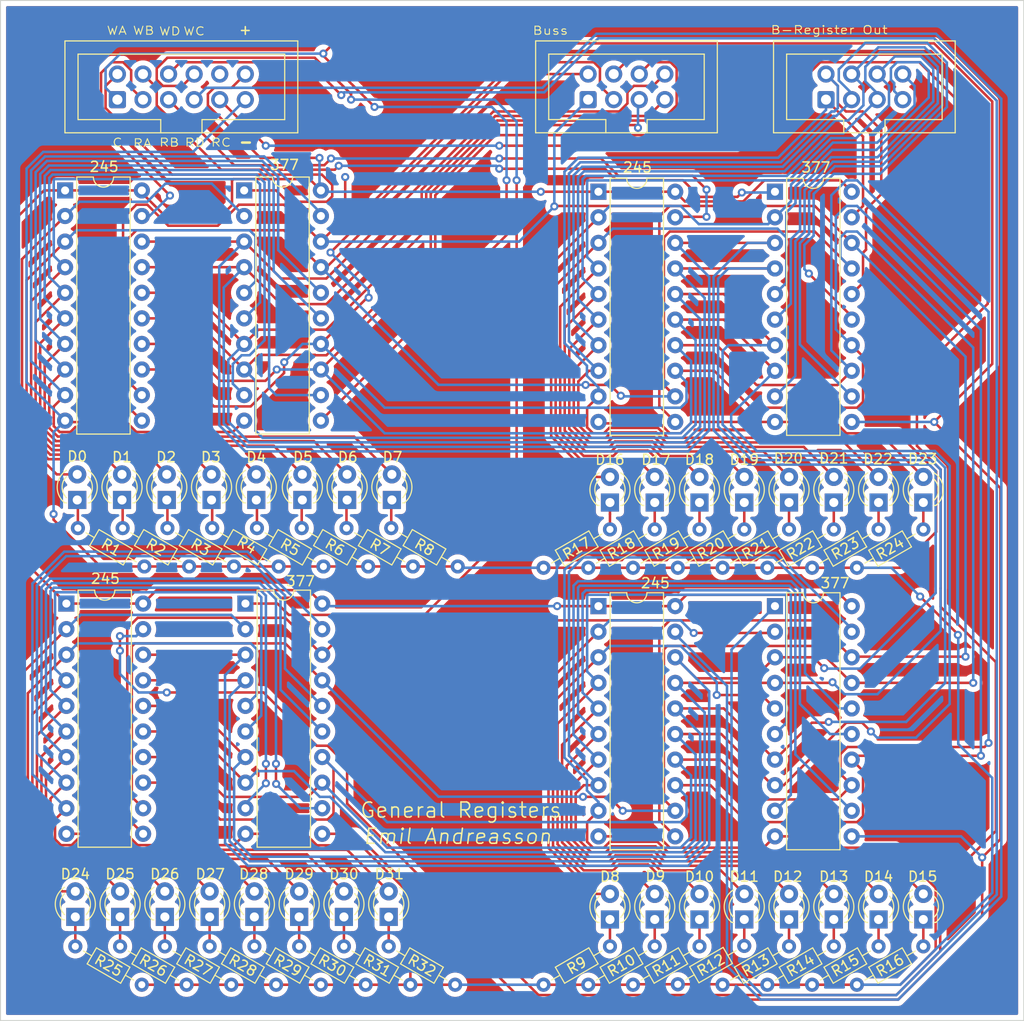
<source format=kicad_pcb>
(kicad_pcb (version 20171130) (host pcbnew "(5.1.10)-1")
  (layers (0 F.Cu signal) (31 B.Cu signal) (34 B.Paste user) (35 F.Paste user) (36 B.SilkS user) (37 F.SilkS user) (38 B.Mask user) (39 F.Mask user) (44 Edge.Cuts user))
  (net 0 "")
  (net 1 "Net-(D0-Pad2)")
  (net 2 "Net-(D0-Pad1)")
  (net 3 "Net-(D1-Pad1)")
  (net 4 "Net-(D1-Pad2)")
  (net 5 "Net-(D2-Pad1)")
  (net 6 "Net-(D2-Pad2)")
  (net 7 "Net-(D3-Pad2)")
  (net 8 "Net-(D3-Pad1)")
  (net 9 "Net-(D4-Pad2)")
  (net 10 "Net-(D4-Pad1)")
  (net 11 "Net-(D5-Pad1)")
  (net 12 "Net-(D5-Pad2)")
  (net 13 "Net-(D6-Pad2)")
  (net 14 "Net-(D6-Pad1)")
  (net 15 "Net-(D7-Pad1)")
  (net 16 "Net-(D7-Pad2)")
  (net 17 "Net-(D8-Pad1)")
  (net 18 "Net-(D8-Pad2)")
  (net 19 "Net-(D9-Pad2)")
  (net 20 "Net-(D9-Pad1)")
  (net 21 "Net-(D10-Pad1)")
  (net 22 "Net-(D10-Pad2)")
  (net 23 "Net-(D11-Pad2)")
  (net 24 "Net-(D11-Pad1)")
  (net 25 "Net-(D12-Pad2)")
  (net 26 "Net-(D12-Pad1)")
  (net 27 "Net-(D13-Pad1)")
  (net 28 "Net-(D13-Pad2)")
  (net 29 "Net-(D14-Pad1)")
  (net 30 "Net-(D14-Pad2)")
  (net 31 "Net-(D15-Pad2)")
  (net 32 "Net-(D15-Pad1)")
  (net 33 "Net-(D16-Pad2)")
  (net 34 "Net-(D16-Pad1)")
  (net 35 "Net-(D17-Pad1)")
  (net 36 "Net-(D17-Pad2)")
  (net 37 "Net-(D18-Pad2)")
  (net 38 "Net-(D18-Pad1)")
  (net 39 "Net-(D19-Pad1)")
  (net 40 "Net-(D19-Pad2)")
  (net 41 "Net-(D20-Pad1)")
  (net 42 "Net-(D20-Pad2)")
  (net 43 "Net-(D21-Pad2)")
  (net 44 "Net-(D21-Pad1)")
  (net 45 "Net-(D22-Pad2)")
  (net 46 "Net-(D22-Pad1)")
  (net 47 "Net-(D23-Pad1)")
  (net 48 "Net-(D23-Pad2)")
  (net 49 "Net-(D24-Pad2)")
  (net 50 "Net-(D24-Pad1)")
  (net 51 "Net-(D25-Pad1)")
  (net 52 "Net-(D25-Pad2)")
  (net 53 "Net-(D26-Pad2)")
  (net 54 "Net-(D26-Pad1)")
  (net 55 "Net-(D27-Pad1)")
  (net 56 "Net-(D27-Pad2)")
  (net 57 "Net-(D28-Pad1)")
  (net 58 "Net-(D28-Pad2)")
  (net 59 "Net-(D29-Pad2)")
  (net 60 "Net-(D29-Pad1)")
  (net 61 "Net-(D30-Pad2)")
  (net 62 "Net-(D30-Pad1)")
  (net 63 "Net-(D31-Pad1)")
  (net 64 "Net-(D31-Pad2)")
  (net 65 "Net-(J1-Pad8)")
  (net 66 "Net-(J1-Pad7)")
  (net 67 "Net-(J1-Pad6)")
  (net 68 "Net-(J1-Pad5)")
  (net 69 "Net-(J1-Pad4)")
  (net 70 "Net-(J1-Pad3)")
  (net 71 "Net-(J1-Pad2)")
  (net 72 "Net-(J1-Pad1)")
  (net 73 "Net-(J2-Pad1)")
  (net 74 "Net-(J2-Pad2)")
  (net 75 "Net-(J2-Pad3)")
  (net 76 +5V)
  (net 77 GND)
  (net 78 "Net-(J2-Pad5)")
  (net 79 "Net-(J2-Pad7)")
  (net 80 "Net-(J2-Pad9)")
  (net 81 "Net-(J2-Pad4)")
  (net 82 "Net-(J2-Pad6)")
  (net 83 "Net-(J2-Pad8)")
  (net 84 "Net-(J2-Pad10)")
  (module Connector_IDC:IDC-Header_2x04_P2.54mm_Vertical (layer F.Cu) (at 176.772 53.467 90)
    (fp_text reference J9 hide)
    (fp_text value Conn_01x08_Male)
    (pad 1 thru_hole roundrect (at 0 0 90) (size 1.7 1.7) (drill 1) (layers *.Cu *.Mask) (roundrect_rratio 0.147059) (net 48 "Net-(D23-Pad2)"))
    (pad 3 thru_hole circle (at 0 2.54 90) (size 1.7 1.7) (drill 1) (layers *.Cu *.Mask) (net 43 "Net-(D21-Pad2)"))
    (pad 5 thru_hole circle (at 0 5.08 90) (size 1.7 1.7) (drill 1) (layers *.Cu *.Mask) (net 40 "Net-(D19-Pad2)"))
    (pad 7 thru_hole circle (at 0 7.62 90) (size 1.7 1.7) (drill 1) (layers *.Cu *.Mask) (net 36 "Net-(D17-Pad2)"))
    (pad 2 thru_hole circle (at 2.54 0 90) (size 1.7 1.7) (drill 1) (layers *.Cu *.Mask) (net 45 "Net-(D22-Pad2)"))
    (pad 4 thru_hole circle (at 2.54 2.54 90) (size 1.7 1.7) (drill 1) (layers *.Cu *.Mask) (net 42 "Net-(D20-Pad2)"))
    (pad 6 thru_hole circle (at 2.54 5.08 90) (size 1.7 1.7) (drill 1) (layers *.Cu *.Mask) (net 37 "Net-(D18-Pad2)"))
    (pad 8 thru_hole circle (at 2.54 7.62 90) (size 1.7 1.7) (drill 1) (layers *.Cu *.Mask) (net 33 "Net-(D16-Pad2)"))
  )
  (module Connector_IDC:IDC-Header_2x04_P2.54mm_Vertical (layer F.Cu) (at 153.15 53.467 90)
    (fp_text reference J1 hide)
    (fp_text value Conn_01x08_Female)
    (pad 8 thru_hole circle (at 2.54 7.62 90) (size 1.7 1.7) (drill 1) (layers *.Cu *.Mask) (net 65 "Net-(J1-Pad8)"))
    (pad 6 thru_hole circle (at 2.54 5.08 90) (size 1.7 1.7) (drill 1) (layers *.Cu *.Mask) (net 67 "Net-(J1-Pad6)"))
    (pad 4 thru_hole circle (at 2.54 2.54 90) (size 1.7 1.7) (drill 1) (layers *.Cu *.Mask) (net 69 "Net-(J1-Pad4)"))
    (pad 2 thru_hole circle (at 2.54 0 90) (size 1.7 1.7) (drill 1) (layers *.Cu *.Mask) (net 71 "Net-(J1-Pad2)"))
    (pad 7 thru_hole circle (at 0 7.62 90) (size 1.7 1.7) (drill 1) (layers *.Cu *.Mask) (net 66 "Net-(J1-Pad7)"))
    (pad 5 thru_hole circle (at 0 5.08 90) (size 1.7 1.7) (drill 1) (layers *.Cu *.Mask) (net 68 "Net-(J1-Pad5)"))
    (pad 3 thru_hole circle (at 0 2.54 90) (size 1.7 1.7) (drill 1) (layers *.Cu *.Mask) (net 70 "Net-(J1-Pad3)"))
    (pad 1 thru_hole roundrect (at 0 0 90) (size 1.7 1.7) (drill 1) (layers *.Cu *.Mask) (roundrect_rratio 0.147059) (net 72 "Net-(J1-Pad1)"))
  )
  (module Connector_IDC:IDC-Header_2x06_P2.54mm_Vertical (layer F.Cu) (at 106.414 53.47 90)
    (fp_text reference J2 hide)
    (fp_text value Conn_01x12_Female)
    (pad 1 thru_hole roundrect (at 0 0 90) (size 1.7 1.7) (drill 1) (layers *.Cu *.Mask) (roundrect_rratio 0.147059) (net 73 "Net-(J2-Pad1)"))
    (pad 3 thru_hole circle (at 0 2.54 90) (size 1.7 1.7) (drill 1) (layers *.Cu *.Mask) (net 75 "Net-(J2-Pad3)"))
    (pad 5 thru_hole circle (at 0 5.08 90) (size 1.7 1.7) (drill 1) (layers *.Cu *.Mask) (net 78 "Net-(J2-Pad5)"))
    (pad 7 thru_hole circle (at 0 7.62 90) (size 1.7 1.7) (drill 1) (layers *.Cu *.Mask) (net 79 "Net-(J2-Pad7)"))
    (pad 9 thru_hole circle (at 0 10.16 90) (size 1.7 1.7) (drill 1) (layers *.Cu *.Mask) (net 80 "Net-(J2-Pad9)"))
    (pad 11 thru_hole circle (at 0 12.7 90) (size 1.7 1.7) (drill 1) (layers *.Cu *.Mask) (net 77 GND))
    (pad 2 thru_hole circle (at 2.54 0 90) (size 1.7 1.7) (drill 1) (layers *.Cu *.Mask) (net 74 "Net-(J2-Pad2)"))
    (pad 4 thru_hole circle (at 2.54 2.54 90) (size 1.7 1.7) (drill 1) (layers *.Cu *.Mask) (net 81 "Net-(J2-Pad4)"))
    (pad 6 thru_hole circle (at 2.54 5.08 90) (size 1.7 1.7) (drill 1) (layers *.Cu *.Mask) (net 82 "Net-(J2-Pad6)"))
    (pad 8 thru_hole circle (at 2.54 7.62 90) (size 1.7 1.7) (drill 1) (layers *.Cu *.Mask) (net 83 "Net-(J2-Pad8)"))
    (pad 10 thru_hole circle (at 2.54 10.16 90) (size 1.7 1.7) (drill 1) (layers *.Cu *.Mask) (net 84 "Net-(J2-Pad10)"))
    (pad 12 thru_hole circle (at 2.54 12.7 90) (size 1.7 1.7) (drill 1) (layers *.Cu *.Mask) (net 76 +5V))
  )
  (module Package_DIP:DIP-20_W7.62mm (layer F.Cu) (at 171.704 62.611)
    (fp_text reference U5 hide)
    (fp_text value 74LS377)
    (pad 20 thru_hole oval (at 7.62 0) (size 1.6 1.6) (drill 0.8) (layers *.Cu *.Mask) (net 76 +5V))
    (pad 10 thru_hole oval (at 0 22.86) (size 1.6 1.6) (drill 0.8) (layers *.Cu *.Mask) (net 77 GND))
    (pad 19 thru_hole oval (at 7.62 2.54) (size 1.6 1.6) (drill 0.8) (layers *.Cu *.Mask) (net 48 "Net-(D23-Pad2)"))
    (pad 9 thru_hole oval (at 0 20.32) (size 1.6 1.6) (drill 0.8) (layers *.Cu *.Mask) (net 40 "Net-(D19-Pad2)"))
    (pad 18 thru_hole oval (at 7.62 5.08) (size 1.6 1.6) (drill 0.8) (layers *.Cu *.Mask) (net 72 "Net-(J1-Pad1)"))
    (pad 8 thru_hole oval (at 0 17.78) (size 1.6 1.6) (drill 0.8) (layers *.Cu *.Mask) (net 68 "Net-(J1-Pad5)"))
    (pad 17 thru_hole oval (at 7.62 7.62) (size 1.6 1.6) (drill 0.8) (layers *.Cu *.Mask) (net 71 "Net-(J1-Pad2)"))
    (pad 7 thru_hole oval (at 0 15.24) (size 1.6 1.6) (drill 0.8) (layers *.Cu *.Mask) (net 67 "Net-(J1-Pad6)"))
    (pad 16 thru_hole oval (at 7.62 10.16) (size 1.6 1.6) (drill 0.8) (layers *.Cu *.Mask) (net 45 "Net-(D22-Pad2)"))
    (pad 6 thru_hole oval (at 0 12.7) (size 1.6 1.6) (drill 0.8) (layers *.Cu *.Mask) (net 37 "Net-(D18-Pad2)"))
    (pad 15 thru_hole oval (at 7.62 12.7) (size 1.6 1.6) (drill 0.8) (layers *.Cu *.Mask) (net 43 "Net-(D21-Pad2)"))
    (pad 5 thru_hole oval (at 0 10.16) (size 1.6 1.6) (drill 0.8) (layers *.Cu *.Mask) (net 36 "Net-(D17-Pad2)"))
    (pad 14 thru_hole oval (at 7.62 15.24) (size 1.6 1.6) (drill 0.8) (layers *.Cu *.Mask) (net 70 "Net-(J1-Pad3)"))
    (pad 4 thru_hole oval (at 0 7.62) (size 1.6 1.6) (drill 0.8) (layers *.Cu *.Mask) (net 66 "Net-(J1-Pad7)"))
    (pad 13 thru_hole oval (at 7.62 17.78) (size 1.6 1.6) (drill 0.8) (layers *.Cu *.Mask) (net 69 "Net-(J1-Pad4)"))
    (pad 3 thru_hole oval (at 0 5.08) (size 1.6 1.6) (drill 0.8) (layers *.Cu *.Mask) (net 65 "Net-(J1-Pad8)"))
    (pad 12 thru_hole oval (at 7.62 20.32) (size 1.6 1.6) (drill 0.8) (layers *.Cu *.Mask) (net 42 "Net-(D20-Pad2)"))
    (pad 2 thru_hole oval (at 0 2.54) (size 1.6 1.6) (drill 0.8) (layers *.Cu *.Mask) (net 33 "Net-(D16-Pad2)"))
    (pad 11 thru_hole oval (at 7.62 22.86) (size 1.6 1.6) (drill 0.8) (layers *.Cu *.Mask) (net 73 "Net-(J2-Pad1)"))
    (pad 1 thru_hole rect (at 0 0) (size 1.6 1.6) (drill 0.8) (layers *.Cu *.Mask) (net 81 "Net-(J2-Pad4)"))
  )
  (module Package_DIP:DIP-20_W7.62mm (layer F.Cu) (at 118.999 62.484)
    (fp_text reference U1 hide)
    (fp_text value 74LS377)
    (pad 20 thru_hole oval (at 7.62 0) (size 1.6 1.6) (drill 0.8) (layers *.Cu *.Mask) (net 76 +5V))
    (pad 10 thru_hole oval (at 0 22.86) (size 1.6 1.6) (drill 0.8) (layers *.Cu *.Mask) (net 77 GND))
    (pad 19 thru_hole oval (at 7.62 2.54) (size 1.6 1.6) (drill 0.8) (layers *.Cu *.Mask) (net 16 "Net-(D7-Pad2)"))
    (pad 9 thru_hole oval (at 0 20.32) (size 1.6 1.6) (drill 0.8) (layers *.Cu *.Mask) (net 7 "Net-(D3-Pad2)"))
    (pad 18 thru_hole oval (at 7.62 5.08) (size 1.6 1.6) (drill 0.8) (layers *.Cu *.Mask) (net 72 "Net-(J1-Pad1)"))
    (pad 8 thru_hole oval (at 0 17.78) (size 1.6 1.6) (drill 0.8) (layers *.Cu *.Mask) (net 68 "Net-(J1-Pad5)"))
    (pad 17 thru_hole oval (at 7.62 7.62) (size 1.6 1.6) (drill 0.8) (layers *.Cu *.Mask) (net 71 "Net-(J1-Pad2)"))
    (pad 7 thru_hole oval (at 0 15.24) (size 1.6 1.6) (drill 0.8) (layers *.Cu *.Mask) (net 67 "Net-(J1-Pad6)"))
    (pad 16 thru_hole oval (at 7.62 10.16) (size 1.6 1.6) (drill 0.8) (layers *.Cu *.Mask) (net 13 "Net-(D6-Pad2)"))
    (pad 6 thru_hole oval (at 0 12.7) (size 1.6 1.6) (drill 0.8) (layers *.Cu *.Mask) (net 6 "Net-(D2-Pad2)"))
    (pad 15 thru_hole oval (at 7.62 12.7) (size 1.6 1.6) (drill 0.8) (layers *.Cu *.Mask) (net 12 "Net-(D5-Pad2)"))
    (pad 5 thru_hole oval (at 0 10.16) (size 1.6 1.6) (drill 0.8) (layers *.Cu *.Mask) (net 4 "Net-(D1-Pad2)"))
    (pad 14 thru_hole oval (at 7.62 15.24) (size 1.6 1.6) (drill 0.8) (layers *.Cu *.Mask) (net 70 "Net-(J1-Pad3)"))
    (pad 4 thru_hole oval (at 0 7.62) (size 1.6 1.6) (drill 0.8) (layers *.Cu *.Mask) (net 66 "Net-(J1-Pad7)"))
    (pad 13 thru_hole oval (at 7.62 17.78) (size 1.6 1.6) (drill 0.8) (layers *.Cu *.Mask) (net 69 "Net-(J1-Pad4)"))
    (pad 3 thru_hole oval (at 0 5.08) (size 1.6 1.6) (drill 0.8) (layers *.Cu *.Mask) (net 65 "Net-(J1-Pad8)"))
    (pad 12 thru_hole oval (at 7.62 20.32) (size 1.6 1.6) (drill 0.8) (layers *.Cu *.Mask) (net 9 "Net-(D4-Pad2)"))
    (pad 2 thru_hole oval (at 0 2.54) (size 1.6 1.6) (drill 0.8) (layers *.Cu *.Mask) (net 1 "Net-(D0-Pad2)"))
    (pad 11 thru_hole oval (at 7.62 22.86) (size 1.6 1.6) (drill 0.8) (layers *.Cu *.Mask) (net 73 "Net-(J2-Pad1)"))
    (pad 1 thru_hole rect (at 0 0) (size 1.6 1.6) (drill 0.8) (layers *.Cu *.Mask) (net 74 "Net-(J2-Pad2)"))
  )
  (module Resistor_THT:R_Axial_DIN0204_L3.6mm_D1.6mm_P7.62mm_Horizontal (layer F.Cu) (at 133.604 96.012 330)
    (fp_text reference R8 (at 3.81 0 150) (layer F.SilkS))
    (fp_text value R)
    (pad 2 thru_hole oval (at 7.62 0 330) (size 1.4 1.4) (drill 0.7) (layers *.Cu *.Mask) (net 77 GND))
    (pad 1 thru_hole circle (at 0 0 330) (size 1.4 1.4) (drill 0.7) (layers *.Cu *.Mask) (net 15 "Net-(D7-Pad1)"))
  )
  (module Resistor_THT:R_Axial_DIN0204_L3.6mm_D1.6mm_P7.62mm_Horizontal (layer F.Cu) (at 106.934 96.012 330)
    (fp_text reference R2 (at 3.81 0 150) (layer F.SilkS))
    (fp_text value R)
    (pad 2 thru_hole oval (at 7.62 0 330) (size 1.4 1.4) (drill 0.7) (layers *.Cu *.Mask) (net 77 GND))
    (pad 1 thru_hole circle (at 0 0 330) (size 1.4 1.4) (drill 0.7) (layers *.Cu *.Mask) (net 3 "Net-(D1-Pad1)"))
  )
  (module Package_DIP:DIP-20_W7.62mm (layer F.Cu) (at 154.178 62.611)
    (fp_text reference U7 hide)
    (fp_text value 74LS245)
    (pad 1 thru_hole rect (at 0 0) (size 1.6 1.6) (drill 0.8) (layers *.Cu *.Mask) (net 76 +5V))
    (pad 11 thru_hole oval (at 7.62 22.86) (size 1.6 1.6) (drill 0.8) (layers *.Cu *.Mask) (net 72 "Net-(J1-Pad1)"))
    (pad 2 thru_hole oval (at 0 2.54) (size 1.6 1.6) (drill 0.8) (layers *.Cu *.Mask) (net 33 "Net-(D16-Pad2)"))
    (pad 12 thru_hole oval (at 7.62 20.32) (size 1.6 1.6) (drill 0.8) (layers *.Cu *.Mask) (net 71 "Net-(J1-Pad2)"))
    (pad 3 thru_hole oval (at 0 5.08) (size 1.6 1.6) (drill 0.8) (layers *.Cu *.Mask) (net 36 "Net-(D17-Pad2)"))
    (pad 13 thru_hole oval (at 7.62 17.78) (size 1.6 1.6) (drill 0.8) (layers *.Cu *.Mask) (net 70 "Net-(J1-Pad3)"))
    (pad 4 thru_hole oval (at 0 7.62) (size 1.6 1.6) (drill 0.8) (layers *.Cu *.Mask) (net 37 "Net-(D18-Pad2)"))
    (pad 14 thru_hole oval (at 7.62 15.24) (size 1.6 1.6) (drill 0.8) (layers *.Cu *.Mask) (net 69 "Net-(J1-Pad4)"))
    (pad 5 thru_hole oval (at 0 10.16) (size 1.6 1.6) (drill 0.8) (layers *.Cu *.Mask) (net 40 "Net-(D19-Pad2)"))
    (pad 15 thru_hole oval (at 7.62 12.7) (size 1.6 1.6) (drill 0.8) (layers *.Cu *.Mask) (net 68 "Net-(J1-Pad5)"))
    (pad 6 thru_hole oval (at 0 12.7) (size 1.6 1.6) (drill 0.8) (layers *.Cu *.Mask) (net 42 "Net-(D20-Pad2)"))
    (pad 16 thru_hole oval (at 7.62 10.16) (size 1.6 1.6) (drill 0.8) (layers *.Cu *.Mask) (net 67 "Net-(J1-Pad6)"))
    (pad 7 thru_hole oval (at 0 15.24) (size 1.6 1.6) (drill 0.8) (layers *.Cu *.Mask) (net 43 "Net-(D21-Pad2)"))
    (pad 17 thru_hole oval (at 7.62 7.62) (size 1.6 1.6) (drill 0.8) (layers *.Cu *.Mask) (net 66 "Net-(J1-Pad7)"))
    (pad 8 thru_hole oval (at 0 17.78) (size 1.6 1.6) (drill 0.8) (layers *.Cu *.Mask) (net 45 "Net-(D22-Pad2)"))
    (pad 18 thru_hole oval (at 7.62 5.08) (size 1.6 1.6) (drill 0.8) (layers *.Cu *.Mask) (net 65 "Net-(J1-Pad8)"))
    (pad 9 thru_hole oval (at 0 20.32) (size 1.6 1.6) (drill 0.8) (layers *.Cu *.Mask) (net 48 "Net-(D23-Pad2)"))
    (pad 19 thru_hole oval (at 7.62 2.54) (size 1.6 1.6) (drill 0.8) (layers *.Cu *.Mask) (net 78 "Net-(J2-Pad5)"))
    (pad 10 thru_hole oval (at 0 22.86) (size 1.6 1.6) (drill 0.8) (layers *.Cu *.Mask) (net 77 GND))
    (pad 20 thru_hole oval (at 7.62 0) (size 1.6 1.6) (drill 0.8) (layers *.Cu *.Mask) (net 76 +5V))
  )
  (module Package_DIP:DIP-20_W7.62mm (layer F.Cu) (at 119.126 103.505)
    (fp_text reference U6 hide)
    (fp_text value 74LS377)
    (pad 20 thru_hole oval (at 7.62 0) (size 1.6 1.6) (drill 0.8) (layers *.Cu *.Mask) (net 76 +5V))
    (pad 10 thru_hole oval (at 0 22.86) (size 1.6 1.6) (drill 0.8) (layers *.Cu *.Mask) (net 77 GND))
    (pad 19 thru_hole oval (at 7.62 2.54) (size 1.6 1.6) (drill 0.8) (layers *.Cu *.Mask) (net 64 "Net-(D31-Pad2)"))
    (pad 9 thru_hole oval (at 0 20.32) (size 1.6 1.6) (drill 0.8) (layers *.Cu *.Mask) (net 56 "Net-(D27-Pad2)"))
    (pad 18 thru_hole oval (at 7.62 5.08) (size 1.6 1.6) (drill 0.8) (layers *.Cu *.Mask) (net 72 "Net-(J1-Pad1)"))
    (pad 8 thru_hole oval (at 0 17.78) (size 1.6 1.6) (drill 0.8) (layers *.Cu *.Mask) (net 68 "Net-(J1-Pad5)"))
    (pad 17 thru_hole oval (at 7.62 7.62) (size 1.6 1.6) (drill 0.8) (layers *.Cu *.Mask) (net 71 "Net-(J1-Pad2)"))
    (pad 7 thru_hole oval (at 0 15.24) (size 1.6 1.6) (drill 0.8) (layers *.Cu *.Mask) (net 67 "Net-(J1-Pad6)"))
    (pad 16 thru_hole oval (at 7.62 10.16) (size 1.6 1.6) (drill 0.8) (layers *.Cu *.Mask) (net 61 "Net-(D30-Pad2)"))
    (pad 6 thru_hole oval (at 0 12.7) (size 1.6 1.6) (drill 0.8) (layers *.Cu *.Mask) (net 53 "Net-(D26-Pad2)"))
    (pad 15 thru_hole oval (at 7.62 12.7) (size 1.6 1.6) (drill 0.8) (layers *.Cu *.Mask) (net 59 "Net-(D29-Pad2)"))
    (pad 5 thru_hole oval (at 0 10.16) (size 1.6 1.6) (drill 0.8) (layers *.Cu *.Mask) (net 52 "Net-(D25-Pad2)"))
    (pad 14 thru_hole oval (at 7.62 15.24) (size 1.6 1.6) (drill 0.8) (layers *.Cu *.Mask) (net 70 "Net-(J1-Pad3)"))
    (pad 4 thru_hole oval (at 0 7.62) (size 1.6 1.6) (drill 0.8) (layers *.Cu *.Mask) (net 66 "Net-(J1-Pad7)"))
    (pad 13 thru_hole oval (at 7.62 17.78) (size 1.6 1.6) (drill 0.8) (layers *.Cu *.Mask) (net 69 "Net-(J1-Pad4)"))
    (pad 3 thru_hole oval (at 0 5.08) (size 1.6 1.6) (drill 0.8) (layers *.Cu *.Mask) (net 65 "Net-(J1-Pad8)"))
    (pad 12 thru_hole oval (at 7.62 20.32) (size 1.6 1.6) (drill 0.8) (layers *.Cu *.Mask) (net 58 "Net-(D28-Pad2)"))
    (pad 2 thru_hole oval (at 0 2.54) (size 1.6 1.6) (drill 0.8) (layers *.Cu *.Mask) (net 49 "Net-(D24-Pad2)"))
    (pad 11 thru_hole oval (at 7.62 22.86) (size 1.6 1.6) (drill 0.8) (layers *.Cu *.Mask) (net 73 "Net-(J2-Pad1)"))
    (pad 1 thru_hole rect (at 0 0) (size 1.6 1.6) (drill 0.8) (layers *.Cu *.Mask) (net 83 "Net-(J2-Pad8)"))
  )
  (module LED_THT:LED_D3.0mm (layer F.Cu) (at 133.35 134.62 90)
    (fp_text reference D31 (at 4.2545 0.0635 180) (layer F.SilkS))
    (fp_text value "LED 3mm")
    (pad 1 thru_hole rect (at 0 0 90) (size 1.8 1.8) (drill 0.9) (layers *.Cu *.Mask) (net 63 "Net-(D31-Pad1)"))
    (pad 2 thru_hole circle (at 2.54 0 90) (size 1.8 1.8) (drill 0.9) (layers *.Cu *.Mask) (net 64 "Net-(D31-Pad2)"))
  )
  (module LED_THT:LED_D3.0mm (layer F.Cu) (at 128.905 134.62 90)
    (fp_text reference D30 (at 4.2545 0 180) (layer F.SilkS))
    (fp_text value "LED 3mm")
    (pad 2 thru_hole circle (at 2.54 0 90) (size 1.8 1.8) (drill 0.9) (layers *.Cu *.Mask) (net 61 "Net-(D30-Pad2)"))
    (pad 1 thru_hole rect (at 0 0 90) (size 1.8 1.8) (drill 0.9) (layers *.Cu *.Mask) (net 62 "Net-(D30-Pad1)"))
  )
  (module Resistor_THT:R_Axial_DIN0204_L3.6mm_D1.6mm_P7.62mm_Horizontal (layer F.Cu) (at 115.824 96.012 330)
    (fp_text reference R4 (at 3.81 -0.254 150) (layer F.SilkS))
    (fp_text value R)
    (pad 2 thru_hole oval (at 7.62 0 330) (size 1.4 1.4) (drill 0.7) (layers *.Cu *.Mask) (net 77 GND))
    (pad 1 thru_hole circle (at 0 0 330) (size 1.4 1.4) (drill 0.7) (layers *.Cu *.Mask) (net 8 "Net-(D3-Pad1)"))
  )
  (module Package_DIP:DIP-20_W7.62mm (layer F.Cu) (at 101.219 62.484)
    (fp_text reference U2 hide)
    (fp_text value 74LS245)
    (pad 20 thru_hole oval (at 7.62 0) (size 1.6 1.6) (drill 0.8) (layers *.Cu *.Mask) (net 76 +5V))
    (pad 10 thru_hole oval (at 0 22.86) (size 1.6 1.6) (drill 0.8) (layers *.Cu *.Mask) (net 77 GND))
    (pad 19 thru_hole oval (at 7.62 2.54) (size 1.6 1.6) (drill 0.8) (layers *.Cu *.Mask) (net 75 "Net-(J2-Pad3)"))
    (pad 9 thru_hole oval (at 0 20.32) (size 1.6 1.6) (drill 0.8) (layers *.Cu *.Mask) (net 16 "Net-(D7-Pad2)"))
    (pad 18 thru_hole oval (at 7.62 5.08) (size 1.6 1.6) (drill 0.8) (layers *.Cu *.Mask) (net 65 "Net-(J1-Pad8)"))
    (pad 8 thru_hole oval (at 0 17.78) (size 1.6 1.6) (drill 0.8) (layers *.Cu *.Mask) (net 13 "Net-(D6-Pad2)"))
    (pad 17 thru_hole oval (at 7.62 7.62) (size 1.6 1.6) (drill 0.8) (layers *.Cu *.Mask) (net 66 "Net-(J1-Pad7)"))
    (pad 7 thru_hole oval (at 0 15.24) (size 1.6 1.6) (drill 0.8) (layers *.Cu *.Mask) (net 12 "Net-(D5-Pad2)"))
    (pad 16 thru_hole oval (at 7.62 10.16) (size 1.6 1.6) (drill 0.8) (layers *.Cu *.Mask) (net 67 "Net-(J1-Pad6)"))
    (pad 6 thru_hole oval (at 0 12.7) (size 1.6 1.6) (drill 0.8) (layers *.Cu *.Mask) (net 9 "Net-(D4-Pad2)"))
    (pad 15 thru_hole oval (at 7.62 12.7) (size 1.6 1.6) (drill 0.8) (layers *.Cu *.Mask) (net 68 "Net-(J1-Pad5)"))
    (pad 5 thru_hole oval (at 0 10.16) (size 1.6 1.6) (drill 0.8) (layers *.Cu *.Mask) (net 7 "Net-(D3-Pad2)"))
    (pad 14 thru_hole oval (at 7.62 15.24) (size 1.6 1.6) (drill 0.8) (layers *.Cu *.Mask) (net 69 "Net-(J1-Pad4)"))
    (pad 4 thru_hole oval (at 0 7.62) (size 1.6 1.6) (drill 0.8) (layers *.Cu *.Mask) (net 6 "Net-(D2-Pad2)"))
    (pad 13 thru_hole oval (at 7.62 17.78) (size 1.6 1.6) (drill 0.8) (layers *.Cu *.Mask) (net 70 "Net-(J1-Pad3)"))
    (pad 3 thru_hole oval (at 0 5.08) (size 1.6 1.6) (drill 0.8) (layers *.Cu *.Mask) (net 4 "Net-(D1-Pad2)"))
    (pad 12 thru_hole oval (at 7.62 20.32) (size 1.6 1.6) (drill 0.8) (layers *.Cu *.Mask) (net 71 "Net-(J1-Pad2)"))
    (pad 2 thru_hole oval (at 0 2.54) (size 1.6 1.6) (drill 0.8) (layers *.Cu *.Mask) (net 1 "Net-(D0-Pad2)"))
    (pad 11 thru_hole oval (at 7.62 22.86) (size 1.6 1.6) (drill 0.8) (layers *.Cu *.Mask) (net 72 "Net-(J1-Pad1)"))
    (pad 1 thru_hole rect (at 0 0) (size 1.6 1.6) (drill 0.8) (layers *.Cu *.Mask) (net 76 +5V))
  )
  (module LED_THT:LED_D3.0mm (layer F.Cu) (at 102.4255 93.218 90)
    (fp_text reference D0 (at 4.318 0 180) (layer F.SilkS))
    (fp_text value "LED 3mm")
    (pad 2 thru_hole circle (at 2.54 0 90) (size 1.8 1.8) (drill 0.9) (layers *.Cu *.Mask) (net 1 "Net-(D0-Pad2)"))
    (pad 1 thru_hole rect (at 0 0 90) (size 1.8 1.8) (drill 0.9) (layers *.Cu *.Mask) (net 2 "Net-(D0-Pad1)"))
  )
  (module LED_THT:LED_D3.0mm (layer F.Cu) (at 106.8705 93.218 90)
    (fp_text reference D1 (at 4.2545 0 180) (layer F.SilkS))
    (fp_text value "LED 3mm")
    (pad 1 thru_hole rect (at 0 0 90) (size 1.8 1.8) (drill 0.9) (layers *.Cu *.Mask) (net 3 "Net-(D1-Pad1)"))
    (pad 2 thru_hole circle (at 2.54 0 90) (size 1.8 1.8) (drill 0.9) (layers *.Cu *.Mask) (net 4 "Net-(D1-Pad2)"))
  )
  (module LED_THT:LED_D3.0mm (layer F.Cu) (at 111.3155 93.218 90)
    (fp_text reference D2 (at 4.2545 -0.0635 180) (layer F.SilkS))
    (fp_text value "LED 3mm")
    (pad 1 thru_hole rect (at 0 0 90) (size 1.8 1.8) (drill 0.9) (layers *.Cu *.Mask) (net 5 "Net-(D2-Pad1)"))
    (pad 2 thru_hole circle (at 2.54 0 90) (size 1.8 1.8) (drill 0.9) (layers *.Cu *.Mask) (net 6 "Net-(D2-Pad2)"))
  )
  (module LED_THT:LED_D3.0mm (layer F.Cu) (at 115.7605 93.218 90)
    (fp_text reference D3 (at 4.2545 -0.0635 180) (layer F.SilkS))
    (fp_text value "LED 3mm")
    (pad 2 thru_hole circle (at 2.54 0 90) (size 1.8 1.8) (drill 0.9) (layers *.Cu *.Mask) (net 7 "Net-(D3-Pad2)"))
    (pad 1 thru_hole rect (at 0 0 90) (size 1.8 1.8) (drill 0.9) (layers *.Cu *.Mask) (net 8 "Net-(D3-Pad1)"))
  )
  (module LED_THT:LED_D3.0mm (layer F.Cu) (at 120.2055 93.218 90)
    (fp_text reference D4 (at 4.2545 0 180) (layer F.SilkS))
    (fp_text value "LED 3mm")
    (pad 2 thru_hole circle (at 2.54 0 90) (size 1.8 1.8) (drill 0.9) (layers *.Cu *.Mask) (net 9 "Net-(D4-Pad2)"))
    (pad 1 thru_hole rect (at 0 0 90) (size 1.8 1.8) (drill 0.9) (layers *.Cu *.Mask) (net 10 "Net-(D4-Pad1)"))
  )
  (module LED_THT:LED_D3.0mm (layer F.Cu) (at 124.7775 93.218 90)
    (fp_text reference D5 (at 4.2545 0.0635 180) (layer F.SilkS))
    (fp_text value "LED 3mm")
    (pad 1 thru_hole rect (at 0 0 90) (size 1.8 1.8) (drill 0.9) (layers *.Cu *.Mask) (net 11 "Net-(D5-Pad1)"))
    (pad 2 thru_hole circle (at 2.54 0 90) (size 1.8 1.8) (drill 0.9) (layers *.Cu *.Mask) (net 12 "Net-(D5-Pad2)"))
  )
  (module LED_THT:LED_D3.0mm (layer F.Cu) (at 129.2225 93.218 90)
    (fp_text reference D6 (at 4.2545 0.0635 180) (layer F.SilkS))
    (fp_text value "LED 3mm")
    (pad 2 thru_hole circle (at 2.54 0 90) (size 1.8 1.8) (drill 0.9) (layers *.Cu *.Mask) (net 13 "Net-(D6-Pad2)"))
    (pad 1 thru_hole rect (at 0 0 90) (size 1.8 1.8) (drill 0.9) (layers *.Cu *.Mask) (net 14 "Net-(D6-Pad1)"))
  )
  (module LED_THT:LED_D3.0mm (layer F.Cu) (at 133.6675 93.218 90)
    (fp_text reference D7 (at 4.2545 0.0635 180) (layer F.SilkS))
    (fp_text value "LED 3mm")
    (pad 1 thru_hole rect (at 0 0 90) (size 1.8 1.8) (drill 0.9) (layers *.Cu *.Mask) (net 15 "Net-(D7-Pad1)"))
    (pad 2 thru_hole circle (at 2.54 0 90) (size 1.8 1.8) (drill 0.9) (layers *.Cu *.Mask) (net 16 "Net-(D7-Pad2)"))
  )
  (module LED_THT:LED_D3.0mm (layer F.Cu) (at 155.321001 134.874 90)
    (fp_text reference D8 (at 4.2545 -0.000001 180) (layer F.SilkS))
    (fp_text value "LED 3mm")
    (pad 1 thru_hole rect (at 0 0 90) (size 1.8 1.8) (drill 0.9) (layers *.Cu *.Mask) (net 17 "Net-(D8-Pad1)"))
    (pad 2 thru_hole circle (at 2.54 0 90) (size 1.8 1.8) (drill 0.9) (layers *.Cu *.Mask) (net 18 "Net-(D8-Pad2)"))
  )
  (module LED_THT:LED_D3.0mm (layer F.Cu) (at 159.766 134.873999 90)
    (fp_text reference D9 (at 4.317999 0.0635 180) (layer F.SilkS))
    (fp_text value "LED 3mm")
    (pad 2 thru_hole circle (at 2.54 0 90) (size 1.8 1.8) (drill 0.9) (layers *.Cu *.Mask) (net 19 "Net-(D9-Pad2)"))
    (pad 1 thru_hole rect (at 0 0 90) (size 1.8 1.8) (drill 0.9) (layers *.Cu *.Mask) (net 20 "Net-(D9-Pad1)"))
  )
  (module LED_THT:LED_D3.0mm (layer F.Cu) (at 164.211 134.873999 90)
    (fp_text reference D10 (at 4.254499 0 180) (layer F.SilkS))
    (fp_text value "LED 3mm")
    (pad 1 thru_hole rect (at 0 0 90) (size 1.8 1.8) (drill 0.9) (layers *.Cu *.Mask) (net 21 "Net-(D10-Pad1)"))
    (pad 2 thru_hole circle (at 2.54 0 90) (size 1.8 1.8) (drill 0.9) (layers *.Cu *.Mask) (net 22 "Net-(D10-Pad2)"))
  )
  (module LED_THT:LED_D3.0mm (layer F.Cu) (at 168.656 134.873999 90)
    (fp_text reference D11 (at 4.254499 0 180) (layer F.SilkS))
    (fp_text value "LED 3mm")
    (pad 2 thru_hole circle (at 2.54 0 90) (size 1.8 1.8) (drill 0.9) (layers *.Cu *.Mask) (net 23 "Net-(D11-Pad2)"))
    (pad 1 thru_hole rect (at 0 0 90) (size 1.8 1.8) (drill 0.9) (layers *.Cu *.Mask) (net 24 "Net-(D11-Pad1)"))
  )
  (module LED_THT:LED_D3.0mm (layer F.Cu) (at 173.101 134.874 90)
    (fp_text reference D12 (at 4.2545 -0.127 180) (layer F.SilkS))
    (fp_text value "LED 3mm")
    (pad 2 thru_hole circle (at 2.54 0 90) (size 1.8 1.8) (drill 0.9) (layers *.Cu *.Mask) (net 25 "Net-(D12-Pad2)"))
    (pad 1 thru_hole rect (at 0 0 90) (size 1.8 1.8) (drill 0.9) (layers *.Cu *.Mask) (net 26 "Net-(D12-Pad1)"))
  )
  (module LED_THT:LED_D3.0mm (layer F.Cu) (at 177.546 134.874 90)
    (fp_text reference D13 (at 4.2545 0 180) (layer F.SilkS))
    (fp_text value "LED 3mm")
    (pad 1 thru_hole rect (at 0 0 90) (size 1.8 1.8) (drill 0.9) (layers *.Cu *.Mask) (net 27 "Net-(D13-Pad1)"))
    (pad 2 thru_hole circle (at 2.54 0 90) (size 1.8 1.8) (drill 0.9) (layers *.Cu *.Mask) (net 28 "Net-(D13-Pad2)"))
  )
  (module LED_THT:LED_D3.0mm (layer F.Cu) (at 181.991 134.874 90)
    (fp_text reference D14 (at 4.2545 0 180) (layer F.SilkS))
    (fp_text value "LED 3mm")
    (pad 1 thru_hole rect (at 0 0 90) (size 1.8 1.8) (drill 0.9) (layers *.Cu *.Mask) (net 29 "Net-(D14-Pad1)"))
    (pad 2 thru_hole circle (at 2.54 0 90) (size 1.8 1.8) (drill 0.9) (layers *.Cu *.Mask) (net 30 "Net-(D14-Pad2)"))
  )
  (module LED_THT:LED_D3.0mm (layer F.Cu) (at 186.436 134.874 90)
    (fp_text reference D15 (at 4.2545 -0.0635 180) (layer F.SilkS))
    (fp_text value "LED 3mm")
    (pad 2 thru_hole circle (at 2.54 0 90) (size 1.8 1.8) (drill 0.9) (layers *.Cu *.Mask) (net 31 "Net-(D15-Pad2)"))
    (pad 1 thru_hole rect (at 0 0 90) (size 1.8 1.8) (drill 0.9) (layers *.Cu *.Mask) (net 32 "Net-(D15-Pad1)"))
  )
  (module LED_THT:LED_D3.0mm (layer F.Cu) (at 155.320999 93.472 90)
    (fp_text reference D16 (at 4.2545 0.000001 180) (layer F.SilkS))
    (fp_text value "LED 3mm")
    (pad 2 thru_hole circle (at 2.54 0 90) (size 1.8 1.8) (drill 0.9) (layers *.Cu *.Mask) (net 33 "Net-(D16-Pad2)"))
    (pad 1 thru_hole rect (at 0 0 90) (size 1.8 1.8) (drill 0.9) (layers *.Cu *.Mask) (net 34 "Net-(D16-Pad1)"))
  )
  (module LED_THT:LED_D3.0mm (layer F.Cu) (at 159.766 93.472001 90)
    (fp_text reference D17 (at 4.254501 0.127 180) (layer F.SilkS))
    (fp_text value "LED 3mm")
    (pad 1 thru_hole rect (at 0 0 90) (size 1.8 1.8) (drill 0.9) (layers *.Cu *.Mask) (net 35 "Net-(D17-Pad1)"))
    (pad 2 thru_hole circle (at 2.54 0 90) (size 1.8 1.8) (drill 0.9) (layers *.Cu *.Mask) (net 36 "Net-(D17-Pad2)"))
  )
  (module LED_THT:LED_D3.0mm (layer F.Cu) (at 164.211 93.472001 90)
    (fp_text reference D18 (at 4.254501 0 180) (layer F.SilkS))
    (fp_text value "LED 3mm")
    (pad 2 thru_hole circle (at 2.54 0 90) (size 1.8 1.8) (drill 0.9) (layers *.Cu *.Mask) (net 37 "Net-(D18-Pad2)"))
    (pad 1 thru_hole rect (at 0 0 90) (size 1.8 1.8) (drill 0.9) (layers *.Cu *.Mask) (net 38 "Net-(D18-Pad1)"))
  )
  (module LED_THT:LED_D3.0mm (layer F.Cu) (at 168.656 93.472 90)
    (fp_text reference D19 (at 4.2545 0 180) (layer F.SilkS))
    (fp_text value "LED 3mm")
    (pad 1 thru_hole rect (at 0 0 90) (size 1.8 1.8) (drill 0.9) (layers *.Cu *.Mask) (net 39 "Net-(D19-Pad1)"))
    (pad 2 thru_hole circle (at 2.54 0 90) (size 1.8 1.8) (drill 0.9) (layers *.Cu *.Mask) (net 40 "Net-(D19-Pad2)"))
  )
  (module LED_THT:LED_D3.0mm (layer F.Cu) (at 173.101 93.472 90)
    (fp_text reference D20 (at 4.3815 -0.0635 180) (layer F.SilkS))
    (fp_text value "LED 3mm")
    (pad 1 thru_hole rect (at 0 0 90) (size 1.8 1.8) (drill 0.9) (layers *.Cu *.Mask) (net 41 "Net-(D20-Pad1)"))
    (pad 2 thru_hole circle (at 2.54 0 90) (size 1.8 1.8) (drill 0.9) (layers *.Cu *.Mask) (net 42 "Net-(D20-Pad2)"))
  )
  (module LED_THT:LED_D3.0mm (layer F.Cu) (at 177.546 93.472 90)
    (fp_text reference D21 (at 4.3815 0 180) (layer F.SilkS))
    (fp_text value "LED 3mm")
    (pad 2 thru_hole circle (at 2.54 0 90) (size 1.8 1.8) (drill 0.9) (layers *.Cu *.Mask) (net 43 "Net-(D21-Pad2)"))
    (pad 1 thru_hole rect (at 0 0 90) (size 1.8 1.8) (drill 0.9) (layers *.Cu *.Mask) (net 44 "Net-(D21-Pad1)"))
  )
  (module LED_THT:LED_D3.0mm (layer F.Cu) (at 181.991 93.472 90)
    (fp_text reference D22 (at 4.318 -0.0635 180) (layer F.SilkS))
    (fp_text value "LED 3mm")
    (pad 2 thru_hole circle (at 2.54 0 90) (size 1.8 1.8) (drill 0.9) (layers *.Cu *.Mask) (net 45 "Net-(D22-Pad2)"))
    (pad 1 thru_hole rect (at 0 0 90) (size 1.8 1.8) (drill 0.9) (layers *.Cu *.Mask) (net 46 "Net-(D22-Pad1)"))
  )
  (module LED_THT:LED_D3.0mm (layer F.Cu) (at 186.436 93.472001 90)
    (fp_text reference D23 (at 4.318001 -0.0635 180) (layer F.SilkS))
    (fp_text value "LED 3mm")
    (pad 1 thru_hole rect (at 0 0 90) (size 1.8 1.8) (drill 0.9) (layers *.Cu *.Mask) (net 47 "Net-(D23-Pad1)"))
    (pad 2 thru_hole circle (at 2.54 0 90) (size 1.8 1.8) (drill 0.9) (layers *.Cu *.Mask) (net 48 "Net-(D23-Pad2)"))
  )
  (module LED_THT:LED_D3.0mm (layer F.Cu) (at 102.235 134.62 90)
    (fp_text reference D24 (at 4.2545 0 180) (layer F.SilkS))
    (fp_text value "LED 3mm")
    (pad 2 thru_hole circle (at 2.54 0 90) (size 1.8 1.8) (drill 0.9) (layers *.Cu *.Mask) (net 49 "Net-(D24-Pad2)"))
    (pad 1 thru_hole rect (at 0 0 90) (size 1.8 1.8) (drill 0.9) (layers *.Cu *.Mask) (net 50 "Net-(D24-Pad1)"))
  )
  (module LED_THT:LED_D3.0mm (layer F.Cu) (at 106.68 134.62 90)
    (fp_text reference D25 (at 4.2545 0 180) (layer F.SilkS))
    (fp_text value "LED 3mm")
    (pad 1 thru_hole rect (at 0 0 90) (size 1.8 1.8) (drill 0.9) (layers *.Cu *.Mask) (net 51 "Net-(D25-Pad1)"))
    (pad 2 thru_hole circle (at 2.54 0 90) (size 1.8 1.8) (drill 0.9) (layers *.Cu *.Mask) (net 52 "Net-(D25-Pad2)"))
  )
  (module LED_THT:LED_D3.0mm (layer F.Cu) (at 111.125 134.62 90)
    (fp_text reference D26 (at 4.2545 0 180) (layer F.SilkS))
    (fp_text value "LED 3mm")
    (pad 2 thru_hole circle (at 2.54 0 90) (size 1.8 1.8) (drill 0.9) (layers *.Cu *.Mask) (net 53 "Net-(D26-Pad2)"))
    (pad 1 thru_hole rect (at 0 0 90) (size 1.8 1.8) (drill 0.9) (layers *.Cu *.Mask) (net 54 "Net-(D26-Pad1)"))
  )
  (module LED_THT:LED_D3.0mm (layer F.Cu) (at 115.57 134.62 90)
    (fp_text reference D27 (at 4.2545 0.0635 180) (layer F.SilkS))
    (fp_text value "LED 3mm")
    (pad 1 thru_hole rect (at 0 0 90) (size 1.8 1.8) (drill 0.9) (layers *.Cu *.Mask) (net 55 "Net-(D27-Pad1)"))
    (pad 2 thru_hole circle (at 2.54 0 90) (size 1.8 1.8) (drill 0.9) (layers *.Cu *.Mask) (net 56 "Net-(D27-Pad2)"))
  )
  (module LED_THT:LED_D3.0mm (layer F.Cu) (at 120.015 134.62 90)
    (fp_text reference D28 (at 4.2545 -0.0635 180) (layer F.SilkS))
    (fp_text value "LED 3mm")
    (pad 1 thru_hole rect (at 0 0 90) (size 1.8 1.8) (drill 0.9) (layers *.Cu *.Mask) (net 57 "Net-(D28-Pad1)"))
    (pad 2 thru_hole circle (at 2.54 0 90) (size 1.8 1.8) (drill 0.9) (layers *.Cu *.Mask) (net 58 "Net-(D28-Pad2)"))
  )
  (module LED_THT:LED_D3.0mm (layer F.Cu) (at 124.46 134.62 90)
    (fp_text reference D29 (at 4.2545 0 180) (layer F.SilkS))
    (fp_text value "LED 3mm")
    (pad 2 thru_hole circle (at 2.54 0 90) (size 1.8 1.8) (drill 0.9) (layers *.Cu *.Mask) (net 59 "Net-(D29-Pad2)"))
    (pad 1 thru_hole rect (at 0 0 90) (size 1.8 1.8) (drill 0.9) (layers *.Cu *.Mask) (net 60 "Net-(D29-Pad1)"))
  )
  (module Resistor_THT:R_Axial_DIN0204_L3.6mm_D1.6mm_P7.62mm_Horizontal (layer F.Cu) (at 102.489 96.012 330)
    (fp_text reference R1 (at 3.81 0 150) (layer F.SilkS))
    (fp_text value R)
    (pad 1 thru_hole circle (at 0 0 330) (size 1.4 1.4) (drill 0.7) (layers *.Cu *.Mask) (net 2 "Net-(D0-Pad1)"))
    (pad 2 thru_hole oval (at 7.62 0 330) (size 1.4 1.4) (drill 0.7) (layers *.Cu *.Mask) (net 77 GND))
  )
  (module Resistor_THT:R_Axial_DIN0204_L3.6mm_D1.6mm_P7.62mm_Horizontal (layer F.Cu) (at 111.379 96.012 330)
    (fp_text reference R3 (at 3.81 0 150) (layer F.SilkS))
    (fp_text value R)
    (pad 1 thru_hole circle (at 0 0 330) (size 1.4 1.4) (drill 0.7) (layers *.Cu *.Mask) (net 5 "Net-(D2-Pad1)"))
    (pad 2 thru_hole oval (at 7.62 0 330) (size 1.4 1.4) (drill 0.7) (layers *.Cu *.Mask) (net 77 GND))
  )
  (module Resistor_THT:R_Axial_DIN0204_L3.6mm_D1.6mm_P7.62mm_Horizontal (layer F.Cu) (at 120.269 96.012 330)
    (fp_text reference R5 (at 3.81 0 150) (layer F.SilkS))
    (fp_text value R)
    (pad 1 thru_hole circle (at 0 0 330) (size 1.4 1.4) (drill 0.7) (layers *.Cu *.Mask) (net 10 "Net-(D4-Pad1)"))
    (pad 2 thru_hole oval (at 7.62 0 330) (size 1.4 1.4) (drill 0.7) (layers *.Cu *.Mask) (net 77 GND))
  )
  (module Resistor_THT:R_Axial_DIN0204_L3.6mm_D1.6mm_P7.62mm_Horizontal (layer F.Cu) (at 124.714 96.012 330)
    (fp_text reference R6 (at 3.81 0 150) (layer F.SilkS))
    (fp_text value R)
    (pad 2 thru_hole oval (at 7.62 0 330) (size 1.4 1.4) (drill 0.7) (layers *.Cu *.Mask) (net 77 GND))
    (pad 1 thru_hole circle (at 0 0 330) (size 1.4 1.4) (drill 0.7) (layers *.Cu *.Mask) (net 11 "Net-(D5-Pad1)"))
  )
  (module Resistor_THT:R_Axial_DIN0204_L3.6mm_D1.6mm_P7.62mm_Horizontal (layer F.Cu) (at 129.159 96.012 330)
    (fp_text reference R7 (at 3.81 0 150) (layer F.SilkS))
    (fp_text value R)
    (pad 1 thru_hole circle (at 0 0 330) (size 1.4 1.4) (drill 0.7) (layers *.Cu *.Mask) (net 14 "Net-(D6-Pad1)"))
    (pad 2 thru_hole oval (at 7.62 0 330) (size 1.4 1.4) (drill 0.7) (layers *.Cu *.Mask) (net 77 GND))
  )
  (module Resistor_THT:R_Axial_DIN0204_L3.6mm_D1.6mm_P7.62mm_Horizontal (layer F.Cu) (at 155.321001 137.541 210)
    (fp_text reference R9 (at 3.81 0 30) (layer F.SilkS))
    (fp_text value R)
    (pad 2 thru_hole oval (at 7.62 0 210) (size 1.4 1.4) (drill 0.7) (layers *.Cu *.Mask) (net 77 GND))
    (pad 1 thru_hole circle (at 0 0 210) (size 1.4 1.4) (drill 0.7) (layers *.Cu *.Mask) (net 17 "Net-(D8-Pad1)"))
  )
  (module Resistor_THT:R_Axial_DIN0204_L3.6mm_D1.6mm_P7.62mm_Horizontal (layer F.Cu) (at 159.766 137.541 210)
    (fp_text reference R10 (at 3.81 0 30) (layer F.SilkS))
    (fp_text value R)
    (pad 1 thru_hole circle (at 0 0 210) (size 1.4 1.4) (drill 0.7) (layers *.Cu *.Mask) (net 20 "Net-(D9-Pad1)"))
    (pad 2 thru_hole oval (at 7.62 0 210) (size 1.4 1.4) (drill 0.7) (layers *.Cu *.Mask) (net 77 GND))
  )
  (module Resistor_THT:R_Axial_DIN0204_L3.6mm_D1.6mm_P7.62mm_Horizontal (layer F.Cu) (at 164.211 137.541 210)
    (fp_text reference R11 (at 3.81 0 30) (layer F.SilkS))
    (fp_text value R)
    (pad 2 thru_hole oval (at 7.62 0 210) (size 1.4 1.4) (drill 0.7) (layers *.Cu *.Mask) (net 77 GND))
    (pad 1 thru_hole circle (at 0 0 210) (size 1.4 1.4) (drill 0.7) (layers *.Cu *.Mask) (net 21 "Net-(D10-Pad1)"))
  )
  (module Resistor_THT:R_Axial_DIN0204_L3.6mm_D1.6mm_P7.62mm_Horizontal (layer F.Cu) (at 168.656 137.496002 210)
    (fp_text reference R12 (at 3.81 0 30) (layer F.SilkS))
    (fp_text value R)
    (pad 1 thru_hole circle (at 0 0 210) (size 1.4 1.4) (drill 0.7) (layers *.Cu *.Mask) (net 24 "Net-(D11-Pad1)"))
    (pad 2 thru_hole oval (at 7.62 0 210) (size 1.4 1.4) (drill 0.7) (layers *.Cu *.Mask) (net 77 GND))
  )
  (module Resistor_THT:R_Axial_DIN0204_L3.6mm_D1.6mm_P7.62mm_Horizontal (layer F.Cu) (at 173.101 137.541 210)
    (fp_text reference R13 (at 3.81 0 30) (layer F.SilkS))
    (fp_text value R)
    (pad 2 thru_hole oval (at 7.62 0 210) (size 1.4 1.4) (drill 0.7) (layers *.Cu *.Mask) (net 77 GND))
    (pad 1 thru_hole circle (at 0 0 210) (size 1.4 1.4) (drill 0.7) (layers *.Cu *.Mask) (net 26 "Net-(D12-Pad1)"))
  )
  (module Resistor_THT:R_Axial_DIN0204_L3.6mm_D1.6mm_P7.62mm_Horizontal (layer F.Cu) (at 177.546 137.541 210)
    (fp_text reference R14 (at 3.81 0 30) (layer F.SilkS))
    (fp_text value R)
    (pad 1 thru_hole circle (at 0 0 210) (size 1.4 1.4) (drill 0.7) (layers *.Cu *.Mask) (net 27 "Net-(D13-Pad1)"))
    (pad 2 thru_hole oval (at 7.62 0 210) (size 1.4 1.4) (drill 0.7) (layers *.Cu *.Mask) (net 77 GND))
  )
  (module Resistor_THT:R_Axial_DIN0204_L3.6mm_D1.6mm_P7.62mm_Horizontal (layer F.Cu) (at 181.991 137.541 210)
    (fp_text reference R15 (at 3.81 0 30) (layer F.SilkS))
    (fp_text value R)
    (pad 2 thru_hole oval (at 7.62 0 210) (size 1.4 1.4) (drill 0.7) (layers *.Cu *.Mask) (net 77 GND))
    (pad 1 thru_hole circle (at 0 0 210) (size 1.4 1.4) (drill 0.7) (layers *.Cu *.Mask) (net 29 "Net-(D14-Pad1)"))
  )
  (module Resistor_THT:R_Axial_DIN0204_L3.6mm_D1.6mm_P7.62mm_Horizontal (layer F.Cu) (at 186.436 137.541 210)
    (fp_text reference R16 (at 3.81 0 30) (layer F.SilkS))
    (fp_text value R)
    (pad 1 thru_hole circle (at 0 0 210) (size 1.4 1.4) (drill 0.7) (layers *.Cu *.Mask) (net 32 "Net-(D15-Pad1)"))
    (pad 2 thru_hole oval (at 7.62 0 210) (size 1.4 1.4) (drill 0.7) (layers *.Cu *.Mask) (net 77 GND))
  )
  (module Resistor_THT:R_Axial_DIN0204_L3.6mm_D1.6mm_P7.62mm_Horizontal (layer F.Cu) (at 155.321 96.139 210)
    (fp_text reference R17 (at 3.81 0 30) (layer F.SilkS))
    (fp_text value R)
    (pad 2 thru_hole oval (at 7.62 0 210) (size 1.4 1.4) (drill 0.7) (layers *.Cu *.Mask) (net 77 GND))
    (pad 1 thru_hole circle (at 0 0 210) (size 1.4 1.4) (drill 0.7) (layers *.Cu *.Mask) (net 34 "Net-(D16-Pad1)"))
  )
  (module Resistor_THT:R_Axial_DIN0204_L3.6mm_D1.6mm_P7.62mm_Horizontal (layer F.Cu) (at 159.766 96.139 210)
    (fp_text reference R18 (at 3.81 0 30) (layer F.SilkS))
    (fp_text value R)
    (pad 1 thru_hole circle (at 0 0 210) (size 1.4 1.4) (drill 0.7) (layers *.Cu *.Mask) (net 35 "Net-(D17-Pad1)"))
    (pad 2 thru_hole oval (at 7.62 0 210) (size 1.4 1.4) (drill 0.7) (layers *.Cu *.Mask) (net 77 GND))
  )
  (module Resistor_THT:R_Axial_DIN0204_L3.6mm_D1.6mm_P7.62mm_Horizontal (layer F.Cu) (at 164.211 96.139 210)
    (fp_text reference R19 (at 3.81 0 30) (layer F.SilkS))
    (fp_text value R)
    (pad 1 thru_hole circle (at 0 0 210) (size 1.4 1.4) (drill 0.7) (layers *.Cu *.Mask) (net 38 "Net-(D18-Pad1)"))
    (pad 2 thru_hole oval (at 7.62 0 210) (size 1.4 1.4) (drill 0.7) (layers *.Cu *.Mask) (net 77 GND))
  )
  (module Resistor_THT:R_Axial_DIN0204_L3.6mm_D1.6mm_P7.62mm_Horizontal (layer F.Cu) (at 168.656 96.139 210)
    (fp_text reference R20 (at 3.81 0 30) (layer F.SilkS))
    (fp_text value R)
    (pad 1 thru_hole circle (at 0 0 210) (size 1.4 1.4) (drill 0.7) (layers *.Cu *.Mask) (net 39 "Net-(D19-Pad1)"))
    (pad 2 thru_hole oval (at 7.62 0 210) (size 1.4 1.4) (drill 0.7) (layers *.Cu *.Mask) (net 77 GND))
  )
  (module Resistor_THT:R_Axial_DIN0204_L3.6mm_D1.6mm_P7.62mm_Horizontal (layer F.Cu) (at 173.101 96.139 210)
    (fp_text reference R21 (at 3.81 0 30) (layer F.SilkS))
    (fp_text value R)
    (pad 2 thru_hole oval (at 7.62 0 210) (size 1.4 1.4) (drill 0.7) (layers *.Cu *.Mask) (net 77 GND))
    (pad 1 thru_hole circle (at 0 0 210) (size 1.4 1.4) (drill 0.7) (layers *.Cu *.Mask) (net 41 "Net-(D20-Pad1)"))
  )
  (module Resistor_THT:R_Axial_DIN0204_L3.6mm_D1.6mm_P7.62mm_Horizontal (layer F.Cu) (at 177.546 96.139 210)
    (fp_text reference R22 (at 3.81 0 30) (layer F.SilkS))
    (fp_text value R)
    (pad 1 thru_hole circle (at 0 0 210) (size 1.4 1.4) (drill 0.7) (layers *.Cu *.Mask) (net 44 "Net-(D21-Pad1)"))
    (pad 2 thru_hole oval (at 7.62 0 210) (size 1.4 1.4) (drill 0.7) (layers *.Cu *.Mask) (net 77 GND))
  )
  (module Resistor_THT:R_Axial_DIN0204_L3.6mm_D1.6mm_P7.62mm_Horizontal (layer F.Cu) (at 181.991 96.139 210)
    (fp_text reference R23 (at 3.81 0 30) (layer F.SilkS))
    (fp_text value R)
    (pad 2 thru_hole oval (at 7.62 0 210) (size 1.4 1.4) (drill 0.7) (layers *.Cu *.Mask) (net 77 GND))
    (pad 1 thru_hole circle (at 0 0 210) (size 1.4 1.4) (drill 0.7) (layers *.Cu *.Mask) (net 46 "Net-(D22-Pad1)"))
  )
  (module Resistor_THT:R_Axial_DIN0204_L3.6mm_D1.6mm_P7.62mm_Horizontal (layer F.Cu) (at 186.436 96.139 210)
    (fp_text reference R24 (at 3.81 0 30) (layer F.SilkS))
    (fp_text value R)
    (pad 1 thru_hole circle (at 0 0 210) (size 1.4 1.4) (drill 0.7) (layers *.Cu *.Mask) (net 47 "Net-(D23-Pad1)"))
    (pad 2 thru_hole oval (at 7.62 0 210) (size 1.4 1.4) (drill 0.7) (layers *.Cu *.Mask) (net 77 GND))
  )
  (module Resistor_THT:R_Axial_DIN0204_L3.6mm_D1.6mm_P7.62mm_Horizontal (layer F.Cu) (at 102.235 137.541 330)
    (fp_text reference R25 (at 3.81 0 150) (layer F.SilkS))
    (fp_text value R)
    (pad 2 thru_hole oval (at 7.62 0 330) (size 1.4 1.4) (drill 0.7) (layers *.Cu *.Mask) (net 77 GND))
    (pad 1 thru_hole circle (at 0 0 330) (size 1.4 1.4) (drill 0.7) (layers *.Cu *.Mask) (net 50 "Net-(D24-Pad1)"))
  )
  (module Resistor_THT:R_Axial_DIN0204_L3.6mm_D1.6mm_P7.62mm_Horizontal (layer F.Cu) (at 106.68 137.541 330)
    (fp_text reference R26 (at 3.81 0 150) (layer F.SilkS))
    (fp_text value R)
    (pad 2 thru_hole oval (at 7.62 0 330) (size 1.4 1.4) (drill 0.7) (layers *.Cu *.Mask) (net 77 GND))
    (pad 1 thru_hole circle (at 0 0 330) (size 1.4 1.4) (drill 0.7) (layers *.Cu *.Mask) (net 51 "Net-(D25-Pad1)"))
  )
  (module Resistor_THT:R_Axial_DIN0204_L3.6mm_D1.6mm_P7.62mm_Horizontal (layer F.Cu) (at 111.125 137.541 330)
    (fp_text reference R27 (at 3.81 0 150) (layer F.SilkS))
    (fp_text value R)
    (pad 1 thru_hole circle (at 0 0 330) (size 1.4 1.4) (drill 0.7) (layers *.Cu *.Mask) (net 54 "Net-(D26-Pad1)"))
    (pad 2 thru_hole oval (at 7.62 0 330) (size 1.4 1.4) (drill 0.7) (layers *.Cu *.Mask) (net 77 GND))
  )
  (module Resistor_THT:R_Axial_DIN0204_L3.6mm_D1.6mm_P7.62mm_Horizontal (layer F.Cu) (at 115.57 137.541 330)
    (fp_text reference R28 (at 3.81 0 330) (layer F.SilkS))
    (fp_text value R)
    (pad 2 thru_hole oval (at 7.62 0 330) (size 1.4 1.4) (drill 0.7) (layers *.Cu *.Mask) (net 77 GND))
    (pad 1 thru_hole circle (at 0 0 330) (size 1.4 1.4) (drill 0.7) (layers *.Cu *.Mask) (net 55 "Net-(D27-Pad1)"))
  )
  (module Resistor_THT:R_Axial_DIN0204_L3.6mm_D1.6mm_P7.62mm_Horizontal (layer F.Cu) (at 120.015 137.541 330)
    (fp_text reference R29 (at 3.81 0 150) (layer F.SilkS))
    (fp_text value R)
    (pad 1 thru_hole circle (at 0 0 330) (size 1.4 1.4) (drill 0.7) (layers *.Cu *.Mask) (net 57 "Net-(D28-Pad1)"))
    (pad 2 thru_hole oval (at 7.62 0 330) (size 1.4 1.4) (drill 0.7) (layers *.Cu *.Mask) (net 77 GND))
  )
  (module Resistor_THT:R_Axial_DIN0204_L3.6mm_D1.6mm_P7.62mm_Horizontal (layer F.Cu) (at 124.46 137.541 330)
    (fp_text reference R30 (at 3.81 0 150) (layer F.SilkS))
    (fp_text value R)
    (pad 2 thru_hole oval (at 7.62 0 330) (size 1.4 1.4) (drill 0.7) (layers *.Cu *.Mask) (net 77 GND))
    (pad 1 thru_hole circle (at 0 0 330) (size 1.4 1.4) (drill 0.7) (layers *.Cu *.Mask) (net 60 "Net-(D29-Pad1)"))
  )
  (module Resistor_THT:R_Axial_DIN0204_L3.6mm_D1.6mm_P7.62mm_Horizontal (layer F.Cu) (at 128.905 137.541 330)
    (fp_text reference R31 (at 3.81 0 150) (layer F.SilkS))
    (fp_text value R)
    (pad 1 thru_hole circle (at 0 0 330) (size 1.4 1.4) (drill 0.7) (layers *.Cu *.Mask) (net 62 "Net-(D30-Pad1)"))
    (pad 2 thru_hole oval (at 7.62 0 330) (size 1.4 1.4) (drill 0.7) (layers *.Cu *.Mask) (net 77 GND))
  )
  (module Resistor_THT:R_Axial_DIN0204_L3.6mm_D1.6mm_P7.62mm_Horizontal (layer F.Cu) (at 133.35 137.541 330)
    (fp_text reference R32 (at 3.81 0 150) (layer F.SilkS))
    (fp_text value R)
    (pad 2 thru_hole oval (at 7.62 0 330) (size 1.4 1.4) (drill 0.7) (layers *.Cu *.Mask) (net 77 GND))
    (pad 1 thru_hole circle (at 0 0 330) (size 1.4 1.4) (drill 0.7) (layers *.Cu *.Mask) (net 63 "Net-(D31-Pad1)"))
  )
  (module Package_DIP:DIP-20_W7.62mm (layer F.Cu) (at 171.704 103.759)
    (fp_text reference U3 hide)
    (fp_text value 74LS377)
    (pad 1 thru_hole rect (at 0 0) (size 1.6 1.6) (drill 0.8) (layers *.Cu *.Mask) (net 82 "Net-(J2-Pad6)"))
    (pad 11 thru_hole oval (at 7.62 22.86) (size 1.6 1.6) (drill 0.8) (layers *.Cu *.Mask) (net 73 "Net-(J2-Pad1)"))
    (pad 2 thru_hole oval (at 0 2.54) (size 1.6 1.6) (drill 0.8) (layers *.Cu *.Mask) (net 18 "Net-(D8-Pad2)"))
    (pad 12 thru_hole oval (at 7.62 20.32) (size 1.6 1.6) (drill 0.8) (layers *.Cu *.Mask) (net 25 "Net-(D12-Pad2)"))
    (pad 3 thru_hole oval (at 0 5.08) (size 1.6 1.6) (drill 0.8) (layers *.Cu *.Mask) (net 65 "Net-(J1-Pad8)"))
    (pad 13 thru_hole oval (at 7.62 17.78) (size 1.6 1.6) (drill 0.8) (layers *.Cu *.Mask) (net 69 "Net-(J1-Pad4)"))
    (pad 4 thru_hole oval (at 0 7.62) (size 1.6 1.6) (drill 0.8) (layers *.Cu *.Mask) (net 66 "Net-(J1-Pad7)"))
    (pad 14 thru_hole oval (at 7.62 15.24) (size 1.6 1.6) (drill 0.8) (layers *.Cu *.Mask) (net 70 "Net-(J1-Pad3)"))
    (pad 5 thru_hole oval (at 0 10.16) (size 1.6 1.6) (drill 0.8) (layers *.Cu *.Mask) (net 19 "Net-(D9-Pad2)"))
    (pad 15 thru_hole oval (at 7.62 12.7) (size 1.6 1.6) (drill 0.8) (layers *.Cu *.Mask) (net 28 "Net-(D13-Pad2)"))
    (pad 6 thru_hole oval (at 0 12.7) (size 1.6 1.6) (drill 0.8) (layers *.Cu *.Mask) (net 22 "Net-(D10-Pad2)"))
    (pad 16 thru_hole oval (at 7.62 10.16) (size 1.6 1.6) (drill 0.8) (layers *.Cu *.Mask) (net 30 "Net-(D14-Pad2)"))
    (pad 7 thru_hole oval (at 0 15.24) (size 1.6 1.6) (drill 0.8) (layers *.Cu *.Mask) (net 67 "Net-(J1-Pad6)"))
    (pad 17 thru_hole oval (at 7.62 7.62) (size 1.6 1.6) (drill 0.8) (layers *.Cu *.Mask) (net 71 "Net-(J1-Pad2)"))
    (pad 8 thru_hole oval (at 0 17.78) (size 1.6 1.6) (drill 0.8) (layers *.Cu *.Mask) (net 68 "Net-(J1-Pad5)"))
    (pad 18 thru_hole oval (at 7.62 5.08) (size 1.6 1.6) (drill 0.8) (layers *.Cu *.Mask) (net 72 "Net-(J1-Pad1)"))
    (pad 9 thru_hole oval (at 0 20.32) (size 1.6 1.6) (drill 0.8) (layers *.Cu *.Mask) (net 23 "Net-(D11-Pad2)"))
    (pad 19 thru_hole oval (at 7.62 2.54) (size 1.6 1.6) (drill 0.8) (layers *.Cu *.Mask) (net 31 "Net-(D15-Pad2)"))
    (pad 10 thru_hole oval (at 0 22.86) (size 1.6 1.6) (drill 0.8) (layers *.Cu *.Mask) (net 77 GND))
    (pad 20 thru_hole oval (at 7.62 0) (size 1.6 1.6) (drill 0.8) (layers *.Cu *.Mask) (net 76 +5V))
  )
  (module Package_DIP:DIP-20_W7.62mm (layer F.Cu) (at 154.178 103.759)
    (fp_text reference U4 hide)
    (fp_text value 74LS245)
    (pad 1 thru_hole rect (at 0 0) (size 1.6 1.6) (drill 0.8) (layers *.Cu *.Mask) (net 76 +5V))
    (pad 11 thru_hole oval (at 7.62 22.86) (size 1.6 1.6) (drill 0.8) (layers *.Cu *.Mask) (net 72 "Net-(J1-Pad1)"))
    (pad 2 thru_hole oval (at 0 2.54) (size 1.6 1.6) (drill 0.8) (layers *.Cu *.Mask) (net 18 "Net-(D8-Pad2)"))
    (pad 12 thru_hole oval (at 7.62 20.32) (size 1.6 1.6) (drill 0.8) (layers *.Cu *.Mask) (net 71 "Net-(J1-Pad2)"))
    (pad 3 thru_hole oval (at 0 5.08) (size 1.6 1.6) (drill 0.8) (layers *.Cu *.Mask) (net 19 "Net-(D9-Pad2)"))
    (pad 13 thru_hole oval (at 7.62 17.78) (size 1.6 1.6) (drill 0.8) (layers *.Cu *.Mask) (net 70 "Net-(J1-Pad3)"))
    (pad 4 thru_hole oval (at 0 7.62) (size 1.6 1.6) (drill 0.8) (layers *.Cu *.Mask) (net 22 "Net-(D10-Pad2)"))
    (pad 14 thru_hole oval (at 7.62 15.24) (size 1.6 1.6) (drill 0.8) (layers *.Cu *.Mask) (net 69 "Net-(J1-Pad4)"))
    (pad 5 thru_hole oval (at 0 10.16) (size 1.6 1.6) (drill 0.8) (layers *.Cu *.Mask) (net 23 "Net-(D11-Pad2)"))
    (pad 15 thru_hole oval (at 7.62 12.7) (size 1.6 1.6) (drill 0.8) (layers *.Cu *.Mask) (net 68 "Net-(J1-Pad5)"))
    (pad 6 thru_hole oval (at 0 12.7) (size 1.6 1.6) (drill 0.8) (layers *.Cu *.Mask) (net 25 "Net-(D12-Pad2)"))
    (pad 16 thru_hole oval (at 7.62 10.16) (size 1.6 1.6) (drill 0.8) (layers *.Cu *.Mask) (net 67 "Net-(J1-Pad6)"))
    (pad 7 thru_hole oval (at 0 15.24) (size 1.6 1.6) (drill 0.8) (layers *.Cu *.Mask) (net 28 "Net-(D13-Pad2)"))
    (pad 17 thru_hole oval (at 7.62 7.62) (size 1.6 1.6) (drill 0.8) (layers *.Cu *.Mask) (net 66 "Net-(J1-Pad7)"))
    (pad 8 thru_hole oval (at 0 17.78) (size 1.6 1.6) (drill 0.8) (layers *.Cu *.Mask) (net 30 "Net-(D14-Pad2)"))
    (pad 18 thru_hole oval (at 7.62 5.08) (size 1.6 1.6) (drill 0.8) (layers *.Cu *.Mask) (net 65 "Net-(J1-Pad8)"))
    (pad 9 thru_hole oval (at 0 20.32) (size 1.6 1.6) (drill 0.8) (layers *.Cu *.Mask) (net 31 "Net-(D15-Pad2)"))
    (pad 19 thru_hole oval (at 7.62 2.54) (size 1.6 1.6) (drill 0.8) (layers *.Cu *.Mask) (net 79 "Net-(J2-Pad7)"))
    (pad 10 thru_hole oval (at 0 22.86) (size 1.6 1.6) (drill 0.8) (layers *.Cu *.Mask) (net 77 GND))
    (pad 20 thru_hole oval (at 7.62 0) (size 1.6 1.6) (drill 0.8) (layers *.Cu *.Mask) (net 76 +5V))
  )
  (module Package_DIP:DIP-20_W7.62mm (layer F.Cu) (at 101.346 103.505)
    (fp_text reference U8 hide)
    (fp_text value 74LS245)
    (pad 1 thru_hole rect (at 0 0) (size 1.6 1.6) (drill 0.8) (layers *.Cu *.Mask) (net 76 +5V))
    (pad 11 thru_hole oval (at 7.62 22.86) (size 1.6 1.6) (drill 0.8) (layers *.Cu *.Mask) (net 72 "Net-(J1-Pad1)"))
    (pad 2 thru_hole oval (at 0 2.54) (size 1.6 1.6) (drill 0.8) (layers *.Cu *.Mask) (net 49 "Net-(D24-Pad2)"))
    (pad 12 thru_hole oval (at 7.62 20.32) (size 1.6 1.6) (drill 0.8) (layers *.Cu *.Mask) (net 71 "Net-(J1-Pad2)"))
    (pad 3 thru_hole oval (at 0 5.08) (size 1.6 1.6) (drill 0.8) (layers *.Cu *.Mask) (net 52 "Net-(D25-Pad2)"))
    (pad 13 thru_hole oval (at 7.62 17.78) (size 1.6 1.6) (drill 0.8) (layers *.Cu *.Mask) (net 70 "Net-(J1-Pad3)"))
    (pad 4 thru_hole oval (at 0 7.62) (size 1.6 1.6) (drill 0.8) (layers *.Cu *.Mask) (net 53 "Net-(D26-Pad2)"))
    (pad 14 thru_hole oval (at 7.62 15.24) (size 1.6 1.6) (drill 0.8) (layers *.Cu *.Mask) (net 69 "Net-(J1-Pad4)"))
    (pad 5 thru_hole oval (at 0 10.16) (size 1.6 1.6) (drill 0.8) (layers *.Cu *.Mask) (net 56 "Net-(D27-Pad2)"))
    (pad 15 thru_hole oval (at 7.62 12.7) (size 1.6 1.6) (drill 0.8) (layers *.Cu *.Mask) (net 68 "Net-(J1-Pad5)"))
    (pad 6 thru_hole oval (at 0 12.7) (size 1.6 1.6) (drill 0.8) (layers *.Cu *.Mask) (net 58 "Net-(D28-Pad2)"))
    (pad 16 thru_hole oval (at 7.62 10.16) (size 1.6 1.6) (drill 0.8) (layers *.Cu *.Mask) (net 67 "Net-(J1-Pad6)"))
    (pad 7 thru_hole oval (at 0 15.24) (size 1.6 1.6) (drill 0.8) (layers *.Cu *.Mask) (net 59 "Net-(D29-Pad2)"))
    (pad 17 thru_hole oval (at 7.62 7.62) (size 1.6 1.6) (drill 0.8) (layers *.Cu *.Mask) (net 66 "Net-(J1-Pad7)"))
    (pad 8 thru_hole oval (at 0 17.78) (size 1.6 1.6) (drill 0.8) (layers *.Cu *.Mask) (net 61 "Net-(D30-Pad2)"))
    (pad 18 thru_hole oval (at 7.62 5.08) (size 1.6 1.6) (drill 0.8) (layers *.Cu *.Mask) (net 65 "Net-(J1-Pad8)"))
    (pad 9 thru_hole oval (at 0 20.32) (size 1.6 1.6) (drill 0.8) (layers *.Cu *.Mask) (net 64 "Net-(D31-Pad2)"))
    (pad 19 thru_hole oval (at 7.62 2.54) (size 1.6 1.6) (drill 0.8) (layers *.Cu *.Mask) (net 80 "Net-(J2-Pad9)"))
    (pad 10 thru_hole oval (at 0 22.86) (size 1.6 1.6) (drill 0.8) (layers *.Cu *.Mask) (net 77 GND))
    (pad 20 thru_hole oval (at 7.62 0) (size 1.6 1.6) (drill 0.8) (layers *.Cu *.Mask) (net 76 +5V))
  )
  (gr_text C (at 106.414 57.7245) (layer F.SilkS) (effects (font (size 0.8 1) (thickness 0.1))))
  (gr_text RB (at 111.5575 57.7245) (layer F.SilkS) (effects (font (size 0.8 1) (thickness 0.1))))
  (gr_text AW (at 106.3505 46.612) (layer F.SilkS) (effects (font (size 0.8 1) (thickness 0.1)) (justify mirror)))
  (gr_text - (at 119.1775 57.661) (layer F.SilkS) (effects (font (size 1 1) (thickness 0.25)) (justify mirror)))
  (gr_text "B-Register Out" (at 177.0895 46.5485) (layer F.SilkS) (effects (font (size 0.8 1) (thickness 0.1))))
  (gr_text WD (at 111.621 46.6755) (layer F.SilkS) (effects (font (size 0.8 1) (thickness 0.1))))
  (gr_text RC (at 116.701 57.7245) (layer F.SilkS) (effects (font (size 0.8 1) (thickness 0.1))))
  (gr_text RD (at 114.0975 57.7245) (layer F.SilkS) (effects (font (size 0.8 1) (thickness 0.1))))
  (gr_text 377 (at 124.587 101.2825) (layer F.SilkS) (effects (font (size 1 1))))
  (gr_text 377 (at 177.673 101.473) (layer F.SilkS) (effects (font (size 1 1))))
  (gr_text 377 (at 175.768 60.198) (layer F.SilkS) (effects (font (size 1 1))))
  (gr_text 377 (at 122.9995 59.944) (layer F.SilkS) (effects (font (size 1 1))))
  (gr_text 245 (at 159.8295 101.473) (layer F.SilkS) (effects (font (size 1 1))))
  (gr_text 245 (at 105.2195 101.0285) (layer F.SilkS) (effects (font (size 1 1))))
  (gr_text 245 (at 158.0515 60.198) (layer F.SilkS) (effects (font (size 1 1))))
  (gr_text 245 (at 105.0925 60.1345) (layer F.SilkS) (effects (font (size 1 1))))
  (gr_text Buss (at 149.4035 46.612) (layer F.SilkS) (effects (font (size 0.8 1) (thickness 0.1))))
  (gr_text "+\n" (at 119.114 46.6755 180) (layer F.SilkS) (effects (font (size 1 1)) (justify mirror)))
  (gr_text WC (at 114.034 46.6755) (layer F.SilkS) (effects (font (size 0.8 1) (thickness 0.1))))
  (gr_text WB (at 109.0175 46.612) (layer F.SilkS) (effects (font (size 0.8 1) (thickness 0.1))))
  (gr_text RA (at 108.8905 57.788) (layer F.SilkS) (effects (font (size 0.8 1) (thickness 0.1))))
  (gr_text "General Registers" (at 140.5255 124.0155) (layer F.SilkS) (effects (font (size 1.5 1.5))))
  (gr_text "Emil Andreasson" (at 140.208 126.619) (layer F.SilkS) (effects (font (size 1.5 1.5) (thickness 0.15) italic)))
  (gr_line (start 196.4055 43.6245) (end 196.4055 144.907) (layer Edge.Cuts) (width 0.1))
  (gr_line (start 94.8055 43.6245) (end 196.4055 43.6245) (layer Edge.Cuts) (width 0.1))
  (gr_line (start 94.8055 144.907) (end 94.8055 43.6245) (layer Edge.Cuts) (width 0.1))
  (gr_line (start 196.4055 144.907) (end 94.8055 144.907) (layer Edge.Cuts) (width 0.1))
  (segment (start 96.943929 69.299071) (end 101.219 65.024) (width 0.25) (layer F.Cu) (net 1))
  (segment (start 96.943929 87.228429) (end 96.943929 69.299071) (width 0.25) (layer F.Cu) (net 1))
  (segment (start 100.3935 90.678) (end 96.943929 87.228429) (width 0.25) (layer F.Cu) (net 1))
  (segment (start 102.4255 90.678) (end 100.3935 90.678) (width 0.25) (layer F.Cu) (net 1))
  (segment (start 109.379001 63.609001) (end 102.633999 63.609001) (width 0.25) (layer B.Cu) (net 1))
  (segment (start 111.178993 61.809009) (end 109.379001 63.609001) (width 0.25) (layer B.Cu) (net 1))
  (segment (start 102.633999 63.609001) (end 101.219 65.024) (width 0.25) (layer B.Cu) (net 1))
  (segment (start 115.784009 61.809009) (end 111.178993 61.809009) (width 0.25) (layer B.Cu) (net 1))
  (segment (start 118.999 65.024) (end 115.784009 61.809009) (width 0.25) (layer B.Cu) (net 1))
  (segment (start 102.489 93.2815) (end 102.4255 93.218) (width 0.25) (layer F.Cu) (net 2))
  (segment (start 102.489 96.012) (end 102.489 93.2815) (width 0.25) (layer F.Cu) (net 2))
  (segment (start 106.934 93.2815) (end 106.8705 93.218) (width 0.25) (layer F.Cu) (net 3))
  (segment (start 106.934 96.012) (end 106.934 93.2815) (width 0.25) (layer F.Cu) (net 3))
  (segment (start 120.124001 71.518999) (end 118.999 72.644) (width 0.25) (layer B.Cu) (net 4))
  (segment (start 120.124001 67.023999) (end 120.124001 71.518999) (width 0.25) (layer B.Cu) (net 4))
  (segment (start 119.539001 66.438999) (end 120.124001 67.023999) (width 0.25) (layer B.Cu) (net 4))
  (segment (start 102.344001 66.438999) (end 119.539001 66.438999) (width 0.25) (layer B.Cu) (net 4))
  (segment (start 101.219 67.564) (end 102.344001 66.438999) (width 0.25) (layer B.Cu) (net 4))
  (segment (start 97.393939 87.002401) (end 97.393939 71.389061) (width 0.25) (layer F.Cu) (net 4))
  (segment (start 97.393939 71.389061) (end 101.219 67.564) (width 0.25) (layer F.Cu) (net 4))
  (segment (start 99.560594 89.169056) (end 97.393939 87.002401) (width 0.25) (layer F.Cu) (net 4))
  (segment (start 105.361556 89.169056) (end 99.560594 89.169056) (width 0.25) (layer F.Cu) (net 4))
  (segment (start 106.8705 90.678) (end 105.361556 89.169056) (width 0.25) (layer F.Cu) (net 4))
  (segment (start 111.379 93.2815) (end 111.3155 93.218) (width 0.25) (layer F.Cu) (net 5))
  (segment (start 111.379 96.012) (end 111.379 93.2815) (width 0.25) (layer F.Cu) (net 5))
  (segment (start 120.574011 73.608989) (end 118.999 75.184) (width 0.25) (layer B.Cu) (net 6))
  (segment (start 120.574011 61.874009) (end 120.574011 73.608989) (width 0.25) (layer B.Cu) (net 6))
  (segment (start 120.059001 61.358999) (end 120.574011 61.874009) (width 0.25) (layer B.Cu) (net 6))
  (segment (start 100.158999 61.358999) (end 120.059001 61.358999) (width 0.25) (layer B.Cu) (net 6))
  (segment (start 100.093999 61.423999) (end 100.158999 61.358999) (width 0.25) (layer B.Cu) (net 6))
  (segment (start 100.093999 68.978999) (end 100.093999 61.423999) (width 0.25) (layer B.Cu) (net 6))
  (segment (start 101.219 70.104) (end 100.093999 68.978999) (width 0.25) (layer B.Cu) (net 6))
  (segment (start 97.843949 73.479051) (end 101.219 70.104) (width 0.25) (layer F.Cu) (net 6))
  (segment (start 97.843949 86.816001) (end 97.843949 73.479051) (width 0.25) (layer F.Cu) (net 6))
  (segment (start 111.3155 90.678) (end 109.819045 89.181545) (width 0.25) (layer F.Cu) (net 6))
  (segment (start 102.739091 88.719047) (end 103.176609 88.28153) (width 0.25) (layer F.Cu) (net 6))
  (segment (start 99.746995 88.719047) (end 102.739091 88.719047) (width 0.25) (layer F.Cu) (net 6))
  (segment (start 97.843949 86.816001) (end 99.746995 88.719047) (width 0.25) (layer F.Cu) (net 6))
  (segment (start 107.193083 89.181545) (end 109.819045 89.181545) (width 0.25) (layer F.Cu) (net 6))
  (segment (start 106.293068 88.28153) (end 107.193083 89.181545) (width 0.25) (layer F.Cu) (net 6))
  (segment (start 103.176609 88.28153) (end 106.293068 88.28153) (width 0.25) (layer F.Cu) (net 6))
  (segment (start 99.643989 71.068989) (end 101.219 72.644) (width 0.25) (layer B.Cu) (net 7))
  (segment (start 99.643989 61.237599) (end 99.643989 71.068989) (width 0.25) (layer B.Cu) (net 7))
  (segment (start 99.972598 60.90899) (end 99.643989 61.237599) (width 0.25) (layer B.Cu) (net 7))
  (segment (start 121.02402 61.687608) (end 120.245401 60.908989) (width 0.25) (layer B.Cu) (net 7))
  (segment (start 119.539001 78.849001) (end 121.024021 77.363981) (width 0.25) (layer B.Cu) (net 7))
  (segment (start 118.748997 78.849001) (end 119.539001 78.849001) (width 0.25) (layer B.Cu) (net 7))
  (segment (start 120.245401 60.908989) (end 99.972598 60.90899) (width 0.25) (layer B.Cu) (net 7))
  (segment (start 117.873999 79.723999) (end 118.748997 78.849001) (width 0.25) (layer B.Cu) (net 7))
  (segment (start 121.024021 77.363981) (end 121.02402 61.687608) (width 0.25) (layer B.Cu) (net 7))
  (segment (start 117.873999 81.678999) (end 117.873999 79.723999) (width 0.25) (layer B.Cu) (net 7))
  (segment (start 118.999 82.804) (end 117.873999 81.678999) (width 0.25) (layer B.Cu) (net 7))
  (segment (start 98.293959 75.569041) (end 101.219 72.644) (width 0.25) (layer F.Cu) (net 7))
  (segment (start 115.7605 90.678) (end 113.814037 88.731537) (width 0.25) (layer F.Cu) (net 7))
  (segment (start 98.293959 86.629601) (end 98.293959 75.569041) (width 0.25) (layer F.Cu) (net 7))
  (segment (start 107.752289 88.731539) (end 107.379487 88.731539) (width 0.25) (layer F.Cu) (net 7))
  (segment (start 107.752291 88.731537) (end 107.752289 88.731539) (width 0.25) (layer F.Cu) (net 7))
  (segment (start 113.814037 88.731537) (end 107.752291 88.731537) (width 0.25) (layer F.Cu) (net 7))
  (segment (start 107.379487 88.731539) (end 106.479468 87.83152) (width 0.25) (layer F.Cu) (net 7))
  (segment (start 99.933395 88.269037) (end 98.293959 86.629601) (width 0.25) (layer F.Cu) (net 7))
  (segment (start 102.552691 88.269037) (end 99.933395 88.269037) (width 0.25) (layer F.Cu) (net 7))
  (segment (start 102.99021 87.83152) (end 102.552691 88.269037) (width 0.25) (layer F.Cu) (net 7))
  (segment (start 106.479468 87.83152) (end 102.99021 87.83152) (width 0.25) (layer F.Cu) (net 7))
  (segment (start 115.824 93.2815) (end 115.7605 93.218) (width 0.25) (layer F.Cu) (net 8))
  (segment (start 115.824 96.012) (end 115.824 93.2815) (width 0.25) (layer F.Cu) (net 8))
  (segment (start 117.809028 88.281528) (end 120.2055 90.678) (width 0.25) (layer F.Cu) (net 9))
  (segment (start 117.809026 88.28153) (end 117.809028 88.281528) (width 0.25) (layer F.Cu) (net 9))
  (segment (start 106.665868 87.38151) (end 107.565888 88.28153) (width 0.25) (layer F.Cu) (net 9))
  (segment (start 107.565888 88.28153) (end 117.809026 88.28153) (width 0.25) (layer F.Cu) (net 9))
  (segment (start 102.80381 87.38151) (end 106.665868 87.38151) (width 0.25) (layer F.Cu) (net 9))
  (segment (start 102.366292 87.819028) (end 102.80381 87.38151) (width 0.25) (layer F.Cu) (net 9))
  (segment (start 100.119799 87.819029) (end 102.366292 87.819028) (width 0.25) (layer F.Cu) (net 9))
  (segment (start 98.743969 86.443201) (end 100.119799 87.819029) (width 0.25) (layer F.Cu) (net 9))
  (segment (start 98.743969 77.659031) (end 98.743969 86.443201) (width 0.25) (layer F.Cu) (net 9))
  (segment (start 101.219 75.184) (end 98.743969 77.659031) (width 0.25) (layer F.Cu) (net 9))
  (segment (start 122.17541 82.804) (end 126.619 82.804) (width 0.25) (layer B.Cu) (net 9))
  (segment (start 121.4755 82.10409) (end 122.17541 82.804) (width 0.25) (layer B.Cu) (net 9))
  (segment (start 121.4755 61.502678) (end 121.4755 82.10409) (width 0.25) (layer B.Cu) (net 9))
  (segment (start 120.431802 60.45898) (end 121.4755 61.502678) (width 0.25) (layer B.Cu) (net 9))
  (segment (start 99.786199 60.458981) (end 120.431802 60.45898) (width 0.25) (layer B.Cu) (net 9))
  (segment (start 99.19398 61.051198) (end 99.786199 60.458981) (width 0.25) (layer B.Cu) (net 9))
  (segment (start 99.19398 73.15898) (end 99.19398 61.051198) (width 0.25) (layer B.Cu) (net 9))
  (segment (start 101.219 75.184) (end 99.19398 73.15898) (width 0.25) (layer B.Cu) (net 9))
  (segment (start 120.269 93.2815) (end 120.2055 93.218) (width 0.25) (layer F.Cu) (net 10))
  (segment (start 120.269 96.012) (end 120.269 93.2815) (width 0.25) (layer F.Cu) (net 10))
  (segment (start 124.714 93.2815) (end 124.7775 93.218) (width 0.25) (layer F.Cu) (net 11))
  (segment (start 124.714 96.012) (end 124.714 93.2815) (width 0.25) (layer F.Cu) (net 11))
  (segment (start 120.618203 60.008971) (end 121.92551 61.316278) (width 0.25) (layer B.Cu) (net 12))
  (segment (start 99.599801 60.008971) (end 120.618203 60.008971) (width 0.25) (layer B.Cu) (net 12))
  (segment (start 98.74397 60.864802) (end 99.599801 60.008971) (width 0.25) (layer B.Cu) (net 12))
  (segment (start 98.74397 75.24897) (end 98.74397 60.864802) (width 0.25) (layer B.Cu) (net 12))
  (segment (start 101.219 77.724) (end 98.74397 75.24897) (width 0.25) (layer B.Cu) (net 12))
  (segment (start 121.92551 70.49051) (end 126.619 75.184) (width 0.25) (layer B.Cu) (net 12))
  (segment (start 121.92551 61.316278) (end 121.92551 70.49051) (width 0.25) (layer B.Cu) (net 12))
  (segment (start 99.193979 79.749021) (end 101.219 77.724) (width 0.25) (layer F.Cu) (net 12))
  (segment (start 99.193979 86.256801) (end 99.193979 79.749021) (width 0.25) (layer F.Cu) (net 12))
  (segment (start 124.7775 90.678) (end 121.931018 87.831518) (width 0.25) (layer F.Cu) (net 12))
  (segment (start 100.306198 87.36902) (end 102.179891 87.369019) (width 0.25) (layer F.Cu) (net 12))
  (segment (start 99.193979 86.256801) (end 100.306198 87.36902) (width 0.25) (layer F.Cu) (net 12))
  (segment (start 102.179891 87.369019) (end 102.61741 86.9315) (width 0.25) (layer F.Cu) (net 12))
  (segment (start 106.852268 86.9315) (end 107.752288 87.83152) (width 0.25) (layer F.Cu) (net 12))
  (segment (start 102.61741 86.9315) (end 106.852268 86.9315) (width 0.25) (layer F.Cu) (net 12))
  (segment (start 121.931016 87.83152) (end 121.931018 87.831518) (width 0.25) (layer F.Cu) (net 12))
  (segment (start 107.752288 87.83152) (end 121.931016 87.83152) (width 0.25) (layer F.Cu) (net 12))
  (segment (start 120.804604 59.558962) (end 122.37552 61.129878) (width 0.25) (layer B.Cu) (net 13))
  (segment (start 99.413401 59.558961) (end 120.804604 59.558962) (width 0.25) (layer B.Cu) (net 13))
  (segment (start 98.293961 60.678401) (end 99.413401 59.558961) (width 0.25) (layer B.Cu) (net 13))
  (segment (start 98.293961 77.338961) (end 98.293961 60.678401) (width 0.25) (layer B.Cu) (net 13))
  (segment (start 101.219 80.264) (end 98.293961 77.338961) (width 0.25) (layer B.Cu) (net 13))
  (segment (start 122.37552 68.40052) (end 126.619 72.644) (width 0.25) (layer B.Cu) (net 13))
  (segment (start 122.37552 61.129878) (end 122.37552 68.40052) (width 0.25) (layer B.Cu) (net 13))
  (segment (start 129.2225 90.678) (end 125.92601 87.38151) (width 0.25) (layer F.Cu) (net 13))
  (segment (start 99.643989 86.070401) (end 99.643989 81.839011) (width 0.25) (layer F.Cu) (net 13))
  (segment (start 99.643989 81.839011) (end 101.219 80.264) (width 0.25) (layer F.Cu) (net 13))
  (segment (start 101.99349 86.91901) (end 102.4255 86.487) (width 0.25) (layer F.Cu) (net 13))
  (segment (start 100.492598 86.91901) (end 101.99349 86.91901) (width 0.25) (layer F.Cu) (net 13))
  (segment (start 99.643989 86.070401) (end 100.492598 86.91901) (width 0.25) (layer F.Cu) (net 13))
  (segment (start 102.489 86.487) (end 102.54699 86.42901) (width 0.25) (layer F.Cu) (net 13))
  (segment (start 102.4255 86.487) (end 102.489 86.487) (width 0.25) (layer F.Cu) (net 13))
  (segment (start 107.938688 87.38151) (end 125.92601 87.38151) (width 0.25) (layer F.Cu) (net 13))
  (segment (start 106.986188 86.42901) (end 107.938688 87.38151) (width 0.25) (layer F.Cu) (net 13))
  (segment (start 102.54699 86.42901) (end 106.986188 86.42901) (width 0.25) (layer F.Cu) (net 13))
  (segment (start 129.159 93.2815) (end 129.2225 93.218) (width 0.25) (layer F.Cu) (net 14))
  (segment (start 129.159 96.012) (end 129.159 93.2815) (width 0.25) (layer F.Cu) (net 14))
  (segment (start 133.604 93.2815) (end 133.6675 93.218) (width 0.25) (layer F.Cu) (net 15))
  (segment (start 133.604 96.012) (end 133.604 93.2815) (width 0.25) (layer F.Cu) (net 15))
  (segment (start 126.619 64.736948) (end 126.619 65.024) (width 0.25) (layer B.Cu) (net 16))
  (segment (start 120.991005 59.108953) (end 126.619 64.736948) (width 0.25) (layer B.Cu) (net 16))
  (segment (start 99.227002 59.108952) (end 120.991005 59.108953) (width 0.25) (layer B.Cu) (net 16))
  (segment (start 97.843952 60.492) (end 99.227002 59.108952) (width 0.25) (layer B.Cu) (net 16))
  (segment (start 97.843952 79.428952) (end 97.843952 60.492) (width 0.25) (layer B.Cu) (net 16))
  (segment (start 101.219 82.804) (end 97.843952 79.428952) (width 0.25) (layer B.Cu) (net 16))
  (segment (start 100.093999 83.929001) (end 101.219 82.804) (width 0.25) (layer F.Cu) (net 16))
  (segment (start 100.093999 85.884001) (end 100.093999 83.929001) (width 0.25) (layer F.Cu) (net 16))
  (segment (start 133.6675 90.678) (end 129.921 86.9315) (width 0.25) (layer F.Cu) (net 16))
  (segment (start 101.744999 86.469001) (end 102.235 85.979) (width 0.25) (layer F.Cu) (net 16))
  (segment (start 100.678999 86.469001) (end 101.744999 86.469001) (width 0.25) (layer F.Cu) (net 16))
  (segment (start 100.093999 85.884001) (end 100.678999 86.469001) (width 0.25) (layer F.Cu) (net 16))
  (segment (start 108.125088 86.9315) (end 129.921 86.9315) (width 0.25) (layer F.Cu) (net 16))
  (segment (start 107.172588 85.979) (end 108.125088 86.9315) (width 0.25) (layer F.Cu) (net 16))
  (segment (start 102.235 85.979) (end 107.172588 85.979) (width 0.25) (layer F.Cu) (net 16))
  (segment (start 155.321001 134.874) (end 155.321001 137.541) (width 0.25) (layer F.Cu) (net 17))
  (segment (start 154.178 106.299) (end 155.303001 105.173999) (width 0.25) (layer B.Cu) (net 18))
  (segment (start 149.217285 111.259715) (end 154.178 106.299) (width 0.25) (layer F.Cu) (net 18))
  (segment (start 149.217285 127.778157) (end 149.217285 111.259715) (width 0.25) (layer F.Cu) (net 18))
  (segment (start 153.773128 132.334) (end 149.217285 127.778157) (width 0.25) (layer F.Cu) (net 18))
  (segment (start 155.321001 132.334) (end 153.773128 132.334) (width 0.25) (layer F.Cu) (net 18))
  (via (at 163.6395 106.426) (size 0.8) (drill 0.4) (layers F.Cu B.Cu) (net 18))
  (segment (start 163.590002 106.426) (end 163.6395 106.426) (width 0.25) (layer B.Cu) (net 18))
  (segment (start 162.338001 105.173999) (end 163.590002 106.426) (width 0.25) (layer B.Cu) (net 18))
  (segment (start 155.303001 105.173999) (end 162.338001 105.173999) (width 0.25) (layer B.Cu) (net 18))
  (segment (start 171.577 106.426) (end 171.704 106.299) (width 0.25) (layer F.Cu) (net 18))
  (segment (start 163.6395 106.426) (end 171.577 106.426) (width 0.25) (layer F.Cu) (net 18))
  (segment (start 154.178 108.839) (end 155.303001 107.713999) (width 0.25) (layer B.Cu) (net 19))
  (segment (start 149.667295 127.591757) (end 149.667295 113.349705) (width 0.25) (layer F.Cu) (net 19))
  (segment (start 152.519593 130.444055) (end 149.667295 127.591757) (width 0.25) (layer F.Cu) (net 19))
  (segment (start 157.876057 130.444056) (end 152.519593 130.444055) (width 0.25) (layer F.Cu) (net 19))
  (segment (start 149.667295 113.349705) (end 154.178 108.839) (width 0.25) (layer F.Cu) (net 19))
  (segment (start 159.766 132.333999) (end 157.876057 130.444056) (width 0.25) (layer F.Cu) (net 19))
  (via (at 165.9255 112.5855) (size 0.8) (drill 0.4) (layers F.Cu B.Cu) (net 19))
  (segment (start 165.9255 111.301498) (end 165.9255 112.5855) (width 0.25) (layer B.Cu) (net 19))
  (segment (start 162.338001 107.713999) (end 165.9255 111.301498) (width 0.25) (layer B.Cu) (net 19))
  (segment (start 155.303001 107.713999) (end 162.338001 107.713999) (width 0.25) (layer B.Cu) (net 19))
  (segment (start 170.3705 112.5855) (end 171.704 113.919) (width 0.25) (layer F.Cu) (net 19))
  (segment (start 165.9255 112.5855) (end 170.3705 112.5855) (width 0.25) (layer F.Cu) (net 19))
  (segment (start 159.766 137.541) (end 159.766 134.873999) (width 0.25) (layer F.Cu) (net 20))
  (segment (start 164.211 134.873999) (end 164.211 137.541) (width 0.25) (layer F.Cu) (net 21))
  (segment (start 172.829001 102.698999) (end 172.829001 115.333999) (width 0.25) (layer B.Cu) (net 22))
  (segment (start 172.829001 115.333999) (end 171.704 116.459) (width 0.25) (layer B.Cu) (net 22))
  (segment (start 172.764001 102.633999) (end 172.829001 102.698999) (width 0.25) (layer B.Cu) (net 22))
  (segment (start 153.117999 102.633999) (end 172.764001 102.633999) (width 0.25) (layer B.Cu) (net 22))
  (segment (start 153.052999 102.698999) (end 153.117999 102.633999) (width 0.25) (layer B.Cu) (net 22))
  (segment (start 153.052999 110.253999) (end 153.052999 102.698999) (width 0.25) (layer B.Cu) (net 22))
  (segment (start 154.178 111.379) (end 153.052999 110.253999) (width 0.25) (layer B.Cu) (net 22))
  (segment (start 164.211 132.333999) (end 162.321057 130.444056) (width 0.25) (layer F.Cu) (net 22))
  (segment (start 162.321057 130.444056) (end 160.139593 130.444055) (width 0.25) (layer F.Cu) (net 22))
  (segment (start 160.139593 130.444055) (end 159.104589 129.409051) (width 0.25) (layer F.Cu) (net 22))
  (segment (start 150.117305 115.439695) (end 154.178 111.379) (width 0.25) (layer F.Cu) (net 22))
  (segment (start 150.117305 127.405357) (end 150.117305 115.439695) (width 0.25) (layer F.Cu) (net 22))
  (segment (start 152.705994 129.994046) (end 150.117305 127.405357) (width 0.25) (layer F.Cu) (net 22))
  (segment (start 155.650004 129.994046) (end 152.705994 129.994046) (width 0.25) (layer F.Cu) (net 22))
  (segment (start 156.234999 129.409051) (end 155.650004 129.994046) (width 0.25) (layer F.Cu) (net 22))
  (segment (start 159.104589 129.409051) (end 156.234999 129.409051) (width 0.25) (layer F.Cu) (net 22))
  (segment (start 173.279011 122.503989) (end 171.704 124.079) (width 0.25) (layer B.Cu) (net 23))
  (segment (start 173.279011 102.512599) (end 173.279011 122.503989) (width 0.25) (layer B.Cu) (net 23))
  (segment (start 152.931599 102.183989) (end 172.950402 102.18399) (width 0.25) (layer B.Cu) (net 23))
  (segment (start 152.60299 102.512598) (end 152.931599 102.183989) (width 0.25) (layer B.Cu) (net 23))
  (segment (start 152.60299 112.34399) (end 152.60299 102.512598) (width 0.25) (layer B.Cu) (net 23))
  (segment (start 172.950402 102.18399) (end 173.279011 102.512599) (width 0.25) (layer B.Cu) (net 23))
  (segment (start 154.178 113.919) (end 152.60299 112.34399) (width 0.25) (layer B.Cu) (net 23))
  (segment (start 168.656 132.333999) (end 166.316048 129.994047) (width 0.25) (layer F.Cu) (net 23))
  (segment (start 166.316048 129.994047) (end 160.325994 129.994046) (width 0.25) (layer F.Cu) (net 23))
  (segment (start 160.325994 129.994046) (end 159.290989 128.959041) (width 0.25) (layer F.Cu) (net 23))
  (segment (start 150.567315 117.529685) (end 154.178 113.919) (width 0.25) (layer F.Cu) (net 23))
  (segment (start 150.567315 127.218957) (end 150.567315 117.529685) (width 0.25) (layer F.Cu) (net 23))
  (segment (start 152.892395 129.544037) (end 150.567315 127.218957) (width 0.25) (layer F.Cu) (net 23))
  (segment (start 155.463598 129.544038) (end 152.892395 129.544037) (width 0.25) (layer F.Cu) (net 23))
  (segment (start 156.048599 128.959041) (end 155.463598 129.544038) (width 0.25) (layer F.Cu) (net 23))
  (segment (start 159.290989 128.959041) (end 156.048599 128.959041) (width 0.25) (layer F.Cu) (net 23))
  (segment (start 168.656 137.496002) (end 168.656 134.873999) (width 0.25) (layer F.Cu) (net 24))
  (segment (start 152.329519 101.733981) (end 173.136803 101.733981) (width 0.25) (layer B.Cu) (net 25))
  (segment (start 173.136803 101.733981) (end 173.729021 102.326199) (width 0.25) (layer B.Cu) (net 25))
  (segment (start 152.15298 101.91052) (end 152.329519 101.733981) (width 0.25) (layer B.Cu) (net 25))
  (segment (start 152.15298 114.43398) (end 152.15298 101.91052) (width 0.25) (layer B.Cu) (net 25))
  (segment (start 154.178 116.459) (end 152.15298 114.43398) (width 0.25) (layer B.Cu) (net 25))
  (segment (start 173.729021 118.484021) (end 179.324 124.079) (width 0.25) (layer B.Cu) (net 25))
  (segment (start 173.729021 102.326199) (end 173.729021 118.484021) (width 0.25) (layer B.Cu) (net 25))
  (segment (start 173.101 132.334) (end 170.311038 129.544038) (width 0.25) (layer F.Cu) (net 25))
  (segment (start 170.311038 129.544038) (end 160.512395 129.544037) (width 0.25) (layer F.Cu) (net 25))
  (segment (start 160.512395 129.544037) (end 159.477389 128.509031) (width 0.25) (layer F.Cu) (net 25))
  (segment (start 159.477389 128.509031) (end 155.8622 128.509031) (width 0.25) (layer F.Cu) (net 25))
  (segment (start 151.017325 119.619675) (end 154.178 116.459) (width 0.25) (layer F.Cu) (net 25))
  (segment (start 153.078796 129.094028) (end 151.017325 127.032557) (width 0.25) (layer F.Cu) (net 25))
  (segment (start 155.277199 129.094029) (end 153.078796 129.094028) (width 0.25) (layer F.Cu) (net 25))
  (segment (start 151.017325 127.032557) (end 151.017325 119.619675) (width 0.25) (layer F.Cu) (net 25))
  (segment (start 155.8622 128.509031) (end 155.277199 129.094029) (width 0.25) (layer F.Cu) (net 25))
  (segment (start 173.101 134.874) (end 173.101 137.541) (width 0.25) (layer F.Cu) (net 26))
  (segment (start 177.546 137.541) (end 177.546 134.874) (width 0.25) (layer F.Cu) (net 27))
  (segment (start 152.143119 101.283971) (end 173.323204 101.283972) (width 0.25) (layer B.Cu) (net 28))
  (segment (start 151.702971 101.724119) (end 152.143119 101.283971) (width 0.25) (layer B.Cu) (net 28))
  (segment (start 173.323204 101.283972) (end 174.1805 102.141268) (width 0.25) (layer B.Cu) (net 28))
  (segment (start 151.702971 116.523971) (end 151.702971 101.724119) (width 0.25) (layer B.Cu) (net 28))
  (segment (start 154.178 118.999) (end 151.702971 116.523971) (width 0.25) (layer B.Cu) (net 28))
  (segment (start 177.171498 116.459) (end 179.324 116.459) (width 0.25) (layer B.Cu) (net 28))
  (segment (start 174.1805 113.468002) (end 177.171498 116.459) (width 0.25) (layer B.Cu) (net 28))
  (segment (start 174.1805 102.141268) (end 174.1805 113.468002) (width 0.25) (layer B.Cu) (net 28))
  (segment (start 151.467335 126.846157) (end 151.467335 121.709665) (width 0.25) (layer F.Cu) (net 28))
  (segment (start 155.0908 128.64402) (end 153.265197 128.644019) (width 0.25) (layer F.Cu) (net 28))
  (segment (start 155.675801 128.059021) (end 155.0908 128.64402) (width 0.25) (layer F.Cu) (net 28))
  (segment (start 153.265197 128.644019) (end 151.467335 126.846157) (width 0.25) (layer F.Cu) (net 28))
  (segment (start 159.663789 128.059021) (end 155.675801 128.059021) (width 0.25) (layer F.Cu) (net 28))
  (segment (start 151.467335 121.709665) (end 154.178 118.999) (width 0.25) (layer F.Cu) (net 28))
  (segment (start 160.698796 129.094028) (end 159.663789 128.059021) (width 0.25) (layer F.Cu) (net 28))
  (segment (start 174.306029 129.094029) (end 160.698796 129.094028) (width 0.25) (layer F.Cu) (net 28))
  (segment (start 177.546 132.334) (end 174.306029 129.094029) (width 0.25) (layer F.Cu) (net 28))
  (segment (start 181.991 134.874) (end 181.991 137.541) (width 0.25) (layer F.Cu) (net 29))
  (segment (start 171.599641 98.923999) (end 174.6885 102.012858) (width 0.25) (layer B.Cu) (net 30))
  (segment (start 152.674885 98.923999) (end 171.599641 98.923999) (width 0.25) (layer B.Cu) (net 30))
  (segment (start 151.252961 100.345923) (end 152.674885 98.923999) (width 0.25) (layer B.Cu) (net 30))
  (segment (start 151.252961 118.613961) (end 151.252961 100.345923) (width 0.25) (layer B.Cu) (net 30))
  (segment (start 154.178 121.539) (end 151.252961 118.613961) (width 0.25) (layer B.Cu) (net 30))
  (segment (start 178.19263 113.919) (end 179.324 113.919) (width 0.25) (layer B.Cu) (net 30))
  (segment (start 174.6885 110.41487) (end 178.19263 113.919) (width 0.25) (layer B.Cu) (net 30))
  (segment (start 174.6885 102.012858) (end 174.6885 110.41487) (width 0.25) (layer B.Cu) (net 30))
  (segment (start 152.723998 121.539) (end 154.178 121.539) (width 0.25) (layer F.Cu) (net 30))
  (segment (start 153.451598 128.19401) (end 151.917345 126.659757) (width 0.25) (layer F.Cu) (net 30))
  (segment (start 151.917345 122.345653) (end 152.723998 121.539) (width 0.25) (layer F.Cu) (net 30))
  (segment (start 154.904401 128.194011) (end 153.451598 128.19401) (width 0.25) (layer F.Cu) (net 30))
  (segment (start 151.917345 126.659757) (end 151.917345 122.345653) (width 0.25) (layer F.Cu) (net 30))
  (segment (start 159.850189 127.609011) (end 155.489401 127.609011) (width 0.25) (layer F.Cu) (net 30))
  (segment (start 160.885197 128.644019) (end 159.850189 127.609011) (width 0.25) (layer F.Cu) (net 30))
  (segment (start 178.301019 128.644019) (end 160.885197 128.644019) (width 0.25) (layer F.Cu) (net 30))
  (segment (start 155.489401 127.609011) (end 154.904401 128.194011) (width 0.25) (layer F.Cu) (net 30))
  (segment (start 181.991 132.334) (end 178.301019 128.644019) (width 0.25) (layer F.Cu) (net 30))
  (segment (start 179.324 106.011948) (end 179.324 106.299) (width 0.25) (layer B.Cu) (net 31))
  (segment (start 171.786042 98.47399) (end 179.324 106.011948) (width 0.25) (layer B.Cu) (net 31))
  (segment (start 152.488485 98.473989) (end 171.786042 98.47399) (width 0.25) (layer B.Cu) (net 31))
  (segment (start 150.802952 100.159522) (end 152.488485 98.473989) (width 0.25) (layer B.Cu) (net 31))
  (segment (start 154.178 124.079) (end 154.178 123.19) (width 0.25) (layer B.Cu) (net 31))
  (segment (start 153.035 122.061002) (end 153.035 121.03241) (width 0.25) (layer B.Cu) (net 31))
  (segment (start 154.163998 123.19) (end 153.035 122.061002) (width 0.25) (layer B.Cu) (net 31))
  (segment (start 154.178 123.19) (end 154.163998 123.19) (width 0.25) (layer B.Cu) (net 31))
  (segment (start 150.802952 118.800362) (end 150.802952 100.159522) (width 0.25) (layer B.Cu) (net 31))
  (segment (start 153.035 121.03241) (end 150.802952 118.800362) (width 0.25) (layer B.Cu) (net 31))
  (segment (start 186.436 132.334) (end 182.296011 128.194011) (width 0.25) (layer F.Cu) (net 31))
  (segment (start 182.296011 128.194011) (end 161.071598 128.19401) (width 0.25) (layer F.Cu) (net 31))
  (segment (start 160.036589 127.159001) (end 155.303001 127.159001) (width 0.25) (layer F.Cu) (net 31))
  (segment (start 161.071598 128.19401) (end 160.036589 127.159001) (width 0.25) (layer F.Cu) (net 31))
  (segment (start 153.052999 125.204001) (end 154.178 124.079) (width 0.25) (layer F.Cu) (net 31))
  (segment (start 153.052999 127.159001) (end 153.052999 125.204001) (width 0.25) (layer F.Cu) (net 31))
  (segment (start 153.637999 127.744001) (end 153.052999 127.159001) (width 0.25) (layer F.Cu) (net 31))
  (segment (start 154.718001 127.744001) (end 153.637999 127.744001) (width 0.25) (layer F.Cu) (net 31))
  (segment (start 155.303001 127.159001) (end 154.718001 127.744001) (width 0.25) (layer F.Cu) (net 31))
  (segment (start 186.436 134.874) (end 186.436 137.541) (width 0.25) (layer F.Cu) (net 32))
  (segment (start 154.178 65.151) (end 155.303001 64.025999) (width 0.25) (layer B.Cu) (net 33))
  (segment (start 149.478286 69.850714) (end 154.178 65.151) (width 0.25) (layer F.Cu) (net 33))
  (segment (start 149.478286 86.891158) (end 149.478286 69.850714) (width 0.25) (layer F.Cu) (net 33))
  (segment (start 153.519128 90.932) (end 149.478286 86.891158) (width 0.25) (layer F.Cu) (net 33))
  (segment (start 155.320999 90.932) (end 153.519128 90.932) (width 0.25) (layer F.Cu) (net 33))
  (segment (start 162.338001 64.025999) (end 164.137993 65.825991) (width 0.25) (layer B.Cu) (net 33))
  (segment (start 155.303001 64.025999) (end 162.338001 64.025999) (width 0.25) (layer B.Cu) (net 33))
  (segment (start 171.029009 65.825991) (end 171.704 65.151) (width 0.25) (layer B.Cu) (net 33))
  (segment (start 164.137993 65.825991) (end 171.029009 65.825991) (width 0.25) (layer B.Cu) (net 33))
  (segment (start 185.567001 52.102001) (end 184.392 50.927) (width 0.25) (layer B.Cu) (net 33))
  (segment (start 185.567001 54.031001) (end 185.567001 52.102001) (width 0.25) (layer B.Cu) (net 33))
  (segment (start 177.4623 57.73552) (end 181.862482 57.73552) (width 0.25) (layer B.Cu) (net 33))
  (segment (start 173.295729 61.902091) (end 177.4623 57.73552) (width 0.25) (layer B.Cu) (net 33))
  (segment (start 181.862482 57.73552) (end 185.567001 54.031001) (width 0.25) (layer B.Cu) (net 33))
  (segment (start 173.295729 63.559271) (end 173.295729 61.902091) (width 0.25) (layer B.Cu) (net 33))
  (segment (start 171.704 65.151) (end 173.295729 63.559271) (width 0.25) (layer B.Cu) (net 33))
  (segment (start 155.321 94.622001) (end 155.321 96.139) (width 0.25) (layer F.Cu) (net 34))
  (segment (start 155.320999 93.472) (end 155.321 94.622001) (width 0.25) (layer F.Cu) (net 34))
  (segment (start 159.766 96.139) (end 159.766 93.472001) (width 0.25) (layer F.Cu) (net 35))
  (segment (start 172.829001 71.645999) (end 171.704 72.771) (width 0.25) (layer B.Cu) (net 36))
  (segment (start 172.829001 67.150999) (end 172.829001 71.645999) (width 0.25) (layer B.Cu) (net 36))
  (segment (start 171.954003 66.276001) (end 172.829001 67.150999) (width 0.25) (layer B.Cu) (net 36))
  (segment (start 155.592999 66.276001) (end 171.954003 66.276001) (width 0.25) (layer B.Cu) (net 36))
  (segment (start 154.178 67.691) (end 155.592999 66.276001) (width 0.25) (layer B.Cu) (net 36))
  (segment (start 149.928296 71.940704) (end 154.178 67.691) (width 0.25) (layer F.Cu) (net 36))
  (segment (start 149.928296 86.704758) (end 149.928296 71.940704) (width 0.25) (layer F.Cu) (net 36))
  (segment (start 152.519593 89.296055) (end 149.928296 86.704758) (width 0.25) (layer F.Cu) (net 36))
  (segment (start 158.130054 89.296055) (end 152.519593 89.296055) (width 0.25) (layer F.Cu) (net 36))
  (segment (start 159.766 90.932001) (end 158.130054 89.296055) (width 0.25) (layer F.Cu) (net 36))
  (segment (start 181.5345 58.46052) (end 181.173068 58.46052) (width 0.25) (layer B.Cu) (net 36))
  (segment (start 177.37371 58.46052) (end 181.5345 58.46052) (width 0.25) (layer B.Cu) (net 36))
  (segment (start 173.745739 62.088491) (end 177.37371 58.46052) (width 0.25) (layer B.Cu) (net 36))
  (segment (start 173.745739 63.745671) (end 173.745739 62.088491) (width 0.25) (layer B.Cu) (net 36))
  (segment (start 172.829001 64.662409) (end 173.745739 63.745671) (width 0.25) (layer B.Cu) (net 36))
  (segment (start 172.829001 67.150999) (end 172.829001 64.662409) (width 0.25) (layer B.Cu) (net 36))
  (segment (start 183.827999 49.751999) (end 186.130769 49.751999) (width 0.25) (layer B.Cu) (net 36))
  (segment (start 183.216999 50.362999) (end 183.827999 49.751999) (width 0.25) (layer B.Cu) (net 36))
  (segment (start 183.216999 51.491001) (end 183.216999 50.362999) (width 0.25) (layer B.Cu) (net 36))
  (segment (start 183.542001 51.816003) (end 183.216999 51.491001) (width 0.25) (layer B.Cu) (net 36))
  (segment (start 183.542001 52.617001) (end 183.542001 51.816003) (width 0.25) (layer B.Cu) (net 36))
  (segment (start 184.392 53.467) (end 183.542001 52.617001) (width 0.25) (layer B.Cu) (net 36))
  (segment (start 186.130769 49.751999) (end 186.97346 50.59469) (width 0.25) (layer B.Cu) (net 36))
  (segment (start 181.773892 58.46052) (end 181.5345 58.46052) (width 0.25) (layer B.Cu) (net 36))
  (segment (start 186.97346 53.260952) (end 181.773892 58.46052) (width 0.25) (layer B.Cu) (net 36))
  (segment (start 186.97346 50.59469) (end 186.97346 53.260952) (width 0.25) (layer B.Cu) (net 36))
  (segment (start 150.378306 86.518358) (end 150.378306 74.030694) (width 0.25) (layer F.Cu) (net 37))
  (segment (start 155.650004 88.846047) (end 152.705994 88.846046) (width 0.25) (layer F.Cu) (net 37))
  (segment (start 159.051062 88.312062) (end 156.183989 88.312062) (width 0.25) (layer F.Cu) (net 37))
  (segment (start 159.0675 88.3285) (end 159.051062 88.312062) (width 0.25) (layer F.Cu) (net 37))
  (segment (start 152.705994 88.846046) (end 150.378306 86.518358) (width 0.25) (layer F.Cu) (net 37))
  (segment (start 159.131 88.3285) (end 159.0675 88.3285) (width 0.25) (layer F.Cu) (net 37))
  (segment (start 160.105537 89.303037) (end 159.131 88.3285) (width 0.25) (layer F.Cu) (net 37))
  (segment (start 156.183989 88.312062) (end 155.650004 88.846047) (width 0.25) (layer F.Cu) (net 37))
  (segment (start 162.582037 89.303038) (end 160.105537 89.303037) (width 0.25) (layer F.Cu) (net 37))
  (segment (start 150.378306 74.030694) (end 154.178 70.231) (width 0.25) (layer F.Cu) (net 37))
  (segment (start 164.211 90.932001) (end 162.582037 89.303038) (width 0.25) (layer F.Cu) (net 37))
  (segment (start 153.052999 61.550999) (end 153.117999 61.485999) (width 0.25) (layer B.Cu) (net 37))
  (segment (start 153.052999 69.105999) (end 153.052999 61.550999) (width 0.25) (layer B.Cu) (net 37))
  (segment (start 154.178 70.231) (end 153.052999 69.105999) (width 0.25) (layer B.Cu) (net 37))
  (segment (start 183.027001 52.102001) (end 181.852 50.927) (width 0.25) (layer B.Cu) (net 37))
  (segment (start 179.772492 57.28551) (end 183.027001 54.031001) (width 0.25) (layer B.Cu) (net 37))
  (segment (start 177.2759 57.28551) (end 179.772492 57.28551) (width 0.25) (layer B.Cu) (net 37))
  (segment (start 183.027001 54.031001) (end 183.027001 52.102001) (width 0.25) (layer B.Cu) (net 37))
  (segment (start 173.075412 61.485998) (end 177.2759 57.28551) (width 0.25) (layer B.Cu) (net 37))
  (segment (start 153.144001 61.485999) (end 173.075412 61.485998) (width 0.25) (layer B.Cu) (net 37))
  (segment (start 153.079001 61.550999) (end 153.144001 61.485999) (width 0.25) (layer B.Cu) (net 37))
  (segment (start 153.052999 61.550999) (end 153.079001 61.550999) (width 0.25) (layer B.Cu) (net 37))
  (segment (start 174.195748 66.420662) (end 173.279011 67.337399) (width 0.25) (layer B.Cu) (net 37))
  (segment (start 173.279011 73.735989) (end 171.704 75.311) (width 0.25) (layer B.Cu) (net 37))
  (segment (start 174.195748 62.274892) (end 174.195748 66.420662) (width 0.25) (layer B.Cu) (net 37))
  (segment (start 173.279011 67.337399) (end 173.279011 73.735989) (width 0.25) (layer B.Cu) (net 37))
  (segment (start 187.42347 53.644552) (end 181.882501 59.185521) (width 0.25) (layer B.Cu) (net 37))
  (segment (start 187.42347 50.40829) (end 187.42347 53.644552) (width 0.25) (layer B.Cu) (net 37))
  (segment (start 177.285119 59.185521) (end 174.195748 62.274892) (width 0.25) (layer B.Cu) (net 37))
  (segment (start 186.19473 49.17955) (end 187.42347 50.40829) (width 0.25) (layer B.Cu) (net 37))
  (segment (start 183.60245 49.17955) (end 186.19473 49.17955) (width 0.25) (layer B.Cu) (net 37))
  (segment (start 181.882501 59.185521) (end 177.285119 59.185521) (width 0.25) (layer B.Cu) (net 37))
  (segment (start 183.030001 49.751999) (end 183.60245 49.17955) (width 0.25) (layer B.Cu) (net 37))
  (segment (start 183.027001 49.751999) (end 183.030001 49.751999) (width 0.25) (layer B.Cu) (net 37))
  (segment (start 181.852 50.927) (end 183.027001 49.751999) (width 0.25) (layer B.Cu) (net 37))
  (segment (start 164.211 96.139) (end 164.211 93.472001) (width 0.25) (layer F.Cu) (net 38))
  (segment (start 168.656 96.139) (end 168.656 93.472) (width 0.25) (layer F.Cu) (net 39))
  (segment (start 168.656 90.932) (end 166.577029 88.853029) (width 0.25) (layer F.Cu) (net 40))
  (segment (start 166.577029 88.853029) (end 160.332976 88.853028) (width 0.25) (layer F.Cu) (net 40))
  (segment (start 160.332976 88.853028) (end 159.342 87.862052) (width 0.25) (layer F.Cu) (net 40))
  (segment (start 150.828316 76.120684) (end 154.178 72.771) (width 0.25) (layer F.Cu) (net 40))
  (segment (start 150.828316 86.331958) (end 150.828316 76.120684) (width 0.25) (layer F.Cu) (net 40))
  (segment (start 152.892395 88.396037) (end 150.828316 86.331958) (width 0.25) (layer F.Cu) (net 40))
  (segment (start 155.463604 88.396037) (end 152.892395 88.396037) (width 0.25) (layer F.Cu) (net 40))
  (segment (start 155.997589 87.862052) (end 155.463604 88.396037) (width 0.25) (layer F.Cu) (net 40))
  (segment (start 159.342 87.862052) (end 155.997589 87.862052) (width 0.25) (layer F.Cu) (net 40))
  (segment (start 178.4835 56.8355) (end 181.852 53.467) (width 0.25) (layer B.Cu) (net 40))
  (segment (start 172.889011 61.035989) (end 177.0895 56.8355) (width 0.25) (layer B.Cu) (net 40))
  (segment (start 152.60299 61.364598) (end 152.931597 61.035991) (width 0.25) (layer B.Cu) (net 40))
  (segment (start 152.60299 71.19599) (end 152.60299 61.364598) (width 0.25) (layer B.Cu) (net 40))
  (segment (start 177.0895 56.8355) (end 178.4835 56.8355) (width 0.25) (layer B.Cu) (net 40))
  (segment (start 152.931597 61.035991) (end 172.889011 61.035989) (width 0.25) (layer B.Cu) (net 40))
  (segment (start 154.178 72.771) (end 152.60299 71.19599) (width 0.25) (layer B.Cu) (net 40))
  (segment (start 171.704 82.931) (end 173.729021 80.905979) (width 0.25) (layer B.Cu) (net 40))
  (segment (start 173.729021 80.905979) (end 173.729021 67.523799) (width 0.25) (layer B.Cu) (net 40))
  (segment (start 173.729021 67.523799) (end 174.645757 66.607063) (width 0.25) (layer B.Cu) (net 40))
  (segment (start 174.645757 66.607063) (end 174.645757 62.461293) (width 0.25) (layer B.Cu) (net 40))
  (segment (start 182.068902 59.63553) (end 186.467021 55.237411) (width 0.25) (layer B.Cu) (net 40))
  (segment (start 177.471519 59.635531) (end 182.068902 59.63553) (width 0.25) (layer B.Cu) (net 40))
  (segment (start 174.645757 62.461293) (end 177.471519 59.635531) (width 0.25) (layer B.Cu) (net 40))
  (segment (start 186.467021 55.237411) (end 187.87348 53.830952) (width 0.25) (layer B.Cu) (net 40))
  (segment (start 186.38113 48.72954) (end 187.87348 50.22189) (width 0.25) (layer B.Cu) (net 40))
  (segment (start 182.14887 48.72954) (end 186.38113 48.72954) (width 0.25) (layer B.Cu) (net 40))
  (segment (start 180.676999 50.201411) (end 182.14887 48.72954) (width 0.25) (layer B.Cu) (net 40))
  (segment (start 180.676999 51.655589) (end 180.676999 50.201411) (width 0.25) (layer B.Cu) (net 40))
  (segment (start 181.852 52.83059) (end 180.676999 51.655589) (width 0.25) (layer B.Cu) (net 40))
  (segment (start 187.87348 50.22189) (end 187.87348 53.79852) (width 0.25) (layer B.Cu) (net 40))
  (segment (start 181.852 53.467) (end 181.852 52.83059) (width 0.25) (layer B.Cu) (net 40))
  (segment (start 173.101 96.139) (end 173.101 93.472) (width 0.25) (layer F.Cu) (net 41))
  (segment (start 173.101 90.932) (end 170.57202 88.40302) (width 0.25) (layer F.Cu) (net 42))
  (segment (start 170.57202 88.40302) (end 160.519377 88.403019) (width 0.25) (layer F.Cu) (net 42))
  (segment (start 160.519377 88.403019) (end 159.5284 87.412042) (width 0.25) (layer F.Cu) (net 42))
  (segment (start 151.278326 78.210674) (end 154.178 75.311) (width 0.25) (layer F.Cu) (net 42))
  (segment (start 151.278326 86.145558) (end 151.278326 78.210674) (width 0.25) (layer F.Cu) (net 42))
  (segment (start 153.078796 87.946028) (end 151.278326 86.145558) (width 0.25) (layer F.Cu) (net 42))
  (segment (start 155.277199 87.946029) (end 153.078796 87.946028) (width 0.25) (layer F.Cu) (net 42))
  (segment (start 155.811189 87.412042) (end 155.277199 87.946029) (width 0.25) (layer F.Cu) (net 42))
  (segment (start 159.5284 87.412042) (end 155.811189 87.412042) (width 0.25) (layer F.Cu) (net 42))
  (segment (start 152.152981 61.178197) (end 152.745196 60.585982) (width 0.25) (layer B.Cu) (net 42))
  (segment (start 152.152981 73.285981) (end 152.152981 61.178197) (width 0.25) (layer B.Cu) (net 42))
  (segment (start 154.178 75.311) (end 152.152981 73.285981) (width 0.25) (layer B.Cu) (net 42))
  (segment (start 156.33002 60.58598) (end 172.65375 60.58598) (width 0.25) (layer B.Cu) (net 42))
  (segment (start 156.330018 60.585982) (end 156.33002 60.58598) (width 0.25) (layer B.Cu) (net 42))
  (segment (start 152.745196 60.585982) (end 156.330018 60.585982) (width 0.25) (layer B.Cu) (net 42))
  (segment (start 180.487001 52.102001) (end 179.312 50.927) (width 0.25) (layer B.Cu) (net 42))
  (segment (start 180.487001 54.031001) (end 180.487001 52.102001) (width 0.25) (layer B.Cu) (net 42))
  (segment (start 178.975972 55.54203) (end 180.487001 54.031001) (width 0.25) (layer B.Cu) (net 42))
  (segment (start 177.6977 55.54203) (end 178.975972 55.54203) (width 0.25) (layer B.Cu) (net 42))
  (segment (start 172.65375 60.58598) (end 177.6977 55.54203) (width 0.25) (layer B.Cu) (net 42))
  (segment (start 174.179031 77.786031) (end 179.324 82.931) (width 0.25) (layer B.Cu) (net 42))
  (segment (start 174.179032 67.710198) (end 174.179031 77.786031) (width 0.25) (layer B.Cu) (net 42))
  (segment (start 175.095766 66.793464) (end 174.179032 67.710198) (width 0.25) (layer B.Cu) (net 42))
  (segment (start 182.255303 60.085539) (end 177.657921 60.085539) (width 0.25) (layer B.Cu) (net 42))
  (segment (start 188.32349 50.03549) (end 188.32349 54.017352) (width 0.25) (layer B.Cu) (net 42))
  (segment (start 186.56753 48.27953) (end 188.32349 50.03549) (width 0.25) (layer B.Cu) (net 42))
  (segment (start 175.095766 62.647694) (end 175.095766 66.793464) (width 0.25) (layer B.Cu) (net 42))
  (segment (start 181.96247 48.27953) (end 186.56753 48.27953) (width 0.25) (layer B.Cu) (net 42))
  (segment (start 177.657921 60.085539) (end 175.095766 62.647694) (width 0.25) (layer B.Cu) (net 42))
  (segment (start 181.390021 48.851979) (end 181.96247 48.27953) (width 0.25) (layer B.Cu) (net 42))
  (segment (start 188.32349 54.017352) (end 182.255303 60.085539) (width 0.25) (layer B.Cu) (net 42))
  (segment (start 181.387021 48.851979) (end 181.390021 48.851979) (width 0.25) (layer B.Cu) (net 42))
  (segment (start 179.312 50.927) (end 181.387021 48.851979) (width 0.25) (layer B.Cu) (net 42))
  (segment (start 151.702971 60.991797) (end 152.558796 60.135972) (width 0.25) (layer B.Cu) (net 43))
  (segment (start 151.702971 75.375971) (end 151.702971 60.991797) (width 0.25) (layer B.Cu) (net 43))
  (segment (start 154.178 77.851) (end 151.702971 75.375971) (width 0.25) (layer B.Cu) (net 43))
  (via (at 175.0695 70.739) (size 0.8) (drill 0.4) (layers F.Cu B.Cu) (net 43))
  (segment (start 179.324 74.9935) (end 179.324 75.311) (width 0.25) (layer F.Cu) (net 43))
  (segment (start 175.0695 70.739) (end 179.324 74.9935) (width 0.25) (layer F.Cu) (net 43))
  (segment (start 151.728336 85.959158) (end 151.728336 80.300664) (width 0.25) (layer F.Cu) (net 43))
  (segment (start 153.265197 87.496019) (end 151.728336 85.959158) (width 0.25) (layer F.Cu) (net 43))
  (segment (start 155.0908 87.49602) (end 153.265197 87.496019) (width 0.25) (layer F.Cu) (net 43))
  (segment (start 151.728336 80.300664) (end 154.178 77.851) (width 0.25) (layer F.Cu) (net 43))
  (segment (start 155.62479 86.962032) (end 155.0908 87.49602) (width 0.25) (layer F.Cu) (net 43))
  (segment (start 159.7148 86.962032) (end 155.62479 86.962032) (width 0.25) (layer F.Cu) (net 43))
  (segment (start 174.56701 87.95301) (end 160.705778 87.95301) (width 0.25) (layer F.Cu) (net 43))
  (segment (start 160.705778 87.95301) (end 159.7148 86.962032) (width 0.25) (layer F.Cu) (net 43))
  (segment (start 177.546 90.932) (end 174.56701 87.95301) (width 0.25) (layer F.Cu) (net 43))
  (segment (start 152.558796 60.135972) (end 172.467349 60.135971) (width 0.25) (layer B.Cu) (net 43))
  (segment (start 179.312 53.5766) (end 179.312 53.467) (width 0.25) (layer B.Cu) (net 43))
  (segment (start 177.79658 55.09202) (end 179.312 53.5766) (width 0.25) (layer B.Cu) (net 43))
  (segment (start 177.5113 55.09202) (end 177.79658 55.09202) (width 0.25) (layer B.Cu) (net 43))
  (segment (start 172.467349 60.135971) (end 177.5113 55.09202) (width 0.25) (layer B.Cu) (net 43))
  (segment (start 179.312 52.83059) (end 179.312 53.467) (width 0.25) (layer B.Cu) (net 43))
  (segment (start 175.0695 70.739) (end 174.629041 70.298541) (width 0.25) (layer B.Cu) (net 43))
  (segment (start 178.042 50.457998) (end 178.042 51.56059) (width 0.25) (layer B.Cu) (net 43))
  (segment (start 178.042 51.56059) (end 179.312 52.83059) (width 0.25) (layer B.Cu) (net 43))
  (segment (start 188.7735 49.787) (end 186.81602 47.82952) (width 0.25) (layer B.Cu) (net 43))
  (segment (start 182.14125 60.836) (end 188.773499 54.203753) (width 0.25) (layer B.Cu) (net 43))
  (segment (start 188.773499 54.203753) (end 188.7735 49.787) (width 0.25) (layer B.Cu) (net 43))
  (segment (start 174.629041 67.896599) (end 175.545775 66.979865) (width 0.25) (layer B.Cu) (net 43))
  (segment (start 186.81602 47.82952) (end 180.670478 47.82952) (width 0.25) (layer B.Cu) (net 43))
  (segment (start 174.629041 70.298541) (end 174.629041 67.896599) (width 0.25) (layer B.Cu) (net 43))
  (segment (start 180.670478 47.82952) (end 178.042 50.457998) (width 0.25) (layer B.Cu) (net 43))
  (segment (start 175.545775 66.979865) (end 175.545775 62.834095) (width 0.25) (layer B.Cu) (net 43))
  (segment (start 177.54387 60.836) (end 178.042 60.836) (width 0.25) (layer B.Cu) (net 43))
  (segment (start 175.545775 62.834095) (end 177.54387 60.836) (width 0.25) (layer B.Cu) (net 43))
  (segment (start 178.042 60.836) (end 182.14125 60.836) (width 0.25) (layer B.Cu) (net 43))
  (segment (start 177.5975 60.836) (end 178.042 60.836) (width 0.25) (layer B.Cu) (net 43))
  (segment (start 177.546 96.139) (end 177.546 93.472) (width 0.25) (layer F.Cu) (net 44))
  (segment (start 151.252962 77.465962) (end 151.252962 60.805396) (width 0.25) (layer B.Cu) (net 45))
  (segment (start 151.252962 60.805396) (end 152.372396 59.685962) (width 0.25) (layer B.Cu) (net 45))
  (segment (start 154.178 80.391) (end 151.252962 77.465962) (width 0.25) (layer B.Cu) (net 45))
  (segment (start 181.991 90.932) (end 178.562 87.503) (width 0.25) (layer F.Cu) (net 45))
  (segment (start 160.96552 87.49602) (end 160.885197 87.496019) (width 0.25) (layer F.Cu) (net 45))
  (segment (start 160.9725 87.503) (end 160.96552 87.49602) (width 0.25) (layer F.Cu) (net 45))
  (segment (start 178.562 87.503) (end 160.9725 87.503) (width 0.25) (layer F.Cu) (net 45))
  (segment (start 160.885197 87.496019) (end 159.9012 86.512022) (width 0.25) (layer F.Cu) (net 45))
  (segment (start 153.231998 80.391) (end 154.178 80.391) (width 0.25) (layer F.Cu) (net 45))
  (segment (start 152.178346 81.444652) (end 153.231998 80.391) (width 0.25) (layer F.Cu) (net 45))
  (segment (start 152.178346 85.772758) (end 152.178346 81.444652) (width 0.25) (layer F.Cu) (net 45))
  (segment (start 153.451598 87.04601) (end 152.178346 85.772758) (width 0.25) (layer F.Cu) (net 45))
  (segment (start 154.904401 87.046011) (end 153.451598 87.04601) (width 0.25) (layer F.Cu) (net 45))
  (segment (start 155.43839 86.512022) (end 154.904401 87.046011) (width 0.25) (layer F.Cu) (net 45))
  (segment (start 159.9012 86.512022) (end 155.43839 86.512022) (width 0.25) (layer F.Cu) (net 45))
  (segment (start 152.372396 59.685962) (end 172.280948 59.685962) (width 0.25) (layer B.Cu) (net 45))
  (segment (start 177.94701 52.10201) (end 176.772 50.927) (width 0.25) (layer B.Cu) (net 45))
  (segment (start 177.94701 54.30518) (end 177.94701 52.10201) (width 0.25) (layer B.Cu) (net 45))
  (segment (start 177.61018 54.64201) (end 177.94701 54.30518) (width 0.25) (layer B.Cu) (net 45))
  (segment (start 180.449001 68.661911) (end 180.745456 68.365456) (width 0.25) (layer F.Cu) (net 45))
  (segment (start 180.449001 71.645999) (end 180.449001 68.661911) (width 0.25) (layer F.Cu) (net 45))
  (segment (start 180.745456 68.365456) (end 180.467 68.643912) (width 0.25) (layer F.Cu) (net 45))
  (segment (start 179.324 72.771) (end 180.449001 71.645999) (width 0.25) (layer F.Cu) (net 45))
  (segment (start 177.94701 52.10201) (end 176.772 50.927) (width 0.25) (layer F.Cu) (net 45))
  (segment (start 177.94701 53.841012) (end 177.94701 52.10201) (width 0.25) (layer F.Cu) (net 45))
  (segment (start 178.747999 54.642001) (end 177.94701 53.841012) (width 0.25) (layer F.Cu) (net 45))
  (segment (start 180.414003 54.642001) (end 178.747999 54.642001) (width 0.25) (layer F.Cu) (net 45))
  (segment (start 182.259501 56.487499) (end 180.414003 54.642001) (width 0.25) (layer F.Cu) (net 45))
  (segment (start 182.259501 62.851909) (end 182.259501 56.487499) (width 0.25) (layer F.Cu) (net 45))
  (segment (start 180.745456 64.365954) (end 182.259501 62.851909) (width 0.25) (layer F.Cu) (net 45))
  (segment (start 180.745456 68.365456) (end 180.745456 64.365954) (width 0.25) (layer F.Cu) (net 45))
  (segment (start 177.324899 54.642011) (end 177.61018 54.642011) (width 0.25) (layer B.Cu) (net 45))
  (segment (start 172.280948 59.685962) (end 177.324899 54.642011) (width 0.25) (layer B.Cu) (net 45))
  (segment (start 181.991 96.139) (end 181.991 93.472) (width 0.25) (layer F.Cu) (net 46))
  (segment (start 186.436 96.139) (end 186.436 93.472001) (width 0.25) (layer F.Cu) (net 47))
  (segment (start 186.436 90.932001) (end 182.55001 87.046011) (width 0.25) (layer F.Cu) (net 48))
  (segment (start 182.55001 87.046011) (end 161.071598 87.04601) (width 0.25) (layer F.Cu) (net 48))
  (segment (start 161.071598 87.04601) (end 160.0876 86.062012) (width 0.25) (layer F.Cu) (net 48))
  (segment (start 153.052999 84.056001) (end 154.178 82.931) (width 0.25) (layer F.Cu) (net 48))
  (segment (start 153.052999 86.011001) (end 153.052999 84.056001) (width 0.25) (layer F.Cu) (net 48))
  (segment (start 153.637999 86.596001) (end 153.052999 86.011001) (width 0.25) (layer F.Cu) (net 48))
  (segment (start 154.718001 86.596001) (end 153.637999 86.596001) (width 0.25) (layer F.Cu) (net 48))
  (segment (start 155.25199 86.062012) (end 154.718001 86.596001) (width 0.25) (layer F.Cu) (net 48))
  (segment (start 160.0876 86.062012) (end 155.25199 86.062012) (width 0.25) (layer F.Cu) (net 48))
  (segment (start 154.178 82.931) (end 154.178 82.296) (width 0.25) (layer B.Cu) (net 48))
  (segment (start 180.449001 64.025999) (end 179.324 65.151) (width 0.25) (layer F.Cu) (net 48))
  (segment (start 180.449001 57.144001) (end 180.449001 64.025999) (width 0.25) (layer F.Cu) (net 48))
  (segment (start 176.772 53.467) (end 180.449001 57.144001) (width 0.25) (layer F.Cu) (net 48))
  (segment (start 176.772 54.486) (end 176.772 53.467) (width 0.25) (layer B.Cu) (net 48))
  (segment (start 172.022046 59.235954) (end 176.772 54.486) (width 0.25) (layer B.Cu) (net 48))
  (segment (start 152.185997 59.235953) (end 172.022046 59.235954) (width 0.25) (layer B.Cu) (net 48))
  (segment (start 150.802953 77.652363) (end 150.802953 60.618995) (width 0.25) (layer B.Cu) (net 48))
  (segment (start 153.035 79.88441) (end 150.802953 77.652363) (width 0.25) (layer B.Cu) (net 48))
  (segment (start 153.035 80.899) (end 153.035 79.88441) (width 0.25) (layer B.Cu) (net 48))
  (segment (start 150.802953 60.618995) (end 152.185997 59.235953) (width 0.25) (layer B.Cu) (net 48))
  (segment (start 154.178 82.042) (end 153.035 80.899) (width 0.25) (layer B.Cu) (net 48))
  (segment (start 154.178 82.931) (end 154.178 82.042) (width 0.25) (layer B.Cu) (net 48))
  (segment (start 117.711001 104.630001) (end 119.126 106.045) (width 0.25) (layer B.Cu) (net 49))
  (segment (start 102.760999 104.630001) (end 117.711001 104.630001) (width 0.25) (layer B.Cu) (net 49))
  (segment (start 101.346 106.045) (end 102.760999 104.630001) (width 0.25) (layer B.Cu) (net 49))
  (segment (start 97.070929 110.320071) (end 101.346 106.045) (width 0.25) (layer F.Cu) (net 49))
  (segment (start 97.070929 128.209801) (end 97.070929 110.320071) (width 0.25) (layer F.Cu) (net 49))
  (segment (start 100.941128 132.08) (end 97.070929 128.209801) (width 0.25) (layer F.Cu) (net 49))
  (segment (start 102.235 132.08) (end 100.941128 132.08) (width 0.25) (layer F.Cu) (net 49))
  (segment (start 102.235 137.541) (end 102.235 134.62) (width 0.25) (layer F.Cu) (net 50))
  (segment (start 106.68 137.541) (end 106.68 134.62) (width 0.25) (layer F.Cu) (net 51))
  (segment (start 120.251001 112.539999) (end 119.126 113.665) (width 0.25) (layer B.Cu) (net 52))
  (segment (start 120.251001 108.044999) (end 120.251001 112.539999) (width 0.25) (layer B.Cu) (net 52))
  (segment (start 119.666001 107.459999) (end 120.251001 108.044999) (width 0.25) (layer B.Cu) (net 52))
  (segment (start 102.471001 107.459999) (end 119.666001 107.459999) (width 0.25) (layer B.Cu) (net 52))
  (segment (start 101.346 108.585) (end 102.471001 107.459999) (width 0.25) (layer B.Cu) (net 52))
  (segment (start 97.520939 112.410061) (end 101.346 108.585) (width 0.25) (layer F.Cu) (net 52))
  (segment (start 97.520939 128.023401) (end 97.520939 112.410061) (width 0.25) (layer F.Cu) (net 52))
  (segment (start 99.687593 130.190055) (end 97.520939 128.023401) (width 0.25) (layer F.Cu) (net 52))
  (segment (start 104.790055 130.190055) (end 99.687593 130.190055) (width 0.25) (layer F.Cu) (net 52))
  (segment (start 106.68 132.08) (end 104.790055 130.190055) (width 0.25) (layer F.Cu) (net 52))
  (segment (start 120.70101 114.62999) (end 119.126 116.205) (width 0.25) (layer B.Cu) (net 53))
  (segment (start 120.70101 102.895008) (end 120.70101 114.62999) (width 0.25) (layer B.Cu) (net 53))
  (segment (start 120.186001 102.379999) (end 120.70101 102.895008) (width 0.25) (layer B.Cu) (net 53))
  (segment (start 100.285999 102.379999) (end 120.186001 102.379999) (width 0.25) (layer B.Cu) (net 53))
  (segment (start 100.220999 102.444999) (end 100.285999 102.379999) (width 0.25) (layer B.Cu) (net 53))
  (segment (start 100.220999 109.999999) (end 100.220999 102.444999) (width 0.25) (layer B.Cu) (net 53))
  (segment (start 101.346 111.125) (end 100.220999 109.999999) (width 0.25) (layer B.Cu) (net 53))
  (segment (start 97.970949 114.500051) (end 101.346 111.125) (width 0.25) (layer F.Cu) (net 53))
  (segment (start 102.431194 129.740047) (end 99.873994 129.740046) (width 0.25) (layer F.Cu) (net 53))
  (segment (start 102.803995 129.740048) (end 102.431194 129.740047) (width 0.25) (layer F.Cu) (net 53))
  (segment (start 103.478988 129.06506) (end 102.803995 129.740048) (width 0.25) (layer F.Cu) (net 53))
  (segment (start 106.182598 129.06506) (end 103.478988 129.06506) (width 0.25) (layer F.Cu) (net 53))
  (segment (start 97.970949 127.837001) (end 97.970949 114.500051) (width 0.25) (layer F.Cu) (net 53))
  (segment (start 107.325593 130.208055) (end 106.182598 129.06506) (width 0.25) (layer F.Cu) (net 53))
  (segment (start 99.873994 129.740046) (end 97.970949 127.837001) (width 0.25) (layer F.Cu) (net 53))
  (segment (start 109.253056 130.208056) (end 107.325593 130.208055) (width 0.25) (layer F.Cu) (net 53))
  (segment (start 111.125 132.08) (end 109.253056 130.208056) (width 0.25) (layer F.Cu) (net 53))
  (segment (start 111.125 137.541) (end 111.125 134.62) (width 0.25) (layer F.Cu) (net 54))
  (segment (start 115.57 137.541) (end 115.57 134.62) (width 0.25) (layer F.Cu) (net 55))
  (segment (start 120.372402 101.92999) (end 121.158 102.715588) (width 0.25) (layer B.Cu) (net 56))
  (segment (start 100.099599 101.929989) (end 120.372402 101.92999) (width 0.25) (layer B.Cu) (net 56))
  (segment (start 99.77099 102.258598) (end 100.099599 101.929989) (width 0.25) (layer B.Cu) (net 56))
  (segment (start 99.77099 112.08999) (end 99.77099 102.258598) (width 0.25) (layer B.Cu) (net 56))
  (segment (start 101.346 113.665) (end 99.77099 112.08999) (width 0.25) (layer B.Cu) (net 56))
  (via (at 121.158 119.417) (size 0.8) (drill 0.4) (layers F.Cu B.Cu) (net 56))
  (segment (start 121.158 102.715588) (end 121.158 119.417) (width 0.25) (layer B.Cu) (net 56))
  (via (at 121.158 121.3485) (size 0.8) (drill 0.4) (layers F.Cu B.Cu) (net 56))
  (segment (start 121.158 119.417) (end 121.158 121.3485) (width 0.25) (layer F.Cu) (net 56))
  (segment (start 119.126 123.3805) (end 119.126 123.825) (width 0.25) (layer B.Cu) (net 56))
  (segment (start 121.158 121.3485) (end 119.126 123.3805) (width 0.25) (layer B.Cu) (net 56))
  (segment (start 115.57 132.08) (end 113.248047 129.758047) (width 0.25) (layer F.Cu) (net 56))
  (segment (start 113.248047 129.758047) (end 107.511994 129.758046) (width 0.25) (layer F.Cu) (net 56))
  (segment (start 107.511994 129.758046) (end 106.368998 128.61505) (width 0.25) (layer F.Cu) (net 56))
  (segment (start 98.420959 116.590041) (end 101.346 113.665) (width 0.25) (layer F.Cu) (net 56))
  (segment (start 98.420959 127.650601) (end 98.420959 116.590041) (width 0.25) (layer F.Cu) (net 56))
  (segment (start 100.060395 129.290037) (end 98.420959 127.650601) (width 0.25) (layer F.Cu) (net 56))
  (segment (start 103.292588 128.61505) (end 102.617596 129.290038) (width 0.25) (layer F.Cu) (net 56))
  (segment (start 102.617596 129.290038) (end 100.060395 129.290037) (width 0.25) (layer F.Cu) (net 56))
  (segment (start 106.368998 128.61505) (end 103.292588 128.61505) (width 0.25) (layer F.Cu) (net 56))
  (segment (start 120.015 137.541) (end 120.015 134.62) (width 0.25) (layer F.Cu) (net 57))
  (segment (start 99.9132 101.47998) (end 120.558803 101.479981) (width 0.25) (layer B.Cu) (net 58))
  (segment (start 99.320981 102.072197) (end 99.9132 101.47998) (width 0.25) (layer B.Cu) (net 58))
  (segment (start 120.558803 101.479981) (end 121.60801 102.529188) (width 0.25) (layer B.Cu) (net 58))
  (segment (start 99.320981 114.179981) (end 99.320981 102.072197) (width 0.25) (layer B.Cu) (net 58))
  (segment (start 101.346 116.205) (end 99.320981 114.179981) (width 0.25) (layer B.Cu) (net 58))
  (via (at 122.158003 119.417) (size 0.8) (drill 0.4) (layers F.Cu B.Cu) (net 58))
  (segment (start 122.158003 103.079181) (end 122.158003 119.417) (width 0.25) (layer B.Cu) (net 58))
  (segment (start 121.60801 102.529188) (end 122.158003 103.079181) (width 0.25) (layer B.Cu) (net 58))
  (via (at 122.174 121.412) (size 0.8) (drill 0.4) (layers F.Cu B.Cu) (net 58))
  (segment (start 122.158003 121.396003) (end 122.174 121.412) (width 0.25) (layer F.Cu) (net 58))
  (segment (start 122.158003 119.417) (end 122.158003 121.396003) (width 0.25) (layer F.Cu) (net 58))
  (segment (start 124.587 123.825) (end 126.746 123.825) (width 0.25) (layer B.Cu) (net 58))
  (segment (start 122.174 121.412) (end 124.587 123.825) (width 0.25) (layer B.Cu) (net 58))
  (segment (start 120.015 132.08) (end 117.243038 129.308038) (width 0.25) (layer F.Cu) (net 58))
  (segment (start 117.243038 129.308038) (end 107.698395 129.308037) (width 0.25) (layer F.Cu) (net 58))
  (segment (start 106.555398 128.16504) (end 103.106189 128.16504) (width 0.25) (layer F.Cu) (net 58))
  (segment (start 103.106189 128.16504) (end 102.431197 128.840029) (width 0.25) (layer F.Cu) (net 58))
  (segment (start 107.698395 129.308037) (end 106.555398 128.16504) (width 0.25) (layer F.Cu) (net 58))
  (segment (start 98.870969 118.680031) (end 101.346 116.205) (width 0.25) (layer F.Cu) (net 58))
  (segment (start 98.870969 127.464201) (end 98.870969 118.680031) (width 0.25) (layer F.Cu) (net 58))
  (segment (start 100.246796 128.840028) (end 98.870969 127.464201) (width 0.25) (layer F.Cu) (net 58))
  (segment (start 102.431197 128.840029) (end 100.246796 128.840028) (width 0.25) (layer F.Cu) (net 58))
  (segment (start 120.745204 101.029972) (end 122.608013 102.892781) (width 0.25) (layer B.Cu) (net 59))
  (segment (start 99.726801 101.029971) (end 120.745204 101.029972) (width 0.25) (layer B.Cu) (net 59))
  (segment (start 98.870971 116.269971) (end 98.870971 101.885797) (width 0.25) (layer B.Cu) (net 59))
  (segment (start 98.870971 101.885797) (end 99.726801 101.029971) (width 0.25) (layer B.Cu) (net 59))
  (segment (start 101.346 118.745) (end 98.870971 116.269971) (width 0.25) (layer B.Cu) (net 59))
  (segment (start 122.608013 112.067013) (end 126.746 116.205) (width 0.25) (layer B.Cu) (net 59))
  (segment (start 122.608013 102.892781) (end 122.608013 112.067013) (width 0.25) (layer B.Cu) (net 59))
  (segment (start 124.46 132.08) (end 121.238029 128.858029) (width 0.25) (layer F.Cu) (net 59))
  (segment (start 121.238029 128.858029) (end 107.884796 128.858028) (width 0.25) (layer F.Cu) (net 59))
  (segment (start 107.884796 128.858028) (end 106.741798 127.71503) (width 0.25) (layer F.Cu) (net 59))
  (segment (start 106.741798 127.71503) (end 102.91979 127.71503) (width 0.25) (layer F.Cu) (net 59))
  (segment (start 99.320979 120.770021) (end 101.346 118.745) (width 0.25) (layer F.Cu) (net 59))
  (segment (start 99.320979 127.277801) (end 99.320979 120.770021) (width 0.25) (layer F.Cu) (net 59))
  (segment (start 100.433197 128.390019) (end 99.320979 127.277801) (width 0.25) (layer F.Cu) (net 59))
  (segment (start 102.244798 128.39002) (end 100.433197 128.390019) (width 0.25) (layer F.Cu) (net 59))
  (segment (start 102.91979 127.71503) (end 102.244798 128.39002) (width 0.25) (layer F.Cu) (net 59))
  (segment (start 124.46 137.541) (end 124.46 134.62) (width 0.25) (layer F.Cu) (net 60))
  (segment (start 119.148641 98.796999) (end 123.058023 102.706381) (width 0.25) (layer B.Cu) (net 61))
  (segment (start 101.323359 98.796999) (end 119.148641 98.796999) (width 0.25) (layer B.Cu) (net 61))
  (segment (start 98.420962 101.699396) (end 101.323359 98.796999) (width 0.25) (layer B.Cu) (net 61))
  (segment (start 98.420962 118.359962) (end 98.420962 101.699396) (width 0.25) (layer B.Cu) (net 61))
  (segment (start 101.346 121.285) (end 98.420962 118.359962) (width 0.25) (layer B.Cu) (net 61))
  (segment (start 123.058023 109.977023) (end 126.746 113.665) (width 0.25) (layer B.Cu) (net 61))
  (segment (start 123.058023 102.706381) (end 123.058023 109.977023) (width 0.25) (layer B.Cu) (net 61))
  (segment (start 99.770989 122.860011) (end 101.346 121.285) (width 0.25) (layer F.Cu) (net 61))
  (segment (start 99.770989 127.091401) (end 99.770989 122.860011) (width 0.25) (layer F.Cu) (net 61))
  (segment (start 100.619598 127.94001) (end 99.770989 127.091401) (width 0.25) (layer F.Cu) (net 61))
  (segment (start 102.058399 127.940011) (end 100.619598 127.94001) (width 0.25) (layer F.Cu) (net 61))
  (segment (start 102.73339 127.26502) (end 102.058399 127.940011) (width 0.25) (layer F.Cu) (net 61))
  (segment (start 106.928198 127.26502) (end 102.73339 127.26502) (width 0.25) (layer F.Cu) (net 61))
  (segment (start 108.071197 128.408019) (end 106.928198 127.26502) (width 0.25) (layer F.Cu) (net 61))
  (segment (start 125.23302 128.40802) (end 108.071197 128.408019) (width 0.25) (layer F.Cu) (net 61))
  (segment (start 128.905 132.08) (end 125.23302 128.40802) (width 0.25) (layer F.Cu) (net 61))
  (segment (start 128.905 137.541) (end 128.905 134.62) (width 0.25) (layer F.Cu) (net 62))
  (segment (start 133.35 134.62) (end 133.35 136.525) (width 0.25) (layer F.Cu) (net 63))
  (segment (start 133.35 136.525) (end 133.35 137.541) (width 0.25) (layer F.Cu) (net 63))
  (segment (start 126.746 105.757948) (end 126.746 106.045) (width 0.25) (layer B.Cu) (net 64))
  (segment (start 119.335042 98.34699) (end 126.746 105.757948) (width 0.25) (layer B.Cu) (net 64))
  (segment (start 101.136959 98.346989) (end 119.335042 98.34699) (width 0.25) (layer B.Cu) (net 64))
  (segment (start 97.970953 101.512995) (end 101.136959 98.346989) (width 0.25) (layer B.Cu) (net 64))
  (segment (start 97.970953 120.449953) (end 97.970953 101.512995) (width 0.25) (layer B.Cu) (net 64))
  (segment (start 101.346 123.825) (end 97.970953 120.449953) (width 0.25) (layer B.Cu) (net 64))
  (segment (start 100.220999 126.905001) (end 100.220999 124.950001) (width 0.25) (layer F.Cu) (net 64))
  (segment (start 100.805999 127.490001) (end 100.220999 126.905001) (width 0.25) (layer F.Cu) (net 64))
  (segment (start 100.220999 124.950001) (end 101.346 123.825) (width 0.25) (layer F.Cu) (net 64))
  (segment (start 101.871999 127.490001) (end 100.805999 127.490001) (width 0.25) (layer F.Cu) (net 64))
  (segment (start 102.54699 126.81501) (end 101.871999 127.490001) (width 0.25) (layer F.Cu) (net 64))
  (segment (start 107.114598 126.81501) (end 102.54699 126.81501) (width 0.25) (layer F.Cu) (net 64))
  (segment (start 108.257598 127.95801) (end 107.114598 126.81501) (width 0.25) (layer F.Cu) (net 64))
  (segment (start 129.22801 127.95801) (end 108.257598 127.95801) (width 0.25) (layer F.Cu) (net 64))
  (segment (start 133.35 132.08) (end 129.22801 127.95801) (width 0.25) (layer F.Cu) (net 64))
  (segment (start 108.839 67.564) (end 118.999 67.564) (width 0.25) (layer F.Cu) (net 65))
  (segment (start 161.798 67.691) (end 171.704 67.691) (width 0.25) (layer F.Cu) (net 65))
  (segment (start 108.966 108.585) (end 119.126 108.585) (width 0.25) (layer F.Cu) (net 65))
  (segment (start 165.173051 112.214051) (end 161.798 108.839) (width 0.25) (layer B.Cu) (net 65))
  (segment (start 165.173051 127.454591) (end 165.173051 112.214051) (width 0.25) (layer B.Cu) (net 65))
  (segment (start 163.083605 129.544037) (end 165.173051 127.454591) (width 0.25) (layer B.Cu) (net 65))
  (segment (start 119.367215 129.544037) (end 163.083605 129.544037) (width 0.25) (layer B.Cu) (net 65))
  (segment (start 117.10098 127.277802) (end 119.367215 129.544037) (width 0.25) (layer B.Cu) (net 65))
  (segment (start 117.10098 110.61002) (end 117.10098 127.277802) (width 0.25) (layer B.Cu) (net 65))
  (segment (start 119.126 108.585) (end 117.10098 110.61002) (width 0.25) (layer B.Cu) (net 65))
  (segment (start 165.173051 86.306591) (end 165.173051 71.066051) (width 0.25) (layer B.Cu) (net 65))
  (segment (start 163.083605 88.396037) (end 165.173051 86.306591) (width 0.25) (layer B.Cu) (net 65))
  (segment (start 165.173051 71.066051) (end 161.798 67.691) (width 0.25) (layer B.Cu) (net 65))
  (segment (start 116.5225 70.0405) (end 116.52397 70.04197) (width 0.25) (layer B.Cu) (net 65))
  (segment (start 118.999 67.564) (end 116.5225 70.0405) (width 0.25) (layer B.Cu) (net 65))
  (segment (start 119.113215 88.396037) (end 163.083605 88.396037) (width 0.25) (layer B.Cu) (net 65))
  (segment (start 116.5225 85.805322) (end 119.113215 88.396037) (width 0.25) (layer B.Cu) (net 65))
  (segment (start 116.5225 70.0405) (end 116.5225 85.805322) (width 0.25) (layer B.Cu) (net 65))
  (via (at 176.5935 109.9185) (size 0.8) (drill 0.4) (layers F.Cu B.Cu) (net 65))
  (segment (start 175.514 108.839) (end 176.5935 109.9185) (width 0.25) (layer F.Cu) (net 65))
  (segment (start 171.704 108.839) (end 175.514 108.839) (width 0.25) (layer F.Cu) (net 65))
  (segment (start 168.9735 67.691) (end 171.704 67.691) (width 0.25) (layer B.Cu) (net 65))
  (segment (start 165.608 71.0565) (end 168.9735 67.691) (width 0.25) (layer B.Cu) (net 65))
  (segment (start 165.608 86.2965) (end 165.608 71.0565) (width 0.25) (layer B.Cu) (net 65))
  (segment (start 169.0185 89.707) (end 165.608 86.2965) (width 0.25) (layer B.Cu) (net 65))
  (segment (start 187.661001 90.344) (end 187.024001 89.707) (width 0.25) (layer B.Cu) (net 65))
  (segment (start 187.661001 102.456999) (end 187.661001 90.344) (width 0.25) (layer B.Cu) (net 65))
  (segment (start 187.024001 89.707) (end 169.0185 89.707) (width 0.25) (layer B.Cu) (net 65))
  (segment (start 176.639001 109.964001) (end 180.153999 109.964001) (width 0.25) (layer B.Cu) (net 65))
  (segment (start 180.153999 109.964001) (end 187.661001 102.456999) (width 0.25) (layer B.Cu) (net 65))
  (segment (start 176.5935 109.9185) (end 176.639001 109.964001) (width 0.25) (layer B.Cu) (net 65))
  (segment (start 161.798 108.839) (end 163.88799 110.92899) (width 0.25) (layer F.Cu) (net 65))
  (segment (start 169.61401 110.92899) (end 171.704 108.839) (width 0.25) (layer F.Cu) (net 65))
  (segment (start 163.88799 110.92899) (end 169.61401 110.92899) (width 0.25) (layer F.Cu) (net 65))
  (segment (start 157.692999 52.102001) (end 159.594999 52.102001) (width 0.25) (layer F.Cu) (net 65))
  (segment (start 157.054999 52.740001) (end 157.692999 52.102001) (width 0.25) (layer F.Cu) (net 65))
  (segment (start 157.054999 53.841003) (end 157.054999 52.740001) (width 0.25) (layer F.Cu) (net 65))
  (segment (start 156.253992 54.64201) (end 157.054999 53.841003) (width 0.25) (layer F.Cu) (net 65))
  (segment (start 159.594999 52.102001) (end 160.77 50.927) (width 0.25) (layer F.Cu) (net 65))
  (segment (start 143.745992 54.64201) (end 156.253992 54.64201) (width 0.25) (layer F.Cu) (net 65))
  (segment (start 127.159001 71.229001) (end 143.745992 54.64201) (width 0.25) (layer F.Cu) (net 65))
  (segment (start 122.664001 71.229001) (end 127.159001 71.229001) (width 0.25) (layer F.Cu) (net 65))
  (segment (start 118.999 67.564) (end 122.664001 71.229001) (width 0.25) (layer F.Cu) (net 65))
  (segment (start 108.839 70.104) (end 118.999 70.104) (width 0.25) (layer F.Cu) (net 66))
  (segment (start 161.798 70.231) (end 171.704 70.231) (width 0.25) (layer F.Cu) (net 66))
  (segment (start 108.966 111.125) (end 119.126 111.125) (width 0.25) (layer F.Cu) (net 66))
  (segment (start 161.798 111.379) (end 171.704 111.379) (width 0.25) (layer F.Cu) (net 66))
  (segment (start 164.723041 114.304041) (end 161.798 111.379) (width 0.25) (layer B.Cu) (net 66))
  (segment (start 162.897204 129.094028) (end 164.723041 127.268191) (width 0.25) (layer B.Cu) (net 66))
  (segment (start 164.723041 127.268191) (end 164.723041 114.304041) (width 0.25) (layer B.Cu) (net 66))
  (segment (start 119.553619 129.094029) (end 162.897204 129.094028) (width 0.25) (layer B.Cu) (net 66))
  (segment (start 117.55099 127.091402) (end 119.553619 129.094029) (width 0.25) (layer B.Cu) (net 66))
  (segment (start 117.55099 112.70001) (end 117.55099 127.091402) (width 0.25) (layer B.Cu) (net 66))
  (segment (start 119.126 111.125) (end 117.55099 112.70001) (width 0.25) (layer B.Cu) (net 66))
  (segment (start 171.704 70.231) (end 167.06991 70.231) (width 0.25) (layer B.Cu) (net 66))
  (segment (start 167.06991 70.231) (end 166.05801 71.2429) (width 0.25) (layer B.Cu) (net 66))
  (segment (start 166.05801 71.2429) (end 166.05801 85.92101) (width 0.25) (layer B.Cu) (net 66))
  (segment (start 169.39399 89.25699) (end 187.210402 89.256991) (width 0.25) (layer B.Cu) (net 66))
  (segment (start 187.210402 89.256991) (end 188.1505 90.197089) (width 0.25) (layer B.Cu) (net 66))
  (segment (start 166.05801 85.92101) (end 169.39399 89.25699) (width 0.25) (layer B.Cu) (net 66))
  (segment (start 188.1505 106.2355) (end 181.881999 112.504001) (width 0.25) (layer B.Cu) (net 66))
  (segment (start 188.1505 90.197089) (end 188.1505 106.2355) (width 0.25) (layer B.Cu) (net 66))
  (segment (start 117.42399 71.67901) (end 118.999 70.104) (width 0.25) (layer B.Cu) (net 66))
  (segment (start 116.97398 72.12902) (end 117.42399 71.67901) (width 0.25) (layer B.Cu) (net 66))
  (segment (start 116.97398 85.620392) (end 116.97398 72.12902) (width 0.25) (layer B.Cu) (net 66))
  (segment (start 119.299617 87.946029) (end 116.97398 85.620392) (width 0.25) (layer B.Cu) (net 66))
  (segment (start 162.897204 87.946028) (end 119.299617 87.946029) (width 0.25) (layer B.Cu) (net 66))
  (segment (start 164.723041 86.120191) (end 162.897204 87.946028) (width 0.25) (layer B.Cu) (net 66))
  (segment (start 164.723041 73.156041) (end 164.723041 86.120191) (width 0.25) (layer B.Cu) (net 66))
  (segment (start 161.798 70.231) (end 164.723041 73.156041) (width 0.25) (layer B.Cu) (net 66))
  (via (at 177.419 111.3155) (size 0.8) (drill 0.4) (layers F.Cu B.Cu) (net 66))
  (segment (start 177.3555 111.379) (end 177.419 111.3155) (width 0.25) (layer F.Cu) (net 66))
  (segment (start 171.704 111.379) (end 177.3555 111.379) (width 0.25) (layer F.Cu) (net 66))
  (segment (start 178.607501 112.504001) (end 181.881999 112.504001) (width 0.25) (layer B.Cu) (net 66))
  (segment (start 177.419 111.3155) (end 178.607501 112.504001) (width 0.25) (layer B.Cu) (net 66))
  (segment (start 127.159001 73.769001) (end 136.626011 64.301991) (width 0.25) (layer F.Cu) (net 66))
  (segment (start 122.664001 73.769001) (end 127.159001 73.769001) (width 0.25) (layer F.Cu) (net 66))
  (segment (start 118.999 70.104) (end 122.664001 73.769001) (width 0.25) (layer F.Cu) (net 66))
  (segment (start 136.626011 64.301991) (end 136.626011 62.398401) (width 0.25) (layer F.Cu) (net 66))
  (segment (start 159.14498 55.09202) (end 160.77 53.467) (width 0.25) (layer F.Cu) (net 66))
  (segment (start 143.932392 55.09202) (end 159.14498 55.09202) (width 0.25) (layer F.Cu) (net 66))
  (segment (start 136.626011 62.398401) (end 143.932392 55.09202) (width 0.25) (layer F.Cu) (net 66))
  (segment (start 113.919 72.644) (end 118.999 77.724) (width 0.25) (layer F.Cu) (net 67))
  (segment (start 108.839 72.644) (end 113.919 72.644) (width 0.25) (layer F.Cu) (net 67))
  (segment (start 166.624 72.771) (end 171.704 77.851) (width 0.25) (layer F.Cu) (net 67))
  (segment (start 161.798 72.771) (end 166.624 72.771) (width 0.25) (layer F.Cu) (net 67))
  (segment (start 114.046 113.665) (end 119.126 118.745) (width 0.25) (layer F.Cu) (net 67))
  (segment (start 108.966 113.665) (end 114.046 113.665) (width 0.25) (layer F.Cu) (net 67))
  (segment (start 166.624 113.919) (end 171.704 118.999) (width 0.25) (layer F.Cu) (net 67))
  (segment (start 161.798 113.919) (end 166.624 113.919) (width 0.25) (layer F.Cu) (net 67))
  (segment (start 164.273031 127.081791) (end 164.273031 116.394031) (width 0.25) (layer B.Cu) (net 67))
  (segment (start 162.710803 128.644019) (end 164.273031 127.081791) (width 0.25) (layer B.Cu) (net 67))
  (segment (start 164.273031 116.394031) (end 161.798 113.919) (width 0.25) (layer B.Cu) (net 67))
  (segment (start 119.740018 128.64402) (end 162.710803 128.644019) (width 0.25) (layer B.Cu) (net 67))
  (segment (start 118.000999 126.905001) (end 119.740018 128.64402) (width 0.25) (layer B.Cu) (net 67))
  (segment (start 118.000999 119.870001) (end 118.000999 126.905001) (width 0.25) (layer B.Cu) (net 67))
  (segment (start 119.126 118.745) (end 118.000999 119.870001) (width 0.25) (layer B.Cu) (net 67))
  (segment (start 171.704 77.851) (end 167.07952 77.851) (width 0.25) (layer B.Cu) (net 67))
  (segment (start 167.07952 77.851) (end 166.50802 78.4225) (width 0.25) (layer B.Cu) (net 67))
  (segment (start 166.50802 78.4225) (end 166.50802 85.73461) (width 0.25) (layer B.Cu) (net 67))
  (segment (start 188.60051 90.010689) (end 188.60051 111.387492) (width 0.25) (layer B.Cu) (net 67))
  (segment (start 187.396803 88.806982) (end 188.60051 90.010689) (width 0.25) (layer B.Cu) (net 67))
  (segment (start 169.580392 88.806982) (end 187.396803 88.806982) (width 0.25) (layer B.Cu) (net 67))
  (segment (start 166.50802 85.73461) (end 169.580392 88.806982) (width 0.25) (layer B.Cu) (net 67))
  (segment (start 117.873999 78.849001) (end 118.999 77.724) (width 0.25) (layer B.Cu) (net 67))
  (segment (start 117.423989 79.299011) (end 117.873999 78.849001) (width 0.25) (layer B.Cu) (net 67))
  (segment (start 119.486017 87.496019) (end 117.423989 85.433991) (width 0.25) (layer B.Cu) (net 67))
  (segment (start 117.423989 85.433991) (end 117.423989 79.299011) (width 0.25) (layer B.Cu) (net 67))
  (segment (start 164.273031 85.933791) (end 162.710803 87.496019) (width 0.25) (layer B.Cu) (net 67))
  (segment (start 164.273031 75.246031) (end 164.273031 85.933791) (width 0.25) (layer B.Cu) (net 67))
  (segment (start 162.710803 87.496019) (end 119.486017 87.496019) (width 0.25) (layer B.Cu) (net 67))
  (segment (start 161.798 72.771) (end 164.273031 75.246031) (width 0.25) (layer B.Cu) (net 67))
  (via (at 177.038 115.2525) (size 0.8) (drill 0.4) (layers F.Cu B.Cu) (net 67))
  (segment (start 176.956501 115.333999) (end 177.038 115.2525) (width 0.25) (layer F.Cu) (net 67))
  (segment (start 175.369001 115.333999) (end 176.956501 115.333999) (width 0.25) (layer F.Cu) (net 67))
  (segment (start 171.704 118.999) (end 175.369001 115.333999) (width 0.25) (layer F.Cu) (net 67))
  (segment (start 184.7215 115.2525) (end 184.728501 115.259501) (width 0.25) (layer B.Cu) (net 67))
  (segment (start 177.038 115.2525) (end 184.7215 115.2525) (width 0.25) (layer B.Cu) (net 67))
  (segment (start 188.60051 111.387492) (end 184.728501 115.259501) (width 0.25) (layer B.Cu) (net 67))
  (segment (start 127.159001 76.309001) (end 137.076021 66.391981) (width 0.25) (layer F.Cu) (net 67))
  (segment (start 120.413999 76.309001) (end 127.159001 76.309001) (width 0.25) (layer F.Cu) (net 67))
  (segment (start 118.999 77.724) (end 120.413999 76.309001) (width 0.25) (layer F.Cu) (net 67))
  (segment (start 137.076021 66.391981) (end 137.076021 62.584801) (width 0.25) (layer F.Cu) (net 67))
  (segment (start 161.334001 49.751999) (end 159.405001 49.751999) (width 0.25) (layer F.Cu) (net 67))
  (segment (start 159.405001 49.751999) (end 158.23 50.927) (width 0.25) (layer F.Cu) (net 67))
  (segment (start 161.945001 50.362999) (end 161.334001 49.751999) (width 0.25) (layer F.Cu) (net 67))
  (segment (start 161.945001 54.031001) (end 161.945001 50.362999) (width 0.25) (layer F.Cu) (net 67))
  (segment (start 160.433972 55.54203) (end 161.945001 54.031001) (width 0.25) (layer F.Cu) (net 67))
  (segment (start 144.118792 55.54203) (end 160.433972 55.54203) (width 0.25) (layer F.Cu) (net 67))
  (segment (start 137.076021 62.584801) (end 144.118792 55.54203) (width 0.25) (layer F.Cu) (net 67))
  (segment (start 113.919 75.184) (end 118.999 80.264) (width 0.25) (layer F.Cu) (net 68))
  (segment (start 108.839 75.184) (end 113.919 75.184) (width 0.25) (layer F.Cu) (net 68))
  (segment (start 166.624 75.311) (end 171.704 80.391) (width 0.25) (layer F.Cu) (net 68))
  (segment (start 161.798 75.311) (end 166.624 75.311) (width 0.25) (layer F.Cu) (net 68))
  (segment (start 114.046 116.205) (end 119.126 121.285) (width 0.25) (layer F.Cu) (net 68))
  (segment (start 108.966 116.205) (end 114.046 116.205) (width 0.25) (layer F.Cu) (net 68))
  (segment (start 161.798 116.459) (end 166.37 116.459) (width 0.25) (layer F.Cu) (net 68))
  (segment (start 171.45 121.539) (end 171.704 121.539) (width 0.25) (layer F.Cu) (net 68))
  (segment (start 166.37 116.459) (end 171.45 121.539) (width 0.25) (layer F.Cu) (net 68))
  (segment (start 171.704 80.391) (end 167.35566 84.73934) (width 0.25) (layer B.Cu) (net 68))
  (segment (start 167.35566 85.82166) (end 169.890972 88.356972) (width 0.25) (layer B.Cu) (net 68))
  (segment (start 167.35566 84.73934) (end 167.35566 85.82166) (width 0.25) (layer B.Cu) (net 68))
  (segment (start 189.05052 89.824289) (end 189.05052 113.477482) (width 0.25) (layer B.Cu) (net 68))
  (segment (start 169.890972 88.356972) (end 187.583204 88.356973) (width 0.25) (layer B.Cu) (net 68))
  (segment (start 163.823021 118.484021) (end 161.798 116.459) (width 0.25) (layer B.Cu) (net 68))
  (segment (start 133.0186 128.19401) (end 162.524402 128.19401) (width 0.25) (layer B.Cu) (net 68))
  (segment (start 127.524589 122.699999) (end 133.0186 128.19401) (width 0.25) (layer B.Cu) (net 68))
  (segment (start 162.524402 128.19401) (end 163.823021 126.895391) (width 0.25) (layer B.Cu) (net 68))
  (segment (start 126.509999 122.699999) (end 127.524589 122.699999) (width 0.25) (layer B.Cu) (net 68))
  (segment (start 123.952 120.142) (end 126.509999 122.699999) (width 0.25) (layer B.Cu) (net 68))
  (segment (start 163.823021 126.895391) (end 163.823021 118.484021) (width 0.25) (layer B.Cu) (net 68))
  (segment (start 120.269 120.142) (end 123.952 120.142) (width 0.25) (layer B.Cu) (net 68))
  (segment (start 119.126 121.285) (end 120.269 120.142) (width 0.25) (layer B.Cu) (net 68))
  (segment (start 180.357999 115.333999) (end 181.229 116.205) (width 0.25) (layer F.Cu) (net 68))
  (via (at 181.229 116.205) (size 0.8) (drill 0.4) (layers F.Cu B.Cu) (net 68))
  (segment (start 178.783999 115.333999) (end 180.357999 115.333999) (width 0.25) (layer F.Cu) (net 68))
  (segment (start 181.839251 116.815251) (end 185.712751 116.815251) (width 0.25) (layer B.Cu) (net 68))
  (segment (start 181.229 116.205) (end 181.839251 116.815251) (width 0.25) (layer B.Cu) (net 68))
  (segment (start 189.05052 113.477482) (end 185.712751 116.815251) (width 0.25) (layer B.Cu) (net 68))
  (segment (start 172.578998 121.539) (end 171.704 121.539) (width 0.25) (layer F.Cu) (net 68))
  (segment (start 178.783999 115.333999) (end 172.578998 121.539) (width 0.25) (layer F.Cu) (net 68))
  (segment (start 187.583204 88.356973) (end 189.05052 89.824289) (width 0.25) (layer B.Cu) (net 68))
  (segment (start 163.823021 77.336021) (end 161.798 75.311) (width 0.25) (layer B.Cu) (net 68))
  (segment (start 163.823021 85.747391) (end 163.823021 77.336021) (width 0.25) (layer B.Cu) (net 68))
  (segment (start 120.828011 87.046011) (end 162.524402 87.04601) (width 0.25) (layer B.Cu) (net 68))
  (segment (start 162.524402 87.04601) (end 163.823021 85.747391) (width 0.25) (layer B.Cu) (net 68))
  (segment (start 120.124001 81.389001) (end 120.124001 86.342001) (width 0.25) (layer B.Cu) (net 68))
  (segment (start 120.124001 86.342001) (end 120.828011 87.046011) (width 0.25) (layer B.Cu) (net 68))
  (segment (start 118.999 80.264) (end 120.124001 81.389001) (width 0.25) (layer B.Cu) (net 68))
  (segment (start 127.159001 78.849001) (end 137.526029 68.481973) (width 0.25) (layer F.Cu) (net 68))
  (segment (start 126.078999 78.849001) (end 127.159001 78.849001) (width 0.25) (layer F.Cu) (net 68))
  (segment (start 126.043997 78.813999) (end 126.078999 78.849001) (width 0.25) (layer F.Cu) (net 68))
  (segment (start 120.449001 78.813999) (end 126.043997 78.813999) (width 0.25) (layer F.Cu) (net 68))
  (segment (start 118.999 80.264) (end 120.449001 78.813999) (width 0.25) (layer F.Cu) (net 68))
  (segment (start 137.526029 68.481973) (end 137.526029 62.771203) (width 0.25) (layer F.Cu) (net 68))
  (segment (start 137.526029 62.771203) (end 144.305192 55.99204) (width 0.25) (layer F.Cu) (net 68))
  (segment (start 144.305192 55.99204) (end 151.88 55.99204) (width 0.25) (layer F.Cu) (net 68))
  (via (at 158.103 56.26703) (size 0.8) (drill 0.4) (layers F.Cu B.Cu) (net 68))
  (segment (start 157.82801 55.99204) (end 158.103 56.26703) (width 0.25) (layer F.Cu) (net 68))
  (segment (start 151.88 55.99204) (end 157.82801 55.99204) (width 0.25) (layer F.Cu) (net 68))
  (segment (start 158.103 53.594) (end 158.23 53.467) (width 0.25) (layer B.Cu) (net 68))
  (segment (start 158.103 56.26703) (end 158.103 53.594) (width 0.25) (layer B.Cu) (net 68))
  (segment (start 108.839 77.724) (end 112.9665 77.724) (width 0.25) (layer F.Cu) (net 69))
  (segment (start 112.9665 77.724) (end 116.631501 81.389001) (width 0.25) (layer F.Cu) (net 69))
  (segment (start 161.798 77.851) (end 165.9255 77.851) (width 0.25) (layer F.Cu) (net 69))
  (segment (start 177.909001 81.805999) (end 179.324 80.391) (width 0.25) (layer F.Cu) (net 69))
  (segment (start 169.880499 81.805999) (end 177.909001 81.805999) (width 0.25) (layer F.Cu) (net 69))
  (segment (start 165.9255 77.851) (end 169.880499 81.805999) (width 0.25) (layer F.Cu) (net 69))
  (segment (start 108.966 118.745) (end 113.0935 118.745) (width 0.25) (layer F.Cu) (net 69))
  (segment (start 125.331001 122.699999) (end 126.746 121.285) (width 0.25) (layer F.Cu) (net 69))
  (segment (start 117.048499 122.699999) (end 125.331001 122.699999) (width 0.25) (layer F.Cu) (net 69))
  (segment (start 113.0935 118.745) (end 117.048499 122.699999) (width 0.25) (layer F.Cu) (net 69))
  (segment (start 161.798 118.999) (end 166.3065 118.999) (width 0.25) (layer F.Cu) (net 69))
  (segment (start 177.909001 122.953999) (end 179.324 121.539) (width 0.25) (layer F.Cu) (net 69))
  (segment (start 170.261499 122.953999) (end 177.909001 122.953999) (width 0.25) (layer F.Cu) (net 69))
  (segment (start 166.3065 118.999) (end 170.261499 122.953999) (width 0.25) (layer F.Cu) (net 69))
  (segment (start 163.373011 79.426011) (end 161.798 77.851) (width 0.25) (layer B.Cu) (net 69))
  (segment (start 163.373011 85.560991) (end 163.373011 79.426011) (width 0.25) (layer B.Cu) (net 69))
  (segment (start 162.338001 86.596001) (end 163.373011 85.560991) (width 0.25) (layer B.Cu) (net 69))
  (segment (start 132.951001 86.596001) (end 162.338001 86.596001) (width 0.25) (layer B.Cu) (net 69))
  (segment (start 126.619 80.264) (end 132.951001 86.596001) (width 0.25) (layer B.Cu) (net 69))
  (segment (start 163.373011 120.574011) (end 161.798 118.999) (width 0.25) (layer B.Cu) (net 69))
  (segment (start 163.373011 126.708991) (end 163.373011 120.574011) (width 0.25) (layer B.Cu) (net 69))
  (segment (start 162.338001 127.744001) (end 163.373011 126.708991) (width 0.25) (layer B.Cu) (net 69))
  (segment (start 133.205001 127.744001) (end 162.338001 127.744001) (width 0.25) (layer B.Cu) (net 69))
  (segment (start 126.746 121.285) (end 133.205001 127.744001) (width 0.25) (layer B.Cu) (net 69))
  (segment (start 179.864001 61.485999) (end 192.913 74.534998) (width 0.25) (layer B.Cu) (net 69))
  (segment (start 178.783999 61.485999) (end 179.864001 61.485999) (width 0.25) (layer B.Cu) (net 69))
  (segment (start 177.298981 62.971017) (end 178.783999 61.485999) (width 0.25) (layer B.Cu) (net 69))
  (segment (start 177.298981 78.365981) (end 177.298981 62.971017) (width 0.25) (layer B.Cu) (net 69))
  (segment (start 179.324 80.391) (end 177.298981 78.365981) (width 0.25) (layer B.Cu) (net 69))
  (via (at 192.913 117.348) (size 0.8) (drill 0.4) (layers F.Cu B.Cu) (net 69))
  (segment (start 192.913 74.534998) (end 192.913 117.348) (width 0.25) (layer B.Cu) (net 69))
  (segment (start 178.198999 118.458999) (end 178.198999 120.413999) (width 0.25) (layer F.Cu) (net 69))
  (segment (start 178.909999 117.747999) (end 178.198999 118.458999) (width 0.25) (layer F.Cu) (net 69))
  (segment (start 192.513001 117.747999) (end 178.909999 117.747999) (width 0.25) (layer F.Cu) (net 69))
  (segment (start 178.198999 120.413999) (end 179.324 121.539) (width 0.25) (layer F.Cu) (net 69))
  (segment (start 192.913 117.348) (end 192.513001 117.747999) (width 0.25) (layer F.Cu) (net 69))
  (via (at 122.2375 80.264) (size 0.8) (drill 0.4) (layers F.Cu B.Cu) (net 69))
  (segment (start 121.112499 81.389001) (end 122.2375 80.264) (width 0.25) (layer F.Cu) (net 69))
  (segment (start 116.631501 81.389001) (end 121.112499 81.389001) (width 0.25) (layer F.Cu) (net 69))
  (segment (start 122.2375 80.264) (end 126.619 80.264) (width 0.25) (layer B.Cu) (net 69))
  (segment (start 126.619 80.264) (end 137.976039 68.906961) (width 0.25) (layer F.Cu) (net 69))
  (segment (start 137.976039 68.906961) (end 137.976039 62.957603) (width 0.25) (layer F.Cu) (net 69))
  (segment (start 157.315011 49.301989) (end 155.69 50.927) (width 0.25) (layer F.Cu) (net 69))
  (segment (start 161.520401 49.301989) (end 157.315011 49.301989) (width 0.25) (layer F.Cu) (net 69))
  (segment (start 162.39501 50.176598) (end 161.520401 49.301989) (width 0.25) (layer F.Cu) (net 69))
  (segment (start 159.620381 56.992031) (end 162.395011 54.217401) (width 0.25) (layer F.Cu) (net 69))
  (segment (start 162.395011 54.217401) (end 162.39501 50.176598) (width 0.25) (layer F.Cu) (net 69))
  (segment (start 143.941611 56.992031) (end 159.620381 56.992031) (width 0.25) (layer F.Cu) (net 69))
  (segment (start 137.976039 62.957603) (end 143.941611 56.992031) (width 0.25) (layer F.Cu) (net 69))
  (segment (start 108.839 80.264) (end 112.3315 80.264) (width 0.25) (layer F.Cu) (net 70))
  (segment (start 112.3315 80.264) (end 115.996501 83.929001) (width 0.25) (layer F.Cu) (net 70))
  (segment (start 161.798 80.391) (end 165.6715 80.391) (width 0.25) (layer F.Cu) (net 70))
  (segment (start 180.449001 78.976001) (end 179.324 77.851) (width 0.25) (layer F.Cu) (net 70))
  (segment (start 180.449001 83.471001) (end 180.449001 78.976001) (width 0.25) (layer F.Cu) (net 70))
  (segment (start 179.864001 84.056001) (end 180.449001 83.471001) (width 0.25) (layer F.Cu) (net 70))
  (segment (start 169.336501 84.056001) (end 179.864001 84.056001) (width 0.25) (layer F.Cu) (net 70))
  (segment (start 165.6715 80.391) (end 169.336501 84.056001) (width 0.25) (layer F.Cu) (net 70))
  (segment (start 108.966 121.285) (end 112.9665 121.285) (width 0.25) (layer F.Cu) (net 70))
  (segment (start 127.871001 119.870001) (end 126.746 118.745) (width 0.25) (layer F.Cu) (net 70))
  (segment (start 127.871001 124.365001) (end 127.871001 119.870001) (width 0.25) (layer F.Cu) (net 70))
  (segment (start 127.286001 124.950001) (end 127.871001 124.365001) (width 0.25) (layer F.Cu) (net 70))
  (segment (start 116.631501 124.950001) (end 127.286001 124.950001) (width 0.25) (layer F.Cu) (net 70))
  (segment (start 112.9665 121.285) (end 116.631501 124.950001) (width 0.25) (layer F.Cu) (net 70))
  (segment (start 161.798 121.539) (end 165.2905 121.539) (width 0.25) (layer F.Cu) (net 70))
  (segment (start 180.449001 120.124001) (end 179.324 118.999) (width 0.25) (layer F.Cu) (net 70))
  (segment (start 180.449001 124.619001) (end 180.449001 120.124001) (width 0.25) (layer F.Cu) (net 70))
  (segment (start 179.864001 125.204001) (end 180.449001 124.619001) (width 0.25) (layer F.Cu) (net 70))
  (segment (start 168.955501 125.204001) (end 179.864001 125.204001) (width 0.25) (layer F.Cu) (net 70))
  (segment (start 165.2905 121.539) (end 168.955501 125.204001) (width 0.25) (layer F.Cu) (net 70))
  (segment (start 162.923001 81.516001) (end 161.798 80.391) (width 0.25) (layer B.Cu) (net 70))
  (segment (start 162.923001 83.471001) (end 162.923001 81.516001) (width 0.25) (layer B.Cu) (net 70))
  (segment (start 162.338001 84.056001) (end 162.923001 83.471001) (width 0.25) (layer B.Cu) (net 70))
  (segment (start 132.951001 84.056001) (end 162.338001 84.056001) (width 0.25) (layer B.Cu) (net 70))
  (segment (start 126.619 77.724) (end 132.951001 84.056001) (width 0.25) (layer B.Cu) (net 70))
  (segment (start 162.923001 122.664001) (end 161.798 121.539) (width 0.25) (layer B.Cu) (net 70))
  (segment (start 162.923001 124.619001) (end 162.923001 122.664001) (width 0.25) (layer B.Cu) (net 70))
  (segment (start 162.338001 125.204001) (end 162.923001 124.619001) (width 0.25) (layer B.Cu) (net 70))
  (segment (start 133.205001 125.204001) (end 162.338001 125.204001) (width 0.25) (layer B.Cu) (net 70))
  (segment (start 126.746 118.745) (end 133.205001 125.204001) (width 0.25) (layer B.Cu) (net 70))
  (via (at 192.151 118.618) (size 0.8) (drill 0.4) (layers F.Cu B.Cu) (net 70))
  (segment (start 192.151 76.312998) (end 192.151 118.618) (width 0.25) (layer B.Cu) (net 70))
  (segment (start 179.864001 64.025999) (end 192.151 76.312998) (width 0.25) (layer B.Cu) (net 70))
  (segment (start 178.783999 64.025999) (end 179.864001 64.025999) (width 0.25) (layer B.Cu) (net 70))
  (segment (start 177.74899 65.061008) (end 178.783999 64.025999) (width 0.25) (layer B.Cu) (net 70))
  (segment (start 177.74899 76.27599) (end 177.74899 65.061008) (width 0.25) (layer B.Cu) (net 70))
  (segment (start 179.324 77.851) (end 177.74899 76.27599) (width 0.25) (layer B.Cu) (net 70))
  (segment (start 179.705 118.618) (end 179.324 118.999) (width 0.25) (layer F.Cu) (net 70))
  (segment (start 192.151 118.618) (end 179.705 118.618) (width 0.25) (layer F.Cu) (net 70))
  (segment (start 122.962501 79.557294) (end 122.980795 79.539) (width 0.25) (layer F.Cu) (net 70))
  (segment (start 122.962501 80.612001) (end 122.962501 79.557294) (width 0.25) (layer F.Cu) (net 70))
  (via (at 122.980795 79.539) (size 0.8) (drill 0.4) (layers F.Cu B.Cu) (net 70))
  (segment (start 119.645501 83.929001) (end 122.962501 80.612001) (width 0.25) (layer F.Cu) (net 70))
  (segment (start 115.996501 83.929001) (end 119.645501 83.929001) (width 0.25) (layer F.Cu) (net 70))
  (segment (start 124.795795 77.724) (end 126.619 77.724) (width 0.25) (layer B.Cu) (net 70))
  (segment (start 122.980795 79.539) (end 124.795795 77.724) (width 0.25) (layer B.Cu) (net 70))
  (via (at 131.361404 73.131904) (size 0.8) (drill 0.4) (layers F.Cu B.Cu) (net 70))
  (segment (start 131.211096 73.131904) (end 131.361404 73.131904) (width 0.25) (layer F.Cu) (net 70))
  (segment (start 126.619 77.724) (end 131.211096 73.131904) (width 0.25) (layer F.Cu) (net 70))
  (via (at 127.5715 68.6435) (size 0.8) (drill 0.4) (layers F.Cu B.Cu) (net 70))
  (segment (start 131.361404 72.433404) (end 127.5715 68.6435) (width 0.25) (layer B.Cu) (net 70))
  (segment (start 131.361404 73.131904) (end 131.361404 72.433404) (width 0.25) (layer B.Cu) (net 70))
  (segment (start 127.5715 68.6435) (end 129.921 66.294) (width 0.25) (layer F.Cu) (net 70))
  (segment (start 153.714001 49.751999) (end 145.670589 49.751999) (width 0.25) (layer F.Cu) (net 70))
  (segment (start 154.325001 50.362999) (end 153.714001 49.751999) (width 0.25) (layer F.Cu) (net 70))
  (segment (start 145.670589 49.751999) (end 132.01099 63.411598) (width 0.25) (layer F.Cu) (net 70))
  (segment (start 154.325001 52.102001) (end 154.325001 50.362999) (width 0.25) (layer F.Cu) (net 70))
  (segment (start 155.69 53.467) (end 154.325001 52.102001) (width 0.25) (layer F.Cu) (net 70))
  (segment (start 132.01099 64.20401) (end 129.921 66.294) (width 0.25) (layer F.Cu) (net 70))
  (segment (start 132.01099 63.411598) (end 132.01099 64.20401) (width 0.25) (layer F.Cu) (net 70))
  (segment (start 175.658999 66.565999) (end 179.324 70.231) (width 0.25) (layer F.Cu) (net 71))
  (segment (start 161.257999 66.565999) (end 175.658999 66.565999) (width 0.25) (layer F.Cu) (net 71))
  (segment (start 160.672999 67.150999) (end 161.257999 66.565999) (width 0.25) (layer F.Cu) (net 71))
  (segment (start 160.672999 81.805999) (end 160.672999 67.150999) (width 0.25) (layer F.Cu) (net 71))
  (segment (start 161.798 82.931) (end 160.672999 81.805999) (width 0.25) (layer F.Cu) (net 71))
  (segment (start 123.080999 107.459999) (end 126.746 111.125) (width 0.25) (layer F.Cu) (net 71))
  (segment (start 108.136001 107.459999) (end 123.080999 107.459999) (width 0.25) (layer F.Cu) (net 71))
  (segment (start 107.840999 107.755001) (end 108.136001 107.459999) (width 0.25) (layer F.Cu) (net 71))
  (segment (start 107.840999 122.699999) (end 107.840999 107.755001) (width 0.25) (layer F.Cu) (net 71))
  (segment (start 108.966 123.825) (end 107.840999 122.699999) (width 0.25) (layer F.Cu) (net 71))
  (segment (start 175.658999 107.713999) (end 179.324 111.379) (width 0.25) (layer F.Cu) (net 71))
  (segment (start 161.018001 107.713999) (end 175.658999 107.713999) (width 0.25) (layer F.Cu) (net 71))
  (segment (start 160.672999 108.059001) (end 161.018001 107.713999) (width 0.25) (layer F.Cu) (net 71))
  (segment (start 160.672999 122.953999) (end 160.672999 108.059001) (width 0.25) (layer F.Cu) (net 71))
  (segment (start 161.798 124.079) (end 160.672999 122.953999) (width 0.25) (layer F.Cu) (net 71))
  (segment (start 122.953999 66.438999) (end 126.619 70.104) (width 0.25) (layer F.Cu) (net 71))
  (segment (start 108.839 82.804) (end 107.424001 81.389001) (width 0.25) (layer F.Cu) (net 71))
  (via (at 191.389 111.379) (size 0.8) (drill 0.4) (layers F.Cu B.Cu) (net 71))
  (segment (start 191.389 78.090998) (end 191.389 111.379) (width 0.25) (layer B.Cu) (net 71))
  (segment (start 179.864001 66.565999) (end 191.389 78.090998) (width 0.25) (layer B.Cu) (net 71))
  (segment (start 178.783999 66.565999) (end 179.864001 66.565999) (width 0.25) (layer B.Cu) (net 71))
  (segment (start 178.198999 67.150999) (end 178.783999 66.565999) (width 0.25) (layer B.Cu) (net 71))
  (segment (start 178.198999 69.105999) (end 178.198999 67.150999) (width 0.25) (layer B.Cu) (net 71))
  (segment (start 179.324 70.231) (end 178.198999 69.105999) (width 0.25) (layer B.Cu) (net 71))
  (segment (start 191.389 111.379) (end 179.324 111.379) (width 0.25) (layer F.Cu) (net 71))
  (segment (start 108.298999 66.438999) (end 122.953999 66.438999) (width 0.25) (layer F.Cu) (net 71))
  (segment (start 107.424001 67.313997) (end 108.298999 66.438999) (width 0.25) (layer F.Cu) (net 71))
  (segment (start 107.424001 81.389001) (end 107.424001 67.313997) (width 0.25) (layer F.Cu) (net 71))
  (via (at 156.4005 82.8675) (size 0.8) (drill 0.4) (layers F.Cu B.Cu) (net 71))
  (segment (start 156.464 82.931) (end 156.4005 82.8675) (width 0.25) (layer B.Cu) (net 71))
  (segment (start 161.798 82.931) (end 156.464 82.931) (width 0.25) (layer B.Cu) (net 71))
  (via (at 156.591 124.079) (size 0.8) (drill 0.4) (layers F.Cu B.Cu) (net 71))
  (segment (start 161.798 124.079) (end 156.591 124.079) (width 0.25) (layer B.Cu) (net 71))
  (segment (start 126.619 70.104) (end 138.303 81.788) (width 0.25) (layer B.Cu) (net 71))
  (segment (start 138.303 81.788) (end 151.9555 81.788) (width 0.25) (layer B.Cu) (net 71))
  (via (at 152.903347 81.792653) (size 0.8) (drill 0.4) (layers F.Cu B.Cu) (net 71))
  (segment (start 152.898694 81.788) (end 152.903347 81.792653) (width 0.25) (layer B.Cu) (net 71))
  (segment (start 151.9555 81.788) (end 152.898694 81.788) (width 0.25) (layer B.Cu) (net 71))
  (segment (start 155.325653 81.792653) (end 156.4005 82.8675) (width 0.25) (layer F.Cu) (net 71))
  (segment (start 152.903347 81.792653) (end 155.325653 81.792653) (width 0.25) (layer F.Cu) (net 71))
  (segment (start 126.746 111.125) (end 138.303 122.682) (width 0.25) (layer B.Cu) (net 71))
  (via (at 152.642346 122.693654) (size 0.8) (drill 0.4) (layers F.Cu B.Cu) (net 71))
  (segment (start 152.630692 122.682) (end 152.642346 122.693654) (width 0.25) (layer B.Cu) (net 71))
  (segment (start 138.303 122.682) (end 152.630692 122.682) (width 0.25) (layer B.Cu) (net 71))
  (segment (start 155.205654 122.693654) (end 156.591 124.079) (width 0.25) (layer F.Cu) (net 71))
  (segment (start 152.642346 122.693654) (end 155.205654 122.693654) (width 0.25) (layer F.Cu) (net 71))
  (segment (start 127.184002 70.104) (end 132.461 64.827002) (width 0.25) (layer F.Cu) (net 71))
  (segment (start 126.619 70.104) (end 127.184002 70.104) (width 0.25) (layer F.Cu) (net 71))
  (segment (start 132.461 63.597998) (end 132.461 64.827002) (width 0.25) (layer F.Cu) (net 71))
  (segment (start 145.131998 50.927) (end 132.461 63.597998) (width 0.25) (layer F.Cu) (net 71))
  (segment (start 153.15 50.927) (end 145.131998 50.927) (width 0.25) (layer F.Cu) (net 71))
  (segment (start 175.658999 64.025999) (end 179.324 67.691) (width 0.25) (layer F.Cu) (net 72))
  (segment (start 160.22299 65.061008) (end 161.257999 64.025999) (width 0.25) (layer F.Cu) (net 72))
  (segment (start 160.22299 83.89599) (end 160.22299 65.061008) (width 0.25) (layer F.Cu) (net 72))
  (segment (start 161.798 85.471) (end 160.22299 83.89599) (width 0.25) (layer F.Cu) (net 72))
  (segment (start 123.080999 104.919999) (end 126.746 108.585) (width 0.25) (layer F.Cu) (net 72))
  (segment (start 108.425999 104.919999) (end 123.080999 104.919999) (width 0.25) (layer F.Cu) (net 72))
  (segment (start 107.39099 105.955008) (end 108.425999 104.919999) (width 0.25) (layer F.Cu) (net 72))
  (segment (start 107.390989 124.789989) (end 107.39099 105.955008) (width 0.25) (layer F.Cu) (net 72))
  (segment (start 108.966 126.365) (end 107.390989 124.789989) (width 0.25) (layer F.Cu) (net 72))
  (segment (start 175.658999 105.173999) (end 179.324 108.839) (width 0.25) (layer F.Cu) (net 72))
  (segment (start 161.257999 105.173999) (end 175.658999 105.173999) (width 0.25) (layer F.Cu) (net 72))
  (segment (start 160.22299 106.209008) (end 161.257999 105.173999) (width 0.25) (layer F.Cu) (net 72))
  (segment (start 160.22299 125.04399) (end 160.22299 106.209008) (width 0.25) (layer F.Cu) (net 72))
  (segment (start 161.798 126.619) (end 160.22299 125.04399) (width 0.25) (layer F.Cu) (net 72))
  (segment (start 161.399001 64.025999) (end 175.658999 64.025999) (width 0.25) (layer F.Cu) (net 72))
  (segment (start 161.257999 64.025999) (end 161.399001 64.025999) (width 0.25) (layer F.Cu) (net 72))
  (segment (start 130.157001 105.173999) (end 161.257999 105.173999) (width 0.25) (layer F.Cu) (net 72))
  (segment (start 126.746 108.585) (end 130.157001 105.173999) (width 0.25) (layer F.Cu) (net 72))
  (via (at 190.627 108.7755) (size 0.8) (drill 0.4) (layers F.Cu B.Cu) (net 72))
  (segment (start 190.627 78.994) (end 190.627 108.7755) (width 0.25) (layer B.Cu) (net 72))
  (segment (start 179.324 67.691) (end 190.627 78.994) (width 0.25) (layer B.Cu) (net 72))
  (segment (start 179.3875 108.7755) (end 179.324 108.839) (width 0.25) (layer F.Cu) (net 72))
  (segment (start 190.627 108.7755) (end 179.3875 108.7755) (width 0.25) (layer F.Cu) (net 72))
  (segment (start 126.619 67.564) (end 145.9865 67.564) (width 0.25) (layer B.Cu) (net 72))
  (via (at 149.7965 64.0715) (size 0.8) (drill 0.4) (layers F.Cu B.Cu) (net 72))
  (segment (start 149.842001 64.025999) (end 149.7965 64.0715) (width 0.25) (layer F.Cu) (net 72))
  (segment (start 161.257999 64.025999) (end 149.842001 64.025999) (width 0.25) (layer F.Cu) (net 72))
  (segment (start 146.304 67.564) (end 145.9865 67.564) (width 0.25) (layer B.Cu) (net 72))
  (segment (start 149.7965 64.0715) (end 146.304 67.564) (width 0.25) (layer B.Cu) (net 72))
  (via (at 129.032 61.1505) (size 0.8) (drill 0.4) (layers F.Cu B.Cu) (net 72))
  (segment (start 129.032 65.151) (end 129.032 61.1505) (width 0.25) (layer F.Cu) (net 72))
  (segment (start 126.619 67.564) (end 129.032 65.151) (width 0.25) (layer F.Cu) (net 72))
  (segment (start 106.973991 83.478991) (end 108.839 85.344) (width 0.25) (layer F.Cu) (net 72))
  (segment (start 106.973991 65.224007) (end 106.973991 83.478991) (width 0.25) (layer F.Cu) (net 72))
  (segment (start 108.298999 63.898999) (end 106.973991 65.224007) (width 0.25) (layer F.Cu) (net 72))
  (segment (start 109.379001 63.898999) (end 108.298999 63.898999) (width 0.25) (layer F.Cu) (net 72))
  (segment (start 111.468991 65.988989) (end 109.379001 63.898999) (width 0.25) (layer F.Cu) (net 72))
  (segment (start 116.383011 65.988989) (end 111.468991 65.988989) (width 0.25) (layer F.Cu) (net 72))
  (segment (start 118.473001 63.898999) (end 116.383011 65.988989) (width 0.25) (layer F.Cu) (net 72))
  (segment (start 122.953999 63.898999) (end 118.473001 63.898999) (width 0.25) (layer F.Cu) (net 72))
  (segment (start 126.619 67.564) (end 122.953999 63.898999) (width 0.25) (layer F.Cu) (net 72))
  (segment (start 149.7965 56.8205) (end 153.15 53.467) (width 0.25) (layer B.Cu) (net 72))
  (segment (start 149.7965 64.0715) (end 149.7965 56.8205) (width 0.25) (layer B.Cu) (net 72))
  (segment (start 126.619 85.344) (end 139.827 72.136) (width 0.25) (layer F.Cu) (net 73))
  (via (at 187.5155 85.471) (size 0.8) (drill 0.4) (layers F.Cu B.Cu) (net 73))
  (segment (start 187.5155 85.471) (end 179.324 85.471) (width 0.25) (layer B.Cu) (net 73))
  (via (at 192.278 128.7145) (size 0.8) (drill 0.4) (layers F.Cu B.Cu) (net 73))
  (segment (start 194.08801 126.90449) (end 192.278 128.7145) (width 0.25) (layer F.Cu) (net 73))
  (segment (start 194.08801 92.04351) (end 194.08801 126.90449) (width 0.25) (layer F.Cu) (net 73))
  (segment (start 187.5155 85.471) (end 194.08801 92.04351) (width 0.25) (layer F.Cu) (net 73))
  (segment (start 190.1825 126.619) (end 179.324 126.619) (width 0.25) (layer B.Cu) (net 73))
  (segment (start 192.278 128.7145) (end 190.1825 126.619) (width 0.25) (layer B.Cu) (net 73))
  (segment (start 192.278 134.488822) (end 192.278 128.7145) (width 0.25) (layer F.Cu) (net 73))
  (segment (start 183.940812 142.82601) (end 192.278 134.488822) (width 0.25) (layer F.Cu) (net 73))
  (segment (start 146.545423 142.826011) (end 183.940812 142.82601) (width 0.25) (layer F.Cu) (net 73))
  (segment (start 130.084412 126.365) (end 146.545423 142.826011) (width 0.25) (layer F.Cu) (net 73))
  (segment (start 126.746 126.365) (end 130.084412 126.365) (width 0.25) (layer F.Cu) (net 73))
  (via (at 126.861 48.898) (size 0.8) (drill 0.4) (layers F.Cu B.Cu) (net 73))
  (segment (start 126.90402 48.85498) (end 126.861 48.898) (width 0.25) (layer F.Cu) (net 73))
  (segment (start 105.238999 52.294999) (end 106.414 53.47) (width 0.25) (layer B.Cu) (net 73))
  (segment (start 105.238999 50.365999) (end 105.238999 52.294999) (width 0.25) (layer B.Cu) (net 73))
  (segment (start 106.706998 48.898) (end 105.238999 50.365999) (width 0.25) (layer B.Cu) (net 73))
  (segment (start 126.861 48.898) (end 106.706998 48.898) (width 0.25) (layer B.Cu) (net 73))
  (via (at 131.941 54.192009) (size 0.8) (drill 0.4) (layers F.Cu B.Cu) (net 73))
  (segment (start 126.861 49.112009) (end 126.861 48.898) (width 0.25) (layer F.Cu) (net 73))
  (segment (start 131.941 54.192009) (end 126.861 49.112009) (width 0.25) (layer F.Cu) (net 73))
  (segment (start 137.489009 54.192009) (end 131.941 54.192009) (width 0.25) (layer B.Cu) (net 73))
  (segment (start 137.489009 54.192009) (end 143.585009 54.192009) (width 0.25) (layer B.Cu) (net 73))
  (via (at 145.053994 61.471) (size 0.8) (drill 0.4) (layers F.Cu B.Cu) (net 73))
  (segment (start 145.053994 55.660994) (end 145.053994 61.471) (width 0.25) (layer B.Cu) (net 73))
  (segment (start 143.585009 54.192009) (end 145.053994 55.660994) (width 0.25) (layer B.Cu) (net 73))
  (segment (start 145.053994 66.909006) (end 139.827 72.136) (width 0.25) (layer F.Cu) (net 73))
  (segment (start 145.053994 61.471) (end 145.053994 66.909006) (width 0.25) (layer F.Cu) (net 73))
  (segment (start 127.877 47.882) (end 126.861 48.898) (width 0.25) (layer F.Cu) (net 73))
  (segment (start 187.5035 47.882) (end 127.877 47.882) (width 0.25) (layer F.Cu) (net 73))
  (segment (start 193.279028 53.657528) (end 187.5035 47.882) (width 0.25) (layer F.Cu) (net 73))
  (segment (start 193.279028 79.707472) (end 193.279028 53.657528) (width 0.25) (layer F.Cu) (net 73))
  (segment (start 187.5155 85.471) (end 193.279028 79.707472) (width 0.25) (layer F.Cu) (net 73))
  (segment (start 122.17541 62.484) (end 118.999 62.484) (width 0.25) (layer F.Cu) (net 74))
  (segment (start 123.300411 63.609001) (end 122.17541 62.484) (width 0.25) (layer F.Cu) (net 74))
  (segment (start 127.744001 63.073499) (end 127.208499 63.609001) (width 0.25) (layer F.Cu) (net 74))
  (segment (start 127.208499 63.609001) (end 123.300411 63.609001) (width 0.25) (layer F.Cu) (net 74))
  (segment (start 105.23899 52.10501) (end 106.414 50.93) (width 0.25) (layer F.Cu) (net 74))
  (segment (start 105.23899 54.30818) (end 105.23899 52.10501) (width 0.25) (layer F.Cu) (net 74))
  (segment (start 126.708991 60.908989) (end 111.839799 60.908989) (width 0.25) (layer F.Cu) (net 74))
  (segment (start 111.839799 60.908989) (end 105.23899 54.30818) (width 0.25) (layer F.Cu) (net 74))
  (segment (start 127.744001 61.943999) (end 126.708991 60.908989) (width 0.25) (layer F.Cu) (net 74))
  (segment (start 127.744001 63.073499) (end 127.744001 61.943999) (width 0.25) (layer F.Cu) (net 74))
  (via (at 111.633 62.992) (size 0.8) (drill 0.4) (layers F.Cu B.Cu) (net 75))
  (segment (start 111.668 62.957) (end 111.633 62.992) (width 0.25) (layer F.Cu) (net 75))
  (segment (start 109.601 65.024) (end 108.839 65.024) (width 0.25) (layer B.Cu) (net 75))
  (segment (start 111.633 62.992) (end 109.601 65.024) (width 0.25) (layer B.Cu) (net 75))
  (segment (start 107.778999 52.294999) (end 108.954 53.47) (width 0.25) (layer F.Cu) (net 75))
  (segment (start 107.778999 50.555997) (end 107.778999 52.294999) (width 0.25) (layer F.Cu) (net 75))
  (segment (start 106.978001 49.754999) (end 107.778999 50.555997) (width 0.25) (layer F.Cu) (net 75))
  (segment (start 105.849999 49.754999) (end 106.978001 49.754999) (width 0.25) (layer F.Cu) (net 75))
  (segment (start 104.78898 50.816018) (end 105.849999 49.754999) (width 0.25) (layer F.Cu) (net 75))
  (segment (start 104.78898 56.14798) (end 104.78898 50.816018) (width 0.25) (layer F.Cu) (net 75))
  (segment (start 111.633 62.992) (end 104.78898 56.14798) (width 0.25) (layer F.Cu) (net 75))
  (segment (start 101.219 62.484) (end 108.839 62.484) (width 0.25) (layer F.Cu) (net 76))
  (segment (start 125.493999 61.358999) (end 126.619 62.484) (width 0.25) (layer F.Cu) (net 76))
  (segment (start 154.178 62.611) (end 161.798 62.611) (width 0.25) (layer F.Cu) (net 76))
  (segment (start 178.198999 61.485999) (end 179.324 62.611) (width 0.25) (layer F.Cu) (net 76))
  (segment (start 172.466 61.468) (end 172.483999 61.485999) (width 0.25) (layer F.Cu) (net 76))
  (segment (start 101.346 103.505) (end 108.966 103.505) (width 0.25) (layer F.Cu) (net 76))
  (segment (start 108.966 103.505) (end 110.2995 102.1715) (width 0.25) (layer F.Cu) (net 76))
  (segment (start 125.4125 102.1715) (end 126.746 103.505) (width 0.25) (layer F.Cu) (net 76))
  (segment (start 110.2995 102.1715) (end 125.4125 102.1715) (width 0.25) (layer F.Cu) (net 76))
  (segment (start 153.924 103.505) (end 154.178 103.759) (width 0.25) (layer F.Cu) (net 76))
  (segment (start 161.798 103.759) (end 154.178 103.759) (width 0.25) (layer F.Cu) (net 76))
  (segment (start 161.798 103.759) (end 162.923001 102.633999) (width 0.25) (layer F.Cu) (net 76))
  (segment (start 178.198999 102.633999) (end 179.324 103.759) (width 0.25) (layer F.Cu) (net 76))
  (segment (start 162.923001 102.633999) (end 178.198999 102.633999) (width 0.25) (layer F.Cu) (net 76))
  (segment (start 101.219 62.484) (end 99.1235 62.484) (width 0.25) (layer F.Cu) (net 76))
  (segment (start 99.1235 62.484) (end 96.266 65.3415) (width 0.25) (layer F.Cu) (net 76))
  (segment (start 96.266 98.425) (end 101.346 103.505) (width 0.25) (layer F.Cu) (net 76))
  (segment (start 96.266 65.3415) (end 96.266 98.425) (width 0.25) (layer F.Cu) (net 76))
  (segment (start 172.483999 61.485999) (end 178.198999 61.485999) (width 0.25) (layer F.Cu) (net 76))
  (segment (start 154.051 62.484) (end 154.178 62.611) (width 0.25) (layer F.Cu) (net 76))
  (segment (start 117.7925 61.505498) (end 117.7925 63.94309) (width 0.25) (layer F.Cu) (net 76))
  (segment (start 117.938999 61.358999) (end 117.7925 61.505498) (width 0.25) (layer F.Cu) (net 76))
  (segment (start 125.493999 61.358999) (end 117.938999 61.358999) (width 0.25) (layer F.Cu) (net 76))
  (segment (start 117.7925 63.94309) (end 116.196611 65.538979) (width 0.25) (layer F.Cu) (net 76))
  (segment (start 116.196611 65.538979) (end 111.655391 65.538979) (width 0.25) (layer F.Cu) (net 76))
  (segment (start 108.839 62.722588) (end 108.839 62.484) (width 0.25) (layer F.Cu) (net 76))
  (segment (start 111.655391 65.538979) (end 108.839 62.722588) (width 0.25) (layer F.Cu) (net 76))
  (segment (start 162.762989 63.575989) (end 161.798 62.611) (width 0.25) (layer F.Cu) (net 76))
  (segment (start 168.554009 63.575989) (end 162.762989 63.575989) (width 0.25) (layer F.Cu) (net 76))
  (segment (start 170.643999 61.485999) (end 168.554009 63.575989) (width 0.25) (layer F.Cu) (net 76))
  (segment (start 172.483999 61.485999) (end 170.643999 61.485999) (width 0.25) (layer F.Cu) (net 76))
  (via (at 150.077952 103.759) (size 0.8) (drill 0.4) (layers F.Cu B.Cu) (net 76))
  (segment (start 154.178 103.759) (end 150.077952 103.759) (width 0.25) (layer F.Cu) (net 76))
  (segment (start 127 103.759) (end 126.746 103.505) (width 0.25) (layer B.Cu) (net 76))
  (segment (start 150.077952 103.759) (end 127 103.759) (width 0.25) (layer B.Cu) (net 76))
  (segment (start 101.219 62.484) (end 101.1555 62.4205) (width 0.25) (layer F.Cu) (net 76))
  (via (at 126.48 59.250489) (size 0.8) (drill 0.4) (layers F.Cu B.Cu) (net 76))
  (segment (start 120.615487 59.250489) (end 126.48 59.250489) (width 0.25) (layer F.Cu) (net 76))
  (segment (start 115.398999 54.034001) (end 120.615487 59.250489) (width 0.25) (layer F.Cu) (net 76))
  (segment (start 116.009999 52.294999) (end 115.398999 52.905999) (width 0.25) (layer F.Cu) (net 76))
  (segment (start 117.749001 52.294999) (end 116.009999 52.294999) (width 0.25) (layer F.Cu) (net 76))
  (segment (start 115.398999 52.905999) (end 115.398999 54.034001) (width 0.25) (layer F.Cu) (net 76))
  (segment (start 119.114 50.93) (end 117.749001 52.294999) (width 0.25) (layer F.Cu) (net 76))
  (segment (start 126.48 62.345) (end 126.619 62.484) (width 0.25) (layer B.Cu) (net 76))
  (segment (start 126.48 59.250489) (end 126.48 62.345) (width 0.25) (layer B.Cu) (net 76))
  (via (at 148.451 62.614) (size 0.8) (drill 0.4) (layers F.Cu B.Cu) (net 76))
  (segment (start 148.454 62.611) (end 148.451 62.614) (width 0.25) (layer F.Cu) (net 76))
  (segment (start 154.178 62.611) (end 148.454 62.611) (width 0.25) (layer F.Cu) (net 76))
  (segment (start 126.749 62.614) (end 126.619 62.484) (width 0.25) (layer B.Cu) (net 76))
  (segment (start 148.451 62.614) (end 126.749 62.614) (width 0.25) (layer B.Cu) (net 76))
  (segment (start 109.088114 99.822) (end 113.533114 99.822) (width 0.25) (layer F.Cu) (net 77))
  (segment (start 113.533114 99.822) (end 117.978114 99.822) (width 0.25) (layer F.Cu) (net 77))
  (segment (start 122.423114 99.822) (end 117.978114 99.822) (width 0.25) (layer F.Cu) (net 77))
  (segment (start 126.868114 99.822) (end 122.423114 99.822) (width 0.25) (layer F.Cu) (net 77))
  (segment (start 131.313114 99.822) (end 126.868114 99.822) (width 0.25) (layer F.Cu) (net 77))
  (segment (start 135.758114 99.822) (end 131.313114 99.822) (width 0.25) (layer F.Cu) (net 77))
  (segment (start 140.203114 99.822) (end 136.525 99.822) (width 0.25) (layer F.Cu) (net 77))
  (segment (start 136.525 99.822) (end 135.758114 99.822) (width 0.25) (layer F.Cu) (net 77))
  (segment (start 148.721886 99.949) (end 153.166886 99.949) (width 0.25) (layer F.Cu) (net 77))
  (segment (start 153.166886 99.949) (end 157.611886 99.949) (width 0.25) (layer F.Cu) (net 77))
  (segment (start 157.611886 99.949) (end 162.056886 99.949) (width 0.25) (layer F.Cu) (net 77))
  (segment (start 166.501886 99.949) (end 162.056886 99.949) (width 0.25) (layer F.Cu) (net 77))
  (segment (start 170.946886 99.949) (end 166.501886 99.949) (width 0.25) (layer F.Cu) (net 77))
  (segment (start 170.946886 99.949) (end 175.391886 99.949) (width 0.25) (layer F.Cu) (net 77))
  (segment (start 179.836886 99.949) (end 175.391886 99.949) (width 0.25) (layer F.Cu) (net 77))
  (segment (start 148.721887 141.351) (end 153.166886 141.351) (width 0.25) (layer F.Cu) (net 77))
  (segment (start 157.611886 141.351) (end 153.166886 141.351) (width 0.25) (layer F.Cu) (net 77))
  (segment (start 157.656884 141.306002) (end 157.611886 141.351) (width 0.25) (layer F.Cu) (net 77))
  (segment (start 162.056886 141.306002) (end 157.656884 141.306002) (width 0.25) (layer F.Cu) (net 77))
  (segment (start 166.456888 141.306002) (end 166.501886 141.351) (width 0.25) (layer F.Cu) (net 77))
  (segment (start 162.056886 141.306002) (end 166.456888 141.306002) (width 0.25) (layer F.Cu) (net 77))
  (segment (start 166.501886 141.351) (end 170.946886 141.351) (width 0.25) (layer F.Cu) (net 77))
  (segment (start 170.946886 141.351) (end 175.391886 141.351) (width 0.25) (layer F.Cu) (net 77))
  (segment (start 175.391886 141.351) (end 179.836886 141.351) (width 0.25) (layer F.Cu) (net 77))
  (segment (start 108.834114 141.351) (end 113.279114 141.351) (width 0.25) (layer F.Cu) (net 77))
  (segment (start 113.279114 141.351) (end 117.724114 141.351) (width 0.25) (layer F.Cu) (net 77))
  (segment (start 117.724114 141.351) (end 122.169114 141.351) (width 0.25) (layer F.Cu) (net 77))
  (segment (start 122.169114 141.351) (end 126.614114 141.351) (width 0.25) (layer F.Cu) (net 77))
  (segment (start 126.614114 141.351) (end 131.059114 141.351) (width 0.25) (layer F.Cu) (net 77))
  (segment (start 131.059114 141.351) (end 135.504114 141.351) (width 0.25) (layer F.Cu) (net 77))
  (segment (start 135.504114 141.351) (end 139.949114 141.351) (width 0.25) (layer F.Cu) (net 77))
  (segment (start 117.873999 86.469001) (end 118.999 85.344) (width 0.25) (layer F.Cu) (net 77))
  (segment (start 140.330114 99.949) (end 140.203114 99.822) (width 0.25) (layer F.Cu) (net 77))
  (via (at 186.1185 102.8065) (size 0.8) (drill 0.4) (layers F.Cu B.Cu) (net 77))
  (segment (start 183.261 99.949) (end 186.1185 102.8065) (width 0.25) (layer B.Cu) (net 77))
  (segment (start 179.836886 99.949) (end 183.261 99.949) (width 0.25) (layer B.Cu) (net 77))
  (via (at 189.865 106.6165) (size 0.8) (drill 0.4) (layers F.Cu B.Cu) (net 77))
  (segment (start 189.865 106.553) (end 189.865 106.6165) (width 0.25) (layer F.Cu) (net 77))
  (segment (start 186.1185 102.8065) (end 189.865 106.553) (width 0.25) (layer F.Cu) (net 77))
  (segment (start 108.298999 86.469001) (end 107.315 85.485002) (width 0.25) (layer F.Cu) (net 77))
  (segment (start 117.873999 86.469001) (end 108.298999 86.469001) (width 0.25) (layer F.Cu) (net 77))
  (segment (start 101.360002 85.485002) (end 101.219 85.344) (width 0.25) (layer F.Cu) (net 77))
  (segment (start 107.315 85.485002) (end 101.360002 85.485002) (width 0.25) (layer F.Cu) (net 77))
  (segment (start 101.200499 85.362501) (end 101.219 85.344) (width 0.25) (layer B.Cu) (net 77))
  (via (at 100.076 94.615) (size 0.8) (drill 0.4) (layers F.Cu B.Cu) (net 77))
  (segment (start 100.076 86.487) (end 100.076 94.615) (width 0.25) (layer B.Cu) (net 77))
  (segment (start 101.219 85.344) (end 100.076 86.487) (width 0.25) (layer B.Cu) (net 77))
  (segment (start 104.717315 99.822) (end 109.088114 99.822) (width 0.25) (layer F.Cu) (net 77))
  (segment (start 100.076 95.180685) (end 104.717315 99.822) (width 0.25) (layer F.Cu) (net 77))
  (segment (start 100.076 94.615) (end 100.076 95.180685) (width 0.25) (layer F.Cu) (net 77))
  (segment (start 160.274 85.612002) (end 154.319002 85.612002) (width 0.25) (layer F.Cu) (net 77))
  (segment (start 161.257999 86.596001) (end 160.274 85.612002) (width 0.25) (layer F.Cu) (net 77))
  (segment (start 162.338001 86.596001) (end 161.257999 86.596001) (width 0.25) (layer F.Cu) (net 77))
  (segment (start 154.319002 85.612002) (end 154.178 85.471) (width 0.25) (layer F.Cu) (net 77))
  (segment (start 163.463002 85.471) (end 162.338001 86.596001) (width 0.25) (layer F.Cu) (net 77))
  (segment (start 171.704 85.471) (end 163.463002 85.471) (width 0.25) (layer F.Cu) (net 77))
  (segment (start 184.143002 99.949) (end 179.836886 99.949) (width 0.25) (layer F.Cu) (net 77))
  (segment (start 187.706 96.386002) (end 184.143002 99.949) (width 0.25) (layer F.Cu) (net 77))
  (segment (start 187.706 90.388999) (end 187.706 96.386002) (width 0.25) (layer F.Cu) (net 77))
  (segment (start 183.913002 86.596001) (end 187.706 90.388999) (width 0.25) (layer F.Cu) (net 77))
  (segment (start 177.673 85.471) (end 178.798001 86.596001) (width 0.25) (layer F.Cu) (net 77))
  (segment (start 178.798001 86.596001) (end 183.913002 86.596001) (width 0.25) (layer F.Cu) (net 77))
  (segment (start 171.704 85.471) (end 177.673 85.471) (width 0.25) (layer F.Cu) (net 77))
  (segment (start 184.143002 141.351) (end 179.836886 141.351) (width 0.25) (layer F.Cu) (net 77))
  (segment (start 187.661001 137.833001) (end 184.143002 141.351) (width 0.25) (layer F.Cu) (net 77))
  (segment (start 187.661001 131.745999) (end 187.661001 137.833001) (width 0.25) (layer F.Cu) (net 77))
  (segment (start 183.659003 127.744001) (end 187.661001 131.745999) (width 0.25) (layer F.Cu) (net 77))
  (segment (start 178.417001 127.744001) (end 183.659003 127.744001) (width 0.25) (layer F.Cu) (net 77))
  (segment (start 177.292 126.619) (end 178.417001 127.744001) (width 0.25) (layer F.Cu) (net 77))
  (segment (start 171.704 126.619) (end 177.292 126.619) (width 0.25) (layer F.Cu) (net 77))
  (segment (start 170.578999 127.744001) (end 171.704 126.619) (width 0.25) (layer F.Cu) (net 77))
  (segment (start 161.257999 127.744001) (end 170.578999 127.744001) (width 0.25) (layer F.Cu) (net 77))
  (segment (start 160.132998 126.619) (end 161.257999 127.744001) (width 0.25) (layer F.Cu) (net 77))
  (segment (start 154.178 126.619) (end 160.132998 126.619) (width 0.25) (layer F.Cu) (net 77))
  (segment (start 118.000999 127.490001) (end 119.126 126.365) (width 0.25) (layer F.Cu) (net 77))
  (segment (start 108.425999 127.490001) (end 118.000999 127.490001) (width 0.25) (layer F.Cu) (net 77))
  (segment (start 107.300998 126.365) (end 108.425999 127.490001) (width 0.25) (layer F.Cu) (net 77))
  (segment (start 101.346 126.365) (end 107.300998 126.365) (width 0.25) (layer F.Cu) (net 77))
  (segment (start 119.126 126.365) (end 125.095 126.365) (width 0.25) (layer F.Cu) (net 77))
  (segment (start 125.095 126.379002) (end 126.223998 127.508) (width 0.25) (layer F.Cu) (net 77))
  (segment (start 125.095 126.365) (end 125.095 126.379002) (width 0.25) (layer F.Cu) (net 77))
  (segment (start 135.504114 132.421112) (end 135.504114 141.351) (width 0.25) (layer F.Cu) (net 77))
  (segment (start 130.591002 127.508) (end 135.504114 132.421112) (width 0.25) (layer F.Cu) (net 77))
  (segment (start 126.223998 127.508) (end 130.591002 127.508) (width 0.25) (layer F.Cu) (net 77))
  (segment (start 97.393942 81.518942) (end 97.393942 60.3056) (width 0.25) (layer B.Cu) (net 77))
  (segment (start 101.219 85.344) (end 97.393942 81.518942) (width 0.25) (layer B.Cu) (net 77))
  (segment (start 140.330114 99.949) (end 140.203114 99.822) (width 0.25) (layer B.Cu) (net 77))
  (segment (start 148.721886 99.949) (end 140.330114 99.949) (width 0.25) (layer B.Cu) (net 77))
  (segment (start 148.721887 141.351) (end 139.949114 141.351) (width 0.25) (layer B.Cu) (net 77))
  (segment (start 189.901999 106.653499) (end 189.865 106.6165) (width 0.25) (layer B.Cu) (net 77))
  (segment (start 189.901999 117.448499) (end 189.901999 106.653499) (width 0.25) (layer B.Cu) (net 77))
  (segment (start 191.425999 118.966001) (end 191.419501 118.966001) (width 0.25) (layer B.Cu) (net 77))
  (segment (start 193.279028 132.214974) (end 193.279028 120.81903) (width 0.25) (layer B.Cu) (net 77))
  (segment (start 184.143002 141.351) (end 193.279028 132.214974) (width 0.25) (layer B.Cu) (net 77))
  (segment (start 191.419501 118.966001) (end 189.901999 117.448499) (width 0.25) (layer B.Cu) (net 77))
  (segment (start 193.279028 120.81903) (end 191.425999 118.966001) (width 0.25) (layer B.Cu) (net 77))
  (segment (start 179.836886 141.351) (end 184.143002 141.351) (width 0.25) (layer B.Cu) (net 77))
  (segment (start 113.925057 58.658943) (end 119.114 53.47) (width 0.25) (layer B.Cu) (net 77))
  (segment (start 99.040599 58.658943) (end 113.925057 58.658943) (width 0.25) (layer B.Cu) (net 77))
  (segment (start 97.393942 60.3056) (end 99.040599 58.658943) (width 0.25) (layer B.Cu) (net 77))
  (via (at 164.9095 62.400979) (size 0.8) (drill 0.4) (layers F.Cu B.Cu) (net 78))
  (via (at 164.9095 65.100991) (size 0.8) (drill 0.4) (layers F.Cu B.Cu) (net 78))
  (segment (start 164.9095 62.400979) (end 164.9095 65.100991) (width 0.25) (layer B.Cu) (net 78))
  (segment (start 161.848009 65.100991) (end 161.798 65.151) (width 0.25) (layer F.Cu) (net 78))
  (segment (start 164.9095 65.100991) (end 161.848009 65.100991) (width 0.25) (layer F.Cu) (net 78))
  (via (at 127.623 59.312) (size 0.8) (drill 0.4) (layers F.Cu B.Cu) (net 78))
  (segment (start 126.95951 59.97549) (end 127.623 59.312) (width 0.25) (layer F.Cu) (net 78))
  (segment (start 117.99949 59.97549) (end 126.95951 59.97549) (width 0.25) (layer F.Cu) (net 78))
  (segment (start 117.971 59.947) (end 117.99949 59.97549) (width 0.25) (layer F.Cu) (net 78))
  (segment (start 117.999489 59.975489) (end 117.971 59.947) (width 0.25) (layer F.Cu) (net 78))
  (segment (start 117.971 59.947) (end 111.494 53.47) (width 0.25) (layer F.Cu) (net 78))
  (segment (start 127.623 59.312) (end 139.053 59.312) (width 0.25) (layer B.Cu) (net 78))
  (segment (start 163.526511 61.01799) (end 164.9095 62.400979) (width 0.25) (layer F.Cu) (net 78))
  (segment (start 156.1424 61.01799) (end 163.526511 61.01799) (width 0.25) (layer F.Cu) (net 78))
  (segment (start 154.43641 59.312) (end 156.1424 61.01799) (width 0.25) (layer F.Cu) (net 78))
  (segment (start 148.959 59.312) (end 154.43641 59.312) (width 0.25) (layer F.Cu) (net 78))
  (via (at 144.328994 59.312) (size 0.8) (drill 0.4) (layers F.Cu B.Cu) (net 78))
  (segment (start 139.053 59.312) (end 144.328994 59.312) (width 0.25) (layer B.Cu) (net 78))
  (segment (start 144.328994 59.312) (end 148.959 59.312) (width 0.25) (layer F.Cu) (net 78))
  (segment (start 166.941932 111.68152) (end 166.941932 139.499458) (width 0.25) (layer B.Cu) (net 79))
  (segment (start 188.540546 47.755) (end 188.5195 47.755) (width 0.25) (layer B.Cu) (net 79))
  (segment (start 161.798 106.537588) (end 166.941932 111.68152) (width 0.25) (layer B.Cu) (net 79))
  (segment (start 166.941932 139.499458) (end 170.268484 142.82601) (width 0.25) (layer B.Cu) (net 79))
  (segment (start 183.940811 142.826011) (end 194.179047 132.587775) (width 0.25) (layer B.Cu) (net 79))
  (segment (start 115.212001 52.291999) (end 114.034 53.47) (width 0.25) (layer B.Cu) (net 79))
  (segment (start 194.179047 132.587775) (end 194.179048 53.393502) (width 0.25) (layer B.Cu) (net 79))
  (segment (start 187.694 46.9295) (end 153.9755 46.9295) (width 0.25) (layer B.Cu) (net 79))
  (segment (start 194.179048 53.393502) (end 188.540546 47.755) (width 0.25) (layer B.Cu) (net 79))
  (segment (start 170.268484 142.82601) (end 183.940811 142.826011) (width 0.25) (layer B.Cu) (net 79))
  (segment (start 188.5195 47.755) (end 187.694 46.9295) (width 0.25) (layer B.Cu) (net 79))
  (segment (start 161.798 106.299) (end 161.798 106.537588) (width 0.25) (layer B.Cu) (net 79))
  (segment (start 153.9755 46.9295) (end 148.613001 52.291999) (width 0.25) (layer B.Cu) (net 79))
  (segment (start 148.613001 52.291999) (end 115.212001 52.291999) (width 0.25) (layer B.Cu) (net 79))
  (via (at 111.3155 112.3315) (size 0.8) (drill 0.4) (layers F.Cu B.Cu) (net 80))
  (segment (start 111.3155 112.3315) (end 108.507498 112.3315) (width 0.25) (layer B.Cu) (net 80))
  (via (at 106.665989 108.184999) (size 0.8) (drill 0.4) (layers F.Cu B.Cu) (net 80))
  (via (at 106.665989 106.734999) (size 0.8) (drill 0.4) (layers F.Cu B.Cu) (net 80))
  (segment (start 106.665989 108.184999) (end 106.665989 106.734999) (width 0.25) (layer F.Cu) (net 80))
  (segment (start 108.276001 106.734999) (end 108.966 106.045) (width 0.25) (layer B.Cu) (net 80))
  (segment (start 106.665989 106.734999) (end 108.276001 106.734999) (width 0.25) (layer B.Cu) (net 80))
  (segment (start 106.665989 110.489991) (end 106.665989 108.184999) (width 0.25) (layer B.Cu) (net 80))
  (segment (start 108.507498 112.3315) (end 106.665989 110.489991) (width 0.25) (layer B.Cu) (net 80))
  (segment (start 116.574 53.47) (end 117.749001 54.645001) (width 0.25) (layer F.Cu) (net 80))
  (segment (start 121.146 58.042) (end 117.749001 54.645001) (width 0.25) (layer F.Cu) (net 80))
  (via (at 121.146 58.042) (size 0.8) (drill 0.4) (layers F.Cu B.Cu) (net 80))
  (segment (start 121.146 58.042) (end 139.09 58.042) (width 0.25) (layer B.Cu) (net 80))
  (via (at 144.328994 58.042) (size 0.8) (drill 0.4) (layers F.Cu B.Cu) (net 80))
  (segment (start 144.328994 58.042) (end 139.09 58.042) (width 0.25) (layer B.Cu) (net 80))
  (segment (start 176.207999 49.751999) (end 167.917998 58.042) (width 0.25) (layer F.Cu) (net 80))
  (segment (start 186.035517 49.751999) (end 176.207999 49.751999) (width 0.25) (layer F.Cu) (net 80))
  (segment (start 192.829018 73.734982) (end 192.829019 56.545501) (width 0.25) (layer F.Cu) (net 80))
  (segment (start 188.15601 90.202599) (end 185.801 87.847589) (width 0.25) (layer F.Cu) (net 80))
  (segment (start 148.959 58.042) (end 144.328994 58.042) (width 0.25) (layer F.Cu) (net 80))
  (segment (start 188.15601 101.97549) (end 188.15601 90.202599) (width 0.25) (layer F.Cu) (net 80))
  (segment (start 188.1505 101.981) (end 188.15601 101.97549) (width 0.25) (layer F.Cu) (net 80))
  (segment (start 185.801 87.847589) (end 185.801 80.763) (width 0.25) (layer F.Cu) (net 80))
  (segment (start 111.3155 112.3315) (end 120.9175 112.3315) (width 0.25) (layer F.Cu) (net 80))
  (segment (start 193.638001 109.316499) (end 188.1505 103.828998) (width 0.25) (layer F.Cu) (net 80))
  (segment (start 120.9175 112.3315) (end 126.205999 117.619999) (width 0.25) (layer F.Cu) (net 80))
  (segment (start 193.638001 126.084499) (end 193.638001 109.316499) (width 0.25) (layer F.Cu) (net 80))
  (segment (start 192.829019 56.545501) (end 186.035517 49.751999) (width 0.25) (layer F.Cu) (net 80))
  (segment (start 126.205999 117.619999) (end 127.286001 117.619999) (width 0.25) (layer F.Cu) (net 80))
  (segment (start 185.801 80.763) (end 192.829018 73.734982) (width 0.25) (layer F.Cu) (net 80))
  (segment (start 127.286001 117.619999) (end 129.2225 119.556498) (width 0.25) (layer F.Cu) (net 80))
  (segment (start 167.917998 58.042) (end 148.959 58.042) (width 0.25) (layer F.Cu) (net 80))
  (segment (start 129.2225 119.556498) (end 129.2225 123.368615) (width 0.25) (layer F.Cu) (net 80))
  (segment (start 129.2225 123.368615) (end 148.229886 142.376001) (width 0.25) (layer F.Cu) (net 80))
  (segment (start 188.111011 138.019401) (end 188.111011 131.611489) (width 0.25) (layer F.Cu) (net 80))
  (segment (start 148.229886 142.376001) (end 183.754411 142.376001) (width 0.25) (layer F.Cu) (net 80))
  (segment (start 183.754411 142.376001) (end 188.111011 138.019401) (width 0.25) (layer F.Cu) (net 80))
  (segment (start 188.1505 103.828998) (end 188.1505 101.981) (width 0.25) (layer F.Cu) (net 80))
  (segment (start 188.111011 131.611489) (end 193.638001 126.084499) (width 0.25) (layer F.Cu) (net 80))
  (segment (start 171.577 62.738) (end 171.704 62.611) (width 0.25) (layer B.Cu) (net 81))
  (segment (start 171.581653 62.733347) (end 171.704 62.611) (width 0.25) (layer B.Cu) (net 81))
  (via (at 168.416096 62.688596) (size 0.8) (drill 0.4) (layers F.Cu B.Cu) (net 81))
  (segment (start 168.366692 62.738) (end 168.416096 62.688596) (width 0.25) (layer F.Cu) (net 81))
  (segment (start 171.626404 62.688596) (end 171.704 62.611) (width 0.25) (layer B.Cu) (net 81))
  (segment (start 168.416096 62.688596) (end 171.626404 62.688596) (width 0.25) (layer B.Cu) (net 81))
  (segment (start 110.318999 54.034001) (end 116.710497 60.425499) (width 0.25) (layer F.Cu) (net 81))
  (segment (start 110.318999 52.294999) (end 110.318999 54.034001) (width 0.25) (layer F.Cu) (net 81))
  (segment (start 108.954 50.93) (end 110.318999 52.294999) (width 0.25) (layer F.Cu) (net 81))
  (via (at 128.391223 60.037) (size 0.8) (drill 0.4) (layers F.Cu B.Cu) (net 81))
  (segment (start 128.002724 60.425499) (end 128.391223 60.037) (width 0.25) (layer F.Cu) (net 81))
  (segment (start 116.710497 60.425499) (end 128.002724 60.425499) (width 0.25) (layer F.Cu) (net 81))
  (segment (start 128.391223 60.037) (end 138.762 60.037) (width 0.25) (layer B.Cu) (net 81))
  (segment (start 167.978713 63.125979) (end 168.416096 62.688596) (width 0.25) (layer F.Cu) (net 81))
  (segment (start 164.217979 63.125979) (end 167.978713 63.125979) (width 0.25) (layer F.Cu) (net 81))
  (segment (start 162.56 61.468) (end 164.217979 63.125979) (width 0.25) (layer F.Cu) (net 81))
  (segment (start 155.956 61.468) (end 162.56 61.468) (width 0.25) (layer F.Cu) (net 81))
  (segment (start 154.816 60.328) (end 155.956 61.468) (width 0.25) (layer F.Cu) (net 81))
  (segment (start 148.959 60.328) (end 154.816 60.328) (width 0.25) (layer F.Cu) (net 81))
  (via (at 144.328994 60.328) (size 0.8) (drill 0.4) (layers F.Cu B.Cu) (net 81))
  (segment (start 144.037994 60.037) (end 144.328994 60.328) (width 0.25) (layer B.Cu) (net 81))
  (segment (start 138.762 60.037) (end 144.037994 60.037) (width 0.25) (layer B.Cu) (net 81))
  (segment (start 144.328994 60.328) (end 148.959 60.328) (width 0.25) (layer F.Cu) (net 81))
  (segment (start 183.754411 142.376001) (end 170.454885 142.376001) (width 0.25) (layer B.Cu) (net 82))
  (segment (start 193.729038 132.401374) (end 183.754411 142.376001) (width 0.25) (layer B.Cu) (net 82))
  (segment (start 193.729038 53.579902) (end 193.729038 132.401374) (width 0.25) (layer B.Cu) (net 82))
  (segment (start 167.391942 108.071058) (end 167.391942 139.313058) (width 0.25) (layer B.Cu) (net 82))
  (segment (start 171.704 103.759) (end 167.391942 108.071058) (width 0.25) (layer B.Cu) (net 82))
  (segment (start 170.454885 142.376001) (end 167.391942 139.313058) (width 0.25) (layer B.Cu) (net 82))
  (segment (start 193.729038 53.579902) (end 193.323568 53.174432) (width 0.25) (layer B.Cu) (net 82))
  (segment (start 193.323568 53.174432) (end 188.354146 48.20501) (width 0.25) (layer B.Cu) (net 82))
  (via (at 128.639 53.016999) (size 0.8) (drill 0.4) (layers F.Cu B.Cu) (net 82))
  (segment (start 125.377 49.754999) (end 112.669001 49.754999) (width 0.25) (layer F.Cu) (net 82))
  (segment (start 112.669001 49.754999) (end 111.494 50.93) (width 0.25) (layer F.Cu) (net 82))
  (segment (start 128.639 53.016999) (end 125.377 49.754999) (width 0.25) (layer F.Cu) (net 82))
  (segment (start 187.5076 47.37951) (end 188.333099 48.205009) (width 0.25) (layer B.Cu) (net 82))
  (segment (start 148.799401 52.742009) (end 154.1619 47.37951) (width 0.25) (layer B.Cu) (net 82))
  (segment (start 128.91399 52.742009) (end 148.799401 52.742009) (width 0.25) (layer B.Cu) (net 82))
  (segment (start 154.1619 47.37951) (end 187.5076 47.37951) (width 0.25) (layer B.Cu) (net 82))
  (segment (start 128.639 53.016999) (end 128.91399 52.742009) (width 0.25) (layer B.Cu) (net 82))
  (via (at 129.614852 53.467009) (size 0.8) (drill 0.4) (layers F.Cu B.Cu) (net 83))
  (segment (start 112.858999 52.105001) (end 114.034 50.93) (width 0.25) (layer F.Cu) (net 83))
  (segment (start 110.929999 52.105001) (end 112.858999 52.105001) (width 0.25) (layer F.Cu) (net 83))
  (segment (start 110.318999 50.365999) (end 110.318999 51.494001) (width 0.25) (layer F.Cu) (net 83))
  (segment (start 111.380009 49.304989) (end 110.318999 50.365999) (width 0.25) (layer F.Cu) (net 83))
  (segment (start 125.999992 49.304989) (end 111.380009 49.304989) (width 0.25) (layer F.Cu) (net 83))
  (segment (start 110.318999 51.494001) (end 110.929999 52.105001) (width 0.25) (layer F.Cu) (net 83))
  (segment (start 129.614852 52.919849) (end 125.999992 49.304989) (width 0.25) (layer F.Cu) (net 83))
  (segment (start 129.614852 53.467009) (end 129.614852 52.919849) (width 0.25) (layer F.Cu) (net 83))
  (segment (start 137.907009 53.467009) (end 129.614852 53.467009) (width 0.25) (layer B.Cu) (net 83))
  (segment (start 137.907009 53.467009) (end 143.114009 53.467009) (width 0.25) (layer B.Cu) (net 83))
  (segment (start 143.114009 53.467009) (end 143.876009 53.467009) (width 0.25) (layer B.Cu) (net 83))
  (via (at 146.053997 61.471) (size 0.8) (drill 0.4) (layers F.Cu B.Cu) (net 83))
  (segment (start 146.053997 55.644997) (end 146.053997 61.471) (width 0.25) (layer B.Cu) (net 83))
  (segment (start 143.876009 53.467009) (end 146.053997 55.644997) (width 0.25) (layer B.Cu) (net 83))
  (segment (start 123.427411 104.630001) (end 122.30241 103.505) (width 0.25) (layer F.Cu) (net 83))
  (segment (start 136.912115 104.630001) (end 123.427411 104.630001) (width 0.25) (layer F.Cu) (net 83))
  (segment (start 146.053997 95.488119) (end 136.912115 104.630001) (width 0.25) (layer F.Cu) (net 83))
  (segment (start 122.30241 103.505) (end 119.126 103.505) (width 0.25) (layer F.Cu) (net 83))
  (segment (start 146.053997 61.471) (end 146.053997 95.488119) (width 0.25) (layer F.Cu) (net 83))
  (zone (net 0) (net_name "") (layer F.Cu) (connect_pads (clearance 0.508)) (min_thickness 0.254) (fill yes (arc_segments 32) (thermal_gap 0.508) (thermal_bridge_width 0.508))
    (polygon (pts (xy 196.3935 144.91) (xy 94.7935 144.91) (xy 94.7935 43.6275) (xy 196.3935 43.6275)))
  )
  (zone (net 0) (net_name "") (layer B.Cu) (connect_pads (clearance 0.508)) (min_thickness 0.254) (fill yes (arc_segments 32) (thermal_gap 0.508) (thermal_bridge_width 0.508))
    (polygon (pts (xy 196.3935 144.91) (xy 94.7935 144.91) (xy 94.7935 43.6275) (xy 196.3935 43.6275)))
  )
)
</source>
